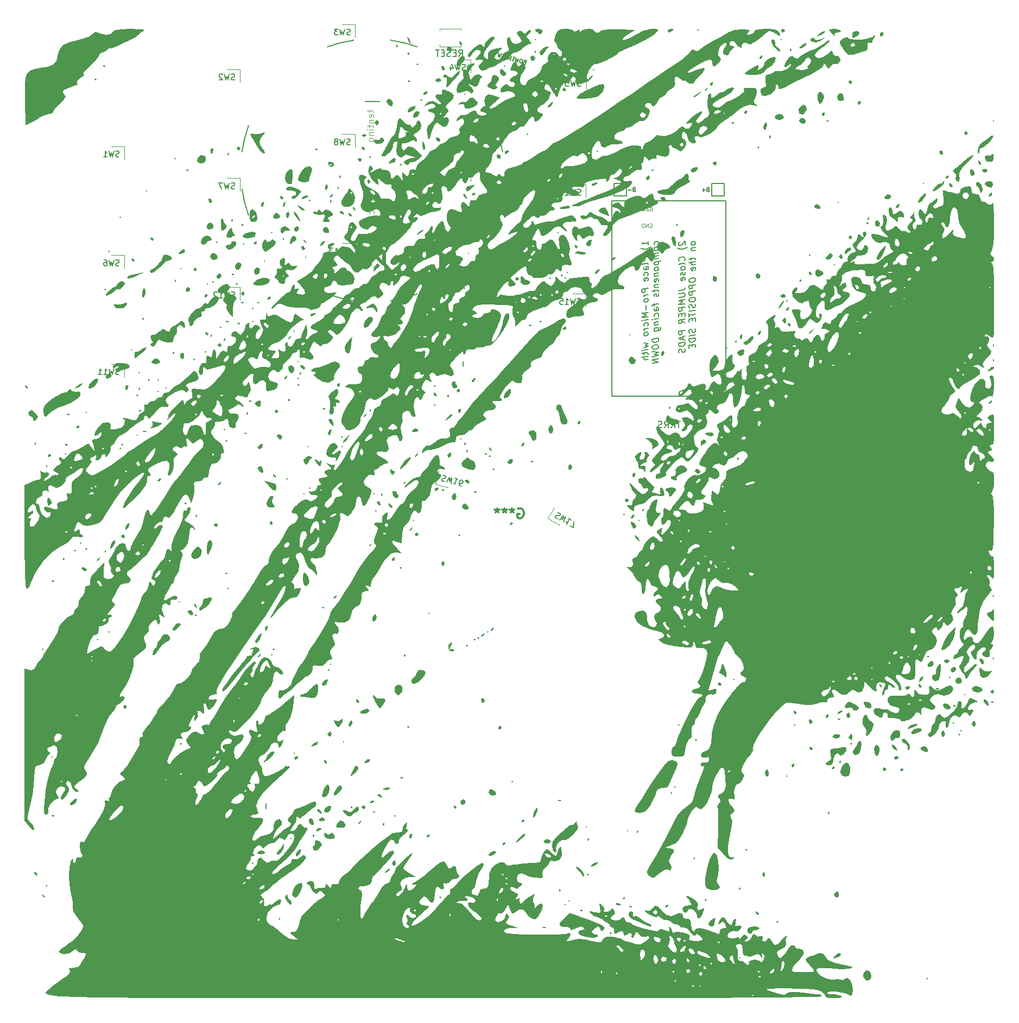
<source format=gbr>
%TF.GenerationSoftware,KiCad,Pcbnew,(6.0.11)*%
%TF.CreationDate,2023-03-31T01:03:25+02:00*%
%TF.ProjectId,half-swept,68616c66-2d73-4776-9570-742e6b696361,rev?*%
%TF.SameCoordinates,Original*%
%TF.FileFunction,Legend,Bot*%
%TF.FilePolarity,Positive*%
%FSLAX46Y46*%
G04 Gerber Fmt 4.6, Leading zero omitted, Abs format (unit mm)*
G04 Created by KiCad (PCBNEW (6.0.11)) date 2023-03-31 01:03:25*
%MOMM*%
%LPD*%
G01*
G04 APERTURE LIST*
%ADD10C,0.120000*%
%ADD11C,0.150000*%
%ADD12C,0.160000*%
%ADD13C,0.100000*%
%ADD14C,0.300000*%
%ADD15C,0.200000*%
%ADD16C,0.010000*%
G04 APERTURE END LIST*
D10*
X115837255Y-49344228D02*
X116037255Y-49058514D01*
X116180112Y-49344228D02*
X116180112Y-48744228D01*
X115951541Y-48744228D01*
X115894398Y-48772800D01*
X115865827Y-48801371D01*
X115837255Y-48858514D01*
X115837255Y-48944228D01*
X115865827Y-49001371D01*
X115894398Y-49029942D01*
X115951541Y-49058514D01*
X116180112Y-49058514D01*
X115608684Y-49172800D02*
X115322970Y-49172800D01*
X115665827Y-49344228D02*
X115465827Y-48744228D01*
X115265827Y-49344228D01*
X115122970Y-48744228D02*
X114980112Y-49344228D01*
X114865827Y-48915657D01*
X114751541Y-49344228D01*
X114608684Y-48744228D01*
D11*
X113358571Y-45931142D02*
X113272857Y-45959714D01*
X113244285Y-45988285D01*
X113215714Y-46045428D01*
X113215714Y-46131142D01*
X113244285Y-46188285D01*
X113272857Y-46216857D01*
X113330000Y-46245428D01*
X113558571Y-46245428D01*
X113558571Y-45645428D01*
X113358571Y-45645428D01*
X113301428Y-45674000D01*
X113272857Y-45702571D01*
X113244285Y-45759714D01*
X113244285Y-45816857D01*
X113272857Y-45874000D01*
X113301428Y-45902571D01*
X113358571Y-45931142D01*
X113558571Y-45931142D01*
X112958571Y-46016857D02*
X112501428Y-46016857D01*
X120459419Y-54153423D02*
X120411800Y-54206995D01*
X120364180Y-54308185D01*
X120364180Y-54546280D01*
X120411800Y-54635566D01*
X120459419Y-54677233D01*
X120554657Y-54712947D01*
X120649895Y-54701042D01*
X120792752Y-54635566D01*
X121364180Y-53992709D01*
X121364180Y-54611757D01*
X121745133Y-54897471D02*
X121697514Y-54951042D01*
X121554657Y-55064138D01*
X121459419Y-55123661D01*
X121316561Y-55189138D01*
X121078466Y-55266519D01*
X120887990Y-55290328D01*
X120649895Y-55272471D01*
X120507038Y-55242709D01*
X120411800Y-55206995D01*
X120268942Y-55129614D01*
X120221323Y-55087947D01*
X121268942Y-57052233D02*
X121316561Y-56998661D01*
X121364180Y-56849852D01*
X121364180Y-56754614D01*
X121316561Y-56617709D01*
X121221323Y-56534376D01*
X121126085Y-56498661D01*
X120935609Y-56474852D01*
X120792752Y-56492709D01*
X120602276Y-56564138D01*
X120507038Y-56623661D01*
X120411800Y-56730804D01*
X120364180Y-56879614D01*
X120364180Y-56974852D01*
X120411800Y-57111757D01*
X120459419Y-57153423D01*
X121364180Y-57611757D02*
X121316561Y-57522471D01*
X121221323Y-57486757D01*
X120364180Y-57593900D01*
X121364180Y-58135566D02*
X121316561Y-58046280D01*
X121268942Y-58004614D01*
X121173704Y-57968900D01*
X120887990Y-58004614D01*
X120792752Y-58064138D01*
X120745133Y-58117709D01*
X120697514Y-58218900D01*
X120697514Y-58361757D01*
X120745133Y-58451042D01*
X120792752Y-58492709D01*
X120887990Y-58528423D01*
X121173704Y-58492709D01*
X121268942Y-58433185D01*
X121316561Y-58379614D01*
X121364180Y-58278423D01*
X121364180Y-58135566D01*
X121316561Y-58855804D02*
X121364180Y-58945090D01*
X121364180Y-59135566D01*
X121316561Y-59236757D01*
X121221323Y-59296280D01*
X121173704Y-59302233D01*
X121078466Y-59266519D01*
X121030847Y-59177233D01*
X121030847Y-59034376D01*
X120983228Y-58945090D01*
X120887990Y-58909376D01*
X120840371Y-58915328D01*
X120745133Y-58974852D01*
X120697514Y-59076042D01*
X120697514Y-59218900D01*
X120745133Y-59308185D01*
X121316561Y-60093900D02*
X121364180Y-59992709D01*
X121364180Y-59802233D01*
X121316561Y-59712947D01*
X121221323Y-59677233D01*
X120840371Y-59724852D01*
X120745133Y-59784376D01*
X120697514Y-59885566D01*
X120697514Y-60076042D01*
X120745133Y-60165328D01*
X120840371Y-60201042D01*
X120935609Y-60189138D01*
X121030847Y-59701042D01*
X120364180Y-61736757D02*
X121078466Y-61647471D01*
X121221323Y-61581995D01*
X121316561Y-61474852D01*
X121364180Y-61326042D01*
X121364180Y-61230804D01*
X120364180Y-62212947D02*
X121173704Y-62111757D01*
X121268942Y-62147471D01*
X121316561Y-62189138D01*
X121364180Y-62278423D01*
X121364180Y-62468900D01*
X121316561Y-62570090D01*
X121268942Y-62623661D01*
X121173704Y-62683185D01*
X120364180Y-62784376D01*
X121364180Y-63135566D02*
X120364180Y-63260566D01*
X121078466Y-63504614D01*
X120364180Y-63927233D01*
X121364180Y-63802233D01*
X121364180Y-64278423D02*
X120364180Y-64403423D01*
X120364180Y-64784376D01*
X120411800Y-64873661D01*
X120459419Y-64915328D01*
X120554657Y-64951042D01*
X120697514Y-64933185D01*
X120792752Y-64873661D01*
X120840371Y-64820090D01*
X120887990Y-64718900D01*
X120887990Y-64337947D01*
X120840371Y-65343900D02*
X120840371Y-65677233D01*
X121364180Y-65754614D02*
X121364180Y-65278423D01*
X120364180Y-65403423D01*
X120364180Y-65879614D01*
X121364180Y-66754614D02*
X120887990Y-66480804D01*
X121364180Y-66183185D02*
X120364180Y-66308185D01*
X120364180Y-66689138D01*
X120411800Y-66778423D01*
X120459419Y-66820090D01*
X120554657Y-66855804D01*
X120697514Y-66837947D01*
X120792752Y-66778423D01*
X120840371Y-66724852D01*
X120887990Y-66623661D01*
X120887990Y-66242709D01*
X121364180Y-67945090D02*
X120364180Y-68070090D01*
X120364180Y-68451042D01*
X120411800Y-68540328D01*
X120459419Y-68581995D01*
X120554657Y-68617709D01*
X120697514Y-68599852D01*
X120792752Y-68540328D01*
X120840371Y-68486757D01*
X120887990Y-68385566D01*
X120887990Y-68004614D01*
X121078466Y-68933185D02*
X121078466Y-69409376D01*
X121364180Y-68802233D02*
X120364180Y-69260566D01*
X121364180Y-69468900D01*
X121364180Y-69802233D02*
X120364180Y-69927233D01*
X120364180Y-70165328D01*
X120411800Y-70302233D01*
X120507038Y-70385566D01*
X120602276Y-70421280D01*
X120792752Y-70445090D01*
X120935609Y-70427233D01*
X121126085Y-70355804D01*
X121221323Y-70296280D01*
X121316561Y-70189138D01*
X121364180Y-70040328D01*
X121364180Y-69802233D01*
X121316561Y-70760566D02*
X121364180Y-70897471D01*
X121364180Y-71135566D01*
X121316561Y-71236757D01*
X121268942Y-71290328D01*
X121173704Y-71349852D01*
X121078466Y-71361757D01*
X120983228Y-71326042D01*
X120935609Y-71284376D01*
X120887990Y-71195090D01*
X120840371Y-71010566D01*
X120792752Y-70921280D01*
X120745133Y-70879614D01*
X120649895Y-70843900D01*
X120554657Y-70855804D01*
X120459419Y-70915328D01*
X120411800Y-70968900D01*
X120364180Y-71070090D01*
X120364180Y-71308185D01*
X120411800Y-71445090D01*
X122974180Y-54230804D02*
X122926561Y-54141519D01*
X122878942Y-54099852D01*
X122783704Y-54064138D01*
X122497990Y-54099852D01*
X122402752Y-54159376D01*
X122355133Y-54212947D01*
X122307514Y-54314138D01*
X122307514Y-54456995D01*
X122355133Y-54546280D01*
X122402752Y-54587947D01*
X122497990Y-54623661D01*
X122783704Y-54587947D01*
X122878942Y-54528423D01*
X122926561Y-54474852D01*
X122974180Y-54373661D01*
X122974180Y-54230804D01*
X122307514Y-55076042D02*
X122974180Y-54992709D01*
X122402752Y-55064138D02*
X122355133Y-55117709D01*
X122307514Y-55218900D01*
X122307514Y-55361757D01*
X122355133Y-55451042D01*
X122450371Y-55486757D01*
X122974180Y-55421280D01*
X122307514Y-56599852D02*
X122307514Y-56980804D01*
X121974180Y-56784376D02*
X122831323Y-56677233D01*
X122926561Y-56712947D01*
X122974180Y-56802233D01*
X122974180Y-56897471D01*
X122974180Y-57230804D02*
X121974180Y-57355804D01*
X122974180Y-57659376D02*
X122450371Y-57724852D01*
X122355133Y-57689138D01*
X122307514Y-57599852D01*
X122307514Y-57456995D01*
X122355133Y-57355804D01*
X122402752Y-57302233D01*
X122926561Y-58522471D02*
X122974180Y-58421280D01*
X122974180Y-58230804D01*
X122926561Y-58141519D01*
X122831323Y-58105804D01*
X122450371Y-58153423D01*
X122355133Y-58212947D01*
X122307514Y-58314138D01*
X122307514Y-58504614D01*
X122355133Y-58593900D01*
X122450371Y-58629614D01*
X122545609Y-58617709D01*
X122640847Y-58129614D01*
X121974180Y-60070090D02*
X121974180Y-60260566D01*
X122021800Y-60349852D01*
X122117038Y-60433185D01*
X122307514Y-60456995D01*
X122640847Y-60415328D01*
X122831323Y-60343900D01*
X122926561Y-60236757D01*
X122974180Y-60135566D01*
X122974180Y-59945090D01*
X122926561Y-59855804D01*
X122831323Y-59772471D01*
X122640847Y-59748661D01*
X122307514Y-59790328D01*
X122117038Y-59861757D01*
X122021800Y-59968900D01*
X121974180Y-60070090D01*
X122974180Y-60802233D02*
X121974180Y-60927233D01*
X121974180Y-61308185D01*
X122021800Y-61397471D01*
X122069419Y-61439138D01*
X122164657Y-61474852D01*
X122307514Y-61456995D01*
X122402752Y-61397471D01*
X122450371Y-61343900D01*
X122497990Y-61242709D01*
X122497990Y-60861757D01*
X122974180Y-61802233D02*
X121974180Y-61927233D01*
X121974180Y-62308185D01*
X122021800Y-62397471D01*
X122069419Y-62439138D01*
X122164657Y-62474852D01*
X122307514Y-62456995D01*
X122402752Y-62397471D01*
X122450371Y-62343900D01*
X122497990Y-62242709D01*
X122497990Y-61861757D01*
X121974180Y-63117709D02*
X121974180Y-63308185D01*
X122021800Y-63397471D01*
X122117038Y-63480804D01*
X122307514Y-63504614D01*
X122640847Y-63462947D01*
X122831323Y-63391519D01*
X122926561Y-63284376D01*
X122974180Y-63183185D01*
X122974180Y-62992709D01*
X122926561Y-62903423D01*
X122831323Y-62820090D01*
X122640847Y-62796280D01*
X122307514Y-62837947D01*
X122117038Y-62909376D01*
X122021800Y-63016519D01*
X121974180Y-63117709D01*
X122926561Y-63808185D02*
X122974180Y-63945090D01*
X122974180Y-64183185D01*
X122926561Y-64284376D01*
X122878942Y-64337947D01*
X122783704Y-64397471D01*
X122688466Y-64409376D01*
X122593228Y-64373661D01*
X122545609Y-64331995D01*
X122497990Y-64242709D01*
X122450371Y-64058185D01*
X122402752Y-63968900D01*
X122355133Y-63927233D01*
X122259895Y-63891519D01*
X122164657Y-63903423D01*
X122069419Y-63962947D01*
X122021800Y-64016519D01*
X121974180Y-64117709D01*
X121974180Y-64355804D01*
X122021800Y-64492709D01*
X122974180Y-64802233D02*
X121974180Y-64927233D01*
X121974180Y-65260566D02*
X121974180Y-65831995D01*
X122974180Y-65421280D02*
X121974180Y-65546280D01*
X122450371Y-66105804D02*
X122450371Y-66439138D01*
X122974180Y-66516519D02*
X122974180Y-66040328D01*
X121974180Y-66165328D01*
X121974180Y-66641519D01*
X122926561Y-67665328D02*
X122974180Y-67802233D01*
X122974180Y-68040328D01*
X122926561Y-68141519D01*
X122878942Y-68195090D01*
X122783704Y-68254614D01*
X122688466Y-68266519D01*
X122593228Y-68230804D01*
X122545609Y-68189138D01*
X122497990Y-68099852D01*
X122450371Y-67915328D01*
X122402752Y-67826042D01*
X122355133Y-67784376D01*
X122259895Y-67748661D01*
X122164657Y-67760566D01*
X122069419Y-67820090D01*
X122021800Y-67873661D01*
X121974180Y-67974852D01*
X121974180Y-68212947D01*
X122021800Y-68349852D01*
X122974180Y-68659376D02*
X121974180Y-68784376D01*
X122974180Y-69135566D02*
X121974180Y-69260566D01*
X121974180Y-69498661D01*
X122021800Y-69635566D01*
X122117038Y-69718900D01*
X122212276Y-69754614D01*
X122402752Y-69778423D01*
X122545609Y-69760566D01*
X122736085Y-69689138D01*
X122831323Y-69629614D01*
X122926561Y-69522471D01*
X122974180Y-69373661D01*
X122974180Y-69135566D01*
X122450371Y-70201042D02*
X122450371Y-70534376D01*
X122974180Y-70611757D02*
X122974180Y-70135566D01*
X121974180Y-70260566D01*
X121974180Y-70736757D01*
D10*
X115865827Y-51312800D02*
X115922970Y-51284228D01*
X116008684Y-51284228D01*
X116094398Y-51312800D01*
X116151541Y-51369942D01*
X116180112Y-51427085D01*
X116208684Y-51541371D01*
X116208684Y-51627085D01*
X116180112Y-51741371D01*
X116151541Y-51798514D01*
X116094398Y-51855657D01*
X116008684Y-51884228D01*
X115951541Y-51884228D01*
X115865827Y-51855657D01*
X115837255Y-51827085D01*
X115837255Y-51627085D01*
X115951541Y-51627085D01*
X115580112Y-51884228D02*
X115580112Y-51284228D01*
X115237255Y-51884228D01*
X115237255Y-51284228D01*
X114951541Y-51884228D02*
X114951541Y-51284228D01*
X114808684Y-51284228D01*
X114722970Y-51312800D01*
X114665827Y-51369942D01*
X114637255Y-51427085D01*
X114608684Y-51541371D01*
X114608684Y-51627085D01*
X114637255Y-51741371D01*
X114665827Y-51798514D01*
X114722970Y-51855657D01*
X114808684Y-51884228D01*
X114951541Y-51884228D01*
D11*
X115623780Y-54611757D02*
X115623780Y-54040328D01*
X115623780Y-54326042D02*
X114623780Y-54451042D01*
X114766638Y-54337947D01*
X114861876Y-54230804D01*
X114909495Y-54129614D01*
X116004733Y-54897471D02*
X115957114Y-54951042D01*
X115814257Y-55064138D01*
X115719019Y-55123661D01*
X115576161Y-55189138D01*
X115338066Y-55266519D01*
X115147590Y-55290328D01*
X114909495Y-55272471D01*
X114766638Y-55242709D01*
X114671400Y-55206995D01*
X114528542Y-55129614D01*
X114480923Y-55087947D01*
X115623780Y-56468900D02*
X114623780Y-56593900D01*
X114623780Y-56974852D01*
X114671400Y-57064138D01*
X114719019Y-57105804D01*
X114814257Y-57141519D01*
X114957114Y-57123661D01*
X115052352Y-57064138D01*
X115099971Y-57010566D01*
X115147590Y-56909376D01*
X115147590Y-56528423D01*
X115623780Y-57611757D02*
X115576161Y-57522471D01*
X115480923Y-57486757D01*
X114623780Y-57593900D01*
X115623780Y-58421280D02*
X115099971Y-58486757D01*
X115004733Y-58451042D01*
X114957114Y-58361757D01*
X114957114Y-58171280D01*
X115004733Y-58070090D01*
X115576161Y-58427233D02*
X115623780Y-58326042D01*
X115623780Y-58087947D01*
X115576161Y-57998661D01*
X115480923Y-57962947D01*
X115385685Y-57974852D01*
X115290447Y-58034376D01*
X115242828Y-58135566D01*
X115242828Y-58373661D01*
X115195209Y-58474852D01*
X115576161Y-59331995D02*
X115623780Y-59230804D01*
X115623780Y-59040328D01*
X115576161Y-58951042D01*
X115528542Y-58909376D01*
X115433304Y-58873661D01*
X115147590Y-58909376D01*
X115052352Y-58968900D01*
X115004733Y-59022471D01*
X114957114Y-59123661D01*
X114957114Y-59314138D01*
X115004733Y-59403423D01*
X115576161Y-60141519D02*
X115623780Y-60040328D01*
X115623780Y-59849852D01*
X115576161Y-59760566D01*
X115480923Y-59724852D01*
X115099971Y-59772471D01*
X115004733Y-59831995D01*
X114957114Y-59933185D01*
X114957114Y-60123661D01*
X115004733Y-60212947D01*
X115099971Y-60248661D01*
X115195209Y-60236757D01*
X115290447Y-59748661D01*
X115623780Y-61373661D02*
X114623780Y-61498661D01*
X114623780Y-61879614D01*
X114671400Y-61968900D01*
X114719019Y-62010566D01*
X114814257Y-62046280D01*
X114957114Y-62028423D01*
X115052352Y-61968900D01*
X115099971Y-61915328D01*
X115147590Y-61814138D01*
X115147590Y-61433185D01*
X115623780Y-62373661D02*
X114957114Y-62456995D01*
X115147590Y-62433185D02*
X115052352Y-62492709D01*
X115004733Y-62546280D01*
X114957114Y-62647471D01*
X114957114Y-62742709D01*
X115623780Y-63135566D02*
X115576161Y-63046280D01*
X115528542Y-63004614D01*
X115433304Y-62968900D01*
X115147590Y-63004614D01*
X115052352Y-63064138D01*
X115004733Y-63117709D01*
X114957114Y-63218900D01*
X114957114Y-63361757D01*
X115004733Y-63451042D01*
X115052352Y-63492709D01*
X115147590Y-63528423D01*
X115433304Y-63492709D01*
X115528542Y-63433185D01*
X115576161Y-63379614D01*
X115623780Y-63278423D01*
X115623780Y-63135566D01*
X115242828Y-63945090D02*
X115242828Y-64706995D01*
X115623780Y-65135566D02*
X114623780Y-65260566D01*
X115338066Y-65504614D01*
X114623780Y-65927233D01*
X115623780Y-65802233D01*
X115623780Y-66278423D02*
X114957114Y-66361757D01*
X114623780Y-66403423D02*
X114671400Y-66349852D01*
X114719019Y-66391519D01*
X114671400Y-66445090D01*
X114623780Y-66403423D01*
X114719019Y-66391519D01*
X115576161Y-67189138D02*
X115623780Y-67087947D01*
X115623780Y-66897471D01*
X115576161Y-66808185D01*
X115528542Y-66766519D01*
X115433304Y-66730804D01*
X115147590Y-66766519D01*
X115052352Y-66826042D01*
X115004733Y-66879614D01*
X114957114Y-66980804D01*
X114957114Y-67171280D01*
X115004733Y-67260566D01*
X115623780Y-67611757D02*
X114957114Y-67695090D01*
X115147590Y-67671280D02*
X115052352Y-67730804D01*
X115004733Y-67784376D01*
X114957114Y-67885566D01*
X114957114Y-67980804D01*
X115623780Y-68373661D02*
X115576161Y-68284376D01*
X115528542Y-68242709D01*
X115433304Y-68206995D01*
X115147590Y-68242709D01*
X115052352Y-68302233D01*
X115004733Y-68355804D01*
X114957114Y-68456995D01*
X114957114Y-68599852D01*
X115004733Y-68689138D01*
X115052352Y-68730804D01*
X115147590Y-68766519D01*
X115433304Y-68730804D01*
X115528542Y-68671280D01*
X115576161Y-68617709D01*
X115623780Y-68516519D01*
X115623780Y-68373661D01*
X114957114Y-69885566D02*
X115623780Y-69992709D01*
X115147590Y-70242709D01*
X115623780Y-70373661D01*
X114957114Y-70647471D01*
X115623780Y-70945090D02*
X114957114Y-71028423D01*
X114623780Y-71070090D02*
X114671400Y-71016519D01*
X114719019Y-71058185D01*
X114671400Y-71111757D01*
X114623780Y-71070090D01*
X114719019Y-71058185D01*
X114957114Y-71361757D02*
X114957114Y-71742709D01*
X114623780Y-71546280D02*
X115480923Y-71439138D01*
X115576161Y-71474852D01*
X115623780Y-71564138D01*
X115623780Y-71659376D01*
X115623780Y-71992709D02*
X114623780Y-72117709D01*
X115623780Y-72421280D02*
X115099971Y-72486757D01*
X115004733Y-72451042D01*
X114957114Y-72361757D01*
X114957114Y-72218900D01*
X115004733Y-72117709D01*
X115052352Y-72064138D01*
X117186161Y-54522471D02*
X117233780Y-54421280D01*
X117233780Y-54230804D01*
X117186161Y-54141519D01*
X117138542Y-54099852D01*
X117043304Y-54064138D01*
X116757590Y-54099852D01*
X116662352Y-54159376D01*
X116614733Y-54212947D01*
X116567114Y-54314138D01*
X116567114Y-54504614D01*
X116614733Y-54593900D01*
X117233780Y-55087947D02*
X117186161Y-54998661D01*
X117138542Y-54956995D01*
X117043304Y-54921280D01*
X116757590Y-54956995D01*
X116662352Y-55016519D01*
X116614733Y-55070090D01*
X116567114Y-55171280D01*
X116567114Y-55314138D01*
X116614733Y-55403423D01*
X116662352Y-55445090D01*
X116757590Y-55480804D01*
X117043304Y-55445090D01*
X117138542Y-55385566D01*
X117186161Y-55331995D01*
X117233780Y-55230804D01*
X117233780Y-55087947D01*
X117233780Y-55849852D02*
X116567114Y-55933185D01*
X116662352Y-55921280D02*
X116614733Y-55974852D01*
X116567114Y-56076042D01*
X116567114Y-56218900D01*
X116614733Y-56308185D01*
X116709971Y-56343900D01*
X117233780Y-56278423D01*
X116709971Y-56343900D02*
X116614733Y-56403423D01*
X116567114Y-56504614D01*
X116567114Y-56647471D01*
X116614733Y-56736757D01*
X116709971Y-56772471D01*
X117233780Y-56706995D01*
X116567114Y-57266519D02*
X117567114Y-57141519D01*
X116614733Y-57260566D02*
X116567114Y-57361757D01*
X116567114Y-57552233D01*
X116614733Y-57641519D01*
X116662352Y-57683185D01*
X116757590Y-57718900D01*
X117043304Y-57683185D01*
X117138542Y-57623661D01*
X117186161Y-57570090D01*
X117233780Y-57468900D01*
X117233780Y-57278423D01*
X117186161Y-57189138D01*
X117233780Y-58230804D02*
X117186161Y-58141519D01*
X117138542Y-58099852D01*
X117043304Y-58064138D01*
X116757590Y-58099852D01*
X116662352Y-58159376D01*
X116614733Y-58212947D01*
X116567114Y-58314138D01*
X116567114Y-58456995D01*
X116614733Y-58546280D01*
X116662352Y-58587947D01*
X116757590Y-58623661D01*
X117043304Y-58587947D01*
X117138542Y-58528423D01*
X117186161Y-58474852D01*
X117233780Y-58373661D01*
X117233780Y-58230804D01*
X116567114Y-59076042D02*
X117233780Y-58992709D01*
X116662352Y-59064138D02*
X116614733Y-59117709D01*
X116567114Y-59218900D01*
X116567114Y-59361757D01*
X116614733Y-59451042D01*
X116709971Y-59486757D01*
X117233780Y-59421280D01*
X117186161Y-60284376D02*
X117233780Y-60183185D01*
X117233780Y-59992709D01*
X117186161Y-59903423D01*
X117090923Y-59867709D01*
X116709971Y-59915328D01*
X116614733Y-59974852D01*
X116567114Y-60076042D01*
X116567114Y-60266519D01*
X116614733Y-60355804D01*
X116709971Y-60391519D01*
X116805209Y-60379614D01*
X116900447Y-59891519D01*
X116567114Y-60837947D02*
X117233780Y-60754614D01*
X116662352Y-60826042D02*
X116614733Y-60879614D01*
X116567114Y-60980804D01*
X116567114Y-61123661D01*
X116614733Y-61212947D01*
X116709971Y-61248661D01*
X117233780Y-61183185D01*
X116567114Y-61599852D02*
X116567114Y-61980804D01*
X116233780Y-61784376D02*
X117090923Y-61677233D01*
X117186161Y-61712947D01*
X117233780Y-61802233D01*
X117233780Y-61897471D01*
X117186161Y-62189138D02*
X117233780Y-62278423D01*
X117233780Y-62468900D01*
X117186161Y-62570090D01*
X117090923Y-62629614D01*
X117043304Y-62635566D01*
X116948066Y-62599852D01*
X116900447Y-62510566D01*
X116900447Y-62367709D01*
X116852828Y-62278423D01*
X116757590Y-62242709D01*
X116709971Y-62248661D01*
X116614733Y-62308185D01*
X116567114Y-62409376D01*
X116567114Y-62552233D01*
X116614733Y-62641519D01*
X116567114Y-63742709D02*
X116567114Y-64123661D01*
X117233780Y-63802233D02*
X116376638Y-63909376D01*
X116281400Y-63968900D01*
X116233780Y-64070090D01*
X116233780Y-64165328D01*
X117233780Y-64802233D02*
X116709971Y-64867709D01*
X116614733Y-64831995D01*
X116567114Y-64742709D01*
X116567114Y-64552233D01*
X116614733Y-64451042D01*
X117186161Y-64808185D02*
X117233780Y-64706995D01*
X117233780Y-64468900D01*
X117186161Y-64379614D01*
X117090923Y-64343900D01*
X116995685Y-64355804D01*
X116900447Y-64415328D01*
X116852828Y-64516519D01*
X116852828Y-64754614D01*
X116805209Y-64855804D01*
X117186161Y-65712947D02*
X117233780Y-65611757D01*
X117233780Y-65421280D01*
X117186161Y-65331995D01*
X117138542Y-65290328D01*
X117043304Y-65254614D01*
X116757590Y-65290328D01*
X116662352Y-65349852D01*
X116614733Y-65403423D01*
X116567114Y-65504614D01*
X116567114Y-65695090D01*
X116614733Y-65784376D01*
X117233780Y-66135566D02*
X116567114Y-66218900D01*
X116233780Y-66260566D02*
X116281400Y-66206995D01*
X116329019Y-66248661D01*
X116281400Y-66302233D01*
X116233780Y-66260566D01*
X116329019Y-66248661D01*
X116567114Y-66695090D02*
X117233780Y-66611757D01*
X116662352Y-66683185D02*
X116614733Y-66736757D01*
X116567114Y-66837947D01*
X116567114Y-66980804D01*
X116614733Y-67070090D01*
X116709971Y-67105804D01*
X117233780Y-67040328D01*
X116567114Y-68028423D02*
X117376638Y-67927233D01*
X117471876Y-67867709D01*
X117519495Y-67814138D01*
X117567114Y-67712947D01*
X117567114Y-67570090D01*
X117519495Y-67480804D01*
X117186161Y-67951042D02*
X117233780Y-67849852D01*
X117233780Y-67659376D01*
X117186161Y-67570090D01*
X117138542Y-67528423D01*
X117043304Y-67492709D01*
X116757590Y-67528423D01*
X116662352Y-67587947D01*
X116614733Y-67641519D01*
X116567114Y-67742709D01*
X116567114Y-67933185D01*
X116614733Y-68022471D01*
X117233780Y-69183185D02*
X116233780Y-69308185D01*
X116233780Y-69546280D01*
X116281400Y-69683185D01*
X116376638Y-69766519D01*
X116471876Y-69802233D01*
X116662352Y-69826042D01*
X116805209Y-69808185D01*
X116995685Y-69736757D01*
X117090923Y-69677233D01*
X117186161Y-69570090D01*
X117233780Y-69421280D01*
X117233780Y-69183185D01*
X116233780Y-70498661D02*
X116233780Y-70689138D01*
X116281400Y-70778423D01*
X116376638Y-70861757D01*
X116567114Y-70885566D01*
X116900447Y-70843900D01*
X117090923Y-70772471D01*
X117186161Y-70665328D01*
X117233780Y-70564138D01*
X117233780Y-70373661D01*
X117186161Y-70284376D01*
X117090923Y-70201042D01*
X116900447Y-70177233D01*
X116567114Y-70218900D01*
X116376638Y-70290328D01*
X116281400Y-70397471D01*
X116233780Y-70498661D01*
X116233780Y-71260566D02*
X117233780Y-71373661D01*
X116519495Y-71653423D01*
X117233780Y-71754614D01*
X116233780Y-72117709D01*
X117233780Y-72373661D02*
X116233780Y-72498661D01*
X117233780Y-72945090D01*
X116233780Y-73070090D01*
X124915571Y-45931142D02*
X124829857Y-45959714D01*
X124801285Y-45988285D01*
X124772714Y-46045428D01*
X124772714Y-46131142D01*
X124801285Y-46188285D01*
X124829857Y-46216857D01*
X124887000Y-46245428D01*
X125115571Y-46245428D01*
X125115571Y-45645428D01*
X124915571Y-45645428D01*
X124858428Y-45674000D01*
X124829857Y-45702571D01*
X124801285Y-45759714D01*
X124801285Y-45816857D01*
X124829857Y-45874000D01*
X124858428Y-45902571D01*
X124915571Y-45931142D01*
X125115571Y-45931142D01*
X124515571Y-46016857D02*
X124058428Y-46016857D01*
X124287000Y-46245428D02*
X124287000Y-45788285D01*
%TO.C,J2*%
X120633904Y-82129380D02*
X120062476Y-82129380D01*
X120348190Y-83129380D02*
X120348190Y-82129380D01*
X119157714Y-83129380D02*
X119491047Y-82653190D01*
X119729142Y-83129380D02*
X119729142Y-82129380D01*
X119348190Y-82129380D01*
X119252952Y-82177000D01*
X119205333Y-82224619D01*
X119157714Y-82319857D01*
X119157714Y-82462714D01*
X119205333Y-82557952D01*
X119252952Y-82605571D01*
X119348190Y-82653190D01*
X119729142Y-82653190D01*
X118157714Y-83129380D02*
X118491047Y-82653190D01*
X118729142Y-83129380D02*
X118729142Y-82129380D01*
X118348190Y-82129380D01*
X118252952Y-82177000D01*
X118205333Y-82224619D01*
X118157714Y-82319857D01*
X118157714Y-82462714D01*
X118205333Y-82557952D01*
X118252952Y-82605571D01*
X118348190Y-82653190D01*
X118729142Y-82653190D01*
X117776761Y-83081761D02*
X117633904Y-83129380D01*
X117395809Y-83129380D01*
X117300571Y-83081761D01*
X117252952Y-83034142D01*
X117205333Y-82938904D01*
X117205333Y-82843666D01*
X117252952Y-82748428D01*
X117300571Y-82700809D01*
X117395809Y-82653190D01*
X117586285Y-82605571D01*
X117681523Y-82557952D01*
X117729142Y-82510333D01*
X117776761Y-82415095D01*
X117776761Y-82319857D01*
X117729142Y-82224619D01*
X117681523Y-82177000D01*
X117586285Y-82129380D01*
X117348190Y-82129380D01*
X117205333Y-82177000D01*
D12*
%TO.C,SW1*%
X33103771Y-40805485D02*
X32975200Y-40848342D01*
X32760914Y-40848342D01*
X32675200Y-40805485D01*
X32632342Y-40762628D01*
X32589485Y-40676914D01*
X32589485Y-40591200D01*
X32632342Y-40505485D01*
X32675200Y-40462628D01*
X32760914Y-40419771D01*
X32932342Y-40376914D01*
X33018057Y-40334057D01*
X33060914Y-40291200D01*
X33103771Y-40205485D01*
X33103771Y-40119771D01*
X33060914Y-40034057D01*
X33018057Y-39991200D01*
X32932342Y-39948342D01*
X32718057Y-39948342D01*
X32589485Y-39991200D01*
X32289485Y-39948342D02*
X32075200Y-40848342D01*
X31903771Y-40205485D01*
X31732342Y-40848342D01*
X31518057Y-39948342D01*
X30703771Y-40848342D02*
X31218057Y-40848342D01*
X30960914Y-40848342D02*
X30960914Y-39948342D01*
X31046628Y-40076914D01*
X31132342Y-40162628D01*
X31218057Y-40205485D01*
%TO.C,SW2*%
X51103771Y-28805485D02*
X50975200Y-28848342D01*
X50760914Y-28848342D01*
X50675200Y-28805485D01*
X50632342Y-28762628D01*
X50589485Y-28676914D01*
X50589485Y-28591200D01*
X50632342Y-28505485D01*
X50675200Y-28462628D01*
X50760914Y-28419771D01*
X50932342Y-28376914D01*
X51018057Y-28334057D01*
X51060914Y-28291200D01*
X51103771Y-28205485D01*
X51103771Y-28119771D01*
X51060914Y-28034057D01*
X51018057Y-27991200D01*
X50932342Y-27948342D01*
X50718057Y-27948342D01*
X50589485Y-27991200D01*
X50289485Y-27948342D02*
X50075200Y-28848342D01*
X49903771Y-28205485D01*
X49732342Y-28848342D01*
X49518057Y-27948342D01*
X49218057Y-28034057D02*
X49175200Y-27991200D01*
X49089485Y-27948342D01*
X48875200Y-27948342D01*
X48789485Y-27991200D01*
X48746628Y-28034057D01*
X48703771Y-28119771D01*
X48703771Y-28205485D01*
X48746628Y-28334057D01*
X49260914Y-28848342D01*
X48703771Y-28848342D01*
%TO.C,SW3*%
X69103771Y-21805485D02*
X68975200Y-21848342D01*
X68760914Y-21848342D01*
X68675200Y-21805485D01*
X68632342Y-21762628D01*
X68589485Y-21676914D01*
X68589485Y-21591200D01*
X68632342Y-21505485D01*
X68675200Y-21462628D01*
X68760914Y-21419771D01*
X68932342Y-21376914D01*
X69018057Y-21334057D01*
X69060914Y-21291200D01*
X69103771Y-21205485D01*
X69103771Y-21119771D01*
X69060914Y-21034057D01*
X69018057Y-20991200D01*
X68932342Y-20948342D01*
X68718057Y-20948342D01*
X68589485Y-20991200D01*
X68289485Y-20948342D02*
X68075200Y-21848342D01*
X67903771Y-21205485D01*
X67732342Y-21848342D01*
X67518057Y-20948342D01*
X67260914Y-20948342D02*
X66703771Y-20948342D01*
X67003771Y-21291200D01*
X66875200Y-21291200D01*
X66789485Y-21334057D01*
X66746628Y-21376914D01*
X66703771Y-21462628D01*
X66703771Y-21676914D01*
X66746628Y-21762628D01*
X66789485Y-21805485D01*
X66875200Y-21848342D01*
X67132342Y-21848342D01*
X67218057Y-21805485D01*
X67260914Y-21762628D01*
%TO.C,SW4*%
X87103771Y-27305485D02*
X86975200Y-27348342D01*
X86760914Y-27348342D01*
X86675200Y-27305485D01*
X86632342Y-27262628D01*
X86589485Y-27176914D01*
X86589485Y-27091200D01*
X86632342Y-27005485D01*
X86675200Y-26962628D01*
X86760914Y-26919771D01*
X86932342Y-26876914D01*
X87018057Y-26834057D01*
X87060914Y-26791200D01*
X87103771Y-26705485D01*
X87103771Y-26619771D01*
X87060914Y-26534057D01*
X87018057Y-26491200D01*
X86932342Y-26448342D01*
X86718057Y-26448342D01*
X86589485Y-26491200D01*
X86289485Y-26448342D02*
X86075200Y-27348342D01*
X85903771Y-26705485D01*
X85732342Y-27348342D01*
X85518057Y-26448342D01*
X84789485Y-26748342D02*
X84789485Y-27348342D01*
X85003771Y-26405485D02*
X85218057Y-27048342D01*
X84660914Y-27048342D01*
%TO.C,SW5*%
X105103771Y-29805485D02*
X104975200Y-29848342D01*
X104760914Y-29848342D01*
X104675200Y-29805485D01*
X104632342Y-29762628D01*
X104589485Y-29676914D01*
X104589485Y-29591200D01*
X104632342Y-29505485D01*
X104675200Y-29462628D01*
X104760914Y-29419771D01*
X104932342Y-29376914D01*
X105018057Y-29334057D01*
X105060914Y-29291200D01*
X105103771Y-29205485D01*
X105103771Y-29119771D01*
X105060914Y-29034057D01*
X105018057Y-28991200D01*
X104932342Y-28948342D01*
X104718057Y-28948342D01*
X104589485Y-28991200D01*
X104289485Y-28948342D02*
X104075200Y-29848342D01*
X103903771Y-29205485D01*
X103732342Y-29848342D01*
X103518057Y-28948342D01*
X102746628Y-28948342D02*
X103175200Y-28948342D01*
X103218057Y-29376914D01*
X103175200Y-29334057D01*
X103089485Y-29291200D01*
X102875200Y-29291200D01*
X102789485Y-29334057D01*
X102746628Y-29376914D01*
X102703771Y-29462628D01*
X102703771Y-29676914D01*
X102746628Y-29762628D01*
X102789485Y-29805485D01*
X102875200Y-29848342D01*
X103089485Y-29848342D01*
X103175200Y-29805485D01*
X103218057Y-29762628D01*
%TO.C,SW6*%
X33103771Y-57805485D02*
X32975200Y-57848342D01*
X32760914Y-57848342D01*
X32675200Y-57805485D01*
X32632342Y-57762628D01*
X32589485Y-57676914D01*
X32589485Y-57591200D01*
X32632342Y-57505485D01*
X32675200Y-57462628D01*
X32760914Y-57419771D01*
X32932342Y-57376914D01*
X33018057Y-57334057D01*
X33060914Y-57291200D01*
X33103771Y-57205485D01*
X33103771Y-57119771D01*
X33060914Y-57034057D01*
X33018057Y-56991200D01*
X32932342Y-56948342D01*
X32718057Y-56948342D01*
X32589485Y-56991200D01*
X32289485Y-56948342D02*
X32075200Y-57848342D01*
X31903771Y-57205485D01*
X31732342Y-57848342D01*
X31518057Y-56948342D01*
X30789485Y-56948342D02*
X30960914Y-56948342D01*
X31046628Y-56991200D01*
X31089485Y-57034057D01*
X31175200Y-57162628D01*
X31218057Y-57334057D01*
X31218057Y-57676914D01*
X31175200Y-57762628D01*
X31132342Y-57805485D01*
X31046628Y-57848342D01*
X30875200Y-57848342D01*
X30789485Y-57805485D01*
X30746628Y-57762628D01*
X30703771Y-57676914D01*
X30703771Y-57462628D01*
X30746628Y-57376914D01*
X30789485Y-57334057D01*
X30875200Y-57291200D01*
X31046628Y-57291200D01*
X31132342Y-57334057D01*
X31175200Y-57376914D01*
X31218057Y-57462628D01*
%TO.C,SW7*%
X51103771Y-45779485D02*
X50975200Y-45822342D01*
X50760914Y-45822342D01*
X50675200Y-45779485D01*
X50632342Y-45736628D01*
X50589485Y-45650914D01*
X50589485Y-45565200D01*
X50632342Y-45479485D01*
X50675200Y-45436628D01*
X50760914Y-45393771D01*
X50932342Y-45350914D01*
X51018057Y-45308057D01*
X51060914Y-45265200D01*
X51103771Y-45179485D01*
X51103771Y-45093771D01*
X51060914Y-45008057D01*
X51018057Y-44965200D01*
X50932342Y-44922342D01*
X50718057Y-44922342D01*
X50589485Y-44965200D01*
X50289485Y-44922342D02*
X50075200Y-45822342D01*
X49903771Y-45179485D01*
X49732342Y-45822342D01*
X49518057Y-44922342D01*
X49260914Y-44922342D02*
X48660914Y-44922342D01*
X49046628Y-45822342D01*
%TO.C,SW8*%
X69103771Y-38921485D02*
X68975200Y-38964342D01*
X68760914Y-38964342D01*
X68675200Y-38921485D01*
X68632342Y-38878628D01*
X68589485Y-38792914D01*
X68589485Y-38707200D01*
X68632342Y-38621485D01*
X68675200Y-38578628D01*
X68760914Y-38535771D01*
X68932342Y-38492914D01*
X69018057Y-38450057D01*
X69060914Y-38407200D01*
X69103771Y-38321485D01*
X69103771Y-38235771D01*
X69060914Y-38150057D01*
X69018057Y-38107200D01*
X68932342Y-38064342D01*
X68718057Y-38064342D01*
X68589485Y-38107200D01*
X68289485Y-38064342D02*
X68075200Y-38964342D01*
X67903771Y-38321485D01*
X67732342Y-38964342D01*
X67518057Y-38064342D01*
X67046628Y-38450057D02*
X67132342Y-38407200D01*
X67175200Y-38364342D01*
X67218057Y-38278628D01*
X67218057Y-38235771D01*
X67175200Y-38150057D01*
X67132342Y-38107200D01*
X67046628Y-38064342D01*
X66875200Y-38064342D01*
X66789485Y-38107200D01*
X66746628Y-38150057D01*
X66703771Y-38235771D01*
X66703771Y-38278628D01*
X66746628Y-38364342D01*
X66789485Y-38407200D01*
X66875200Y-38450057D01*
X67046628Y-38450057D01*
X67132342Y-38492914D01*
X67175200Y-38535771D01*
X67218057Y-38621485D01*
X67218057Y-38792914D01*
X67175200Y-38878628D01*
X67132342Y-38921485D01*
X67046628Y-38964342D01*
X66875200Y-38964342D01*
X66789485Y-38921485D01*
X66746628Y-38878628D01*
X66703771Y-38792914D01*
X66703771Y-38621485D01*
X66746628Y-38535771D01*
X66789485Y-38492914D01*
X66875200Y-38450057D01*
%TO.C,SW9*%
X87103771Y-44255485D02*
X86975200Y-44298342D01*
X86760914Y-44298342D01*
X86675200Y-44255485D01*
X86632342Y-44212628D01*
X86589485Y-44126914D01*
X86589485Y-44041200D01*
X86632342Y-43955485D01*
X86675200Y-43912628D01*
X86760914Y-43869771D01*
X86932342Y-43826914D01*
X87018057Y-43784057D01*
X87060914Y-43741200D01*
X87103771Y-43655485D01*
X87103771Y-43569771D01*
X87060914Y-43484057D01*
X87018057Y-43441200D01*
X86932342Y-43398342D01*
X86718057Y-43398342D01*
X86589485Y-43441200D01*
X86289485Y-43398342D02*
X86075200Y-44298342D01*
X85903771Y-43655485D01*
X85732342Y-44298342D01*
X85518057Y-43398342D01*
X85132342Y-44298342D02*
X84960914Y-44298342D01*
X84875200Y-44255485D01*
X84832342Y-44212628D01*
X84746628Y-44084057D01*
X84703771Y-43912628D01*
X84703771Y-43569771D01*
X84746628Y-43484057D01*
X84789485Y-43441200D01*
X84875200Y-43398342D01*
X85046628Y-43398342D01*
X85132342Y-43441200D01*
X85175200Y-43484057D01*
X85218057Y-43569771D01*
X85218057Y-43784057D01*
X85175200Y-43869771D01*
X85132342Y-43912628D01*
X85046628Y-43955485D01*
X84875200Y-43955485D01*
X84789485Y-43912628D01*
X84746628Y-43869771D01*
X84703771Y-43784057D01*
%TO.C,SW10*%
X105083771Y-46795485D02*
X104955200Y-46838342D01*
X104740914Y-46838342D01*
X104655200Y-46795485D01*
X104612342Y-46752628D01*
X104569485Y-46666914D01*
X104569485Y-46581200D01*
X104612342Y-46495485D01*
X104655200Y-46452628D01*
X104740914Y-46409771D01*
X104912342Y-46366914D01*
X104998057Y-46324057D01*
X105040914Y-46281200D01*
X105083771Y-46195485D01*
X105083771Y-46109771D01*
X105040914Y-46024057D01*
X104998057Y-45981200D01*
X104912342Y-45938342D01*
X104698057Y-45938342D01*
X104569485Y-45981200D01*
X104269485Y-45938342D02*
X104055200Y-46838342D01*
X103883771Y-46195485D01*
X103712342Y-46838342D01*
X103498057Y-45938342D01*
X102683771Y-46838342D02*
X103198057Y-46838342D01*
X102940914Y-46838342D02*
X102940914Y-45938342D01*
X103026628Y-46066914D01*
X103112342Y-46152628D01*
X103198057Y-46195485D01*
X102126628Y-45938342D02*
X102040914Y-45938342D01*
X101955200Y-45981200D01*
X101912342Y-46024057D01*
X101869485Y-46109771D01*
X101826628Y-46281200D01*
X101826628Y-46495485D01*
X101869485Y-46666914D01*
X101912342Y-46752628D01*
X101955200Y-46795485D01*
X102040914Y-46838342D01*
X102126628Y-46838342D01*
X102212342Y-46795485D01*
X102255200Y-46752628D01*
X102298057Y-46666914D01*
X102340914Y-46495485D01*
X102340914Y-46281200D01*
X102298057Y-46109771D01*
X102255200Y-46024057D01*
X102212342Y-45981200D01*
X102126628Y-45938342D01*
%TO.C,SW11*%
X33103771Y-74805485D02*
X32975200Y-74848342D01*
X32760914Y-74848342D01*
X32675200Y-74805485D01*
X32632342Y-74762628D01*
X32589485Y-74676914D01*
X32589485Y-74591200D01*
X32632342Y-74505485D01*
X32675200Y-74462628D01*
X32760914Y-74419771D01*
X32932342Y-74376914D01*
X33018057Y-74334057D01*
X33060914Y-74291200D01*
X33103771Y-74205485D01*
X33103771Y-74119771D01*
X33060914Y-74034057D01*
X33018057Y-73991200D01*
X32932342Y-73948342D01*
X32718057Y-73948342D01*
X32589485Y-73991200D01*
X32289485Y-73948342D02*
X32075200Y-74848342D01*
X31903771Y-74205485D01*
X31732342Y-74848342D01*
X31518057Y-73948342D01*
X30703771Y-74848342D02*
X31218057Y-74848342D01*
X30960914Y-74848342D02*
X30960914Y-73948342D01*
X31046628Y-74076914D01*
X31132342Y-74162628D01*
X31218057Y-74205485D01*
X29846628Y-74848342D02*
X30360914Y-74848342D01*
X30103771Y-74848342D02*
X30103771Y-73948342D01*
X30189485Y-74076914D01*
X30275200Y-74162628D01*
X30360914Y-74205485D01*
%TO.C,SW12*%
X51103771Y-62797485D02*
X50975200Y-62840342D01*
X50760914Y-62840342D01*
X50675200Y-62797485D01*
X50632342Y-62754628D01*
X50589485Y-62668914D01*
X50589485Y-62583200D01*
X50632342Y-62497485D01*
X50675200Y-62454628D01*
X50760914Y-62411771D01*
X50932342Y-62368914D01*
X51018057Y-62326057D01*
X51060914Y-62283200D01*
X51103771Y-62197485D01*
X51103771Y-62111771D01*
X51060914Y-62026057D01*
X51018057Y-61983200D01*
X50932342Y-61940342D01*
X50718057Y-61940342D01*
X50589485Y-61983200D01*
X50289485Y-61940342D02*
X50075200Y-62840342D01*
X49903771Y-62197485D01*
X49732342Y-62840342D01*
X49518057Y-61940342D01*
X48703771Y-62840342D02*
X49218057Y-62840342D01*
X48960914Y-62840342D02*
X48960914Y-61940342D01*
X49046628Y-62068914D01*
X49132342Y-62154628D01*
X49218057Y-62197485D01*
X48360914Y-62026057D02*
X48318057Y-61983200D01*
X48232342Y-61940342D01*
X48018057Y-61940342D01*
X47932342Y-61983200D01*
X47889485Y-62026057D01*
X47846628Y-62111771D01*
X47846628Y-62197485D01*
X47889485Y-62326057D01*
X48403771Y-62840342D01*
X47846628Y-62840342D01*
%TO.C,SW13*%
X69103771Y-55939485D02*
X68975200Y-55982342D01*
X68760914Y-55982342D01*
X68675200Y-55939485D01*
X68632342Y-55896628D01*
X68589485Y-55810914D01*
X68589485Y-55725200D01*
X68632342Y-55639485D01*
X68675200Y-55596628D01*
X68760914Y-55553771D01*
X68932342Y-55510914D01*
X69018057Y-55468057D01*
X69060914Y-55425200D01*
X69103771Y-55339485D01*
X69103771Y-55253771D01*
X69060914Y-55168057D01*
X69018057Y-55125200D01*
X68932342Y-55082342D01*
X68718057Y-55082342D01*
X68589485Y-55125200D01*
X68289485Y-55082342D02*
X68075200Y-55982342D01*
X67903771Y-55339485D01*
X67732342Y-55982342D01*
X67518057Y-55082342D01*
X66703771Y-55982342D02*
X67218057Y-55982342D01*
X66960914Y-55982342D02*
X66960914Y-55082342D01*
X67046628Y-55210914D01*
X67132342Y-55296628D01*
X67218057Y-55339485D01*
X66403771Y-55082342D02*
X65846628Y-55082342D01*
X66146628Y-55425200D01*
X66018057Y-55425200D01*
X65932342Y-55468057D01*
X65889485Y-55510914D01*
X65846628Y-55596628D01*
X65846628Y-55810914D01*
X65889485Y-55896628D01*
X65932342Y-55939485D01*
X66018057Y-55982342D01*
X66275200Y-55982342D01*
X66360914Y-55939485D01*
X66403771Y-55896628D01*
%TO.C,SW14*%
X87103771Y-61273485D02*
X86975200Y-61316342D01*
X86760914Y-61316342D01*
X86675200Y-61273485D01*
X86632342Y-61230628D01*
X86589485Y-61144914D01*
X86589485Y-61059200D01*
X86632342Y-60973485D01*
X86675200Y-60930628D01*
X86760914Y-60887771D01*
X86932342Y-60844914D01*
X87018057Y-60802057D01*
X87060914Y-60759200D01*
X87103771Y-60673485D01*
X87103771Y-60587771D01*
X87060914Y-60502057D01*
X87018057Y-60459200D01*
X86932342Y-60416342D01*
X86718057Y-60416342D01*
X86589485Y-60459200D01*
X86289485Y-60416342D02*
X86075200Y-61316342D01*
X85903771Y-60673485D01*
X85732342Y-61316342D01*
X85518057Y-60416342D01*
X84703771Y-61316342D02*
X85218057Y-61316342D01*
X84960914Y-61316342D02*
X84960914Y-60416342D01*
X85046628Y-60544914D01*
X85132342Y-60630628D01*
X85218057Y-60673485D01*
X83932342Y-60716342D02*
X83932342Y-61316342D01*
X84146628Y-60373485D02*
X84360914Y-61016342D01*
X83803771Y-61016342D01*
%TO.C,SW15*%
X105083771Y-63813485D02*
X104955200Y-63856342D01*
X104740914Y-63856342D01*
X104655200Y-63813485D01*
X104612342Y-63770628D01*
X104569485Y-63684914D01*
X104569485Y-63599200D01*
X104612342Y-63513485D01*
X104655200Y-63470628D01*
X104740914Y-63427771D01*
X104912342Y-63384914D01*
X104998057Y-63342057D01*
X105040914Y-63299200D01*
X105083771Y-63213485D01*
X105083771Y-63127771D01*
X105040914Y-63042057D01*
X104998057Y-62999200D01*
X104912342Y-62956342D01*
X104698057Y-62956342D01*
X104569485Y-62999200D01*
X104269485Y-62956342D02*
X104055200Y-63856342D01*
X103883771Y-63213485D01*
X103712342Y-63856342D01*
X103498057Y-62956342D01*
X102683771Y-63856342D02*
X103198057Y-63856342D01*
X102940914Y-63856342D02*
X102940914Y-62956342D01*
X103026628Y-63084914D01*
X103112342Y-63170628D01*
X103198057Y-63213485D01*
X101869485Y-62956342D02*
X102298057Y-62956342D01*
X102340914Y-63384914D01*
X102298057Y-63342057D01*
X102212342Y-63299200D01*
X101998057Y-63299200D01*
X101912342Y-63342057D01*
X101869485Y-63384914D01*
X101826628Y-63470628D01*
X101826628Y-63684914D01*
X101869485Y-63770628D01*
X101912342Y-63813485D01*
X101998057Y-63856342D01*
X102212342Y-63856342D01*
X102298057Y-63813485D01*
X102340914Y-63770628D01*
%TO.C,SW17*%
X101502003Y-96335977D02*
X101634778Y-96363147D01*
X101820355Y-96470290D01*
X101873157Y-96550263D01*
X101888844Y-96608807D01*
X101883102Y-96704466D01*
X101840245Y-96778697D01*
X101760273Y-96831499D01*
X101701729Y-96847186D01*
X101606069Y-96841444D01*
X101436179Y-96792845D01*
X101340520Y-96787103D01*
X101281976Y-96802790D01*
X101202003Y-96855592D01*
X101159146Y-96929823D01*
X101153405Y-97025482D01*
X101169091Y-97084026D01*
X101221894Y-97163999D01*
X101407470Y-97271142D01*
X101540245Y-97298312D01*
X101778624Y-97485427D02*
X102414201Y-96813147D01*
X102241234Y-97455592D01*
X102711124Y-96984576D01*
X102446701Y-97871142D01*
X103601893Y-97498862D02*
X103156509Y-97241719D01*
X103379201Y-97370290D02*
X102929201Y-98149713D01*
X102919256Y-97995510D01*
X102887882Y-97878422D01*
X102835080Y-97798449D01*
X103411701Y-98428285D02*
X103931316Y-98728285D01*
X104047278Y-97756005D01*
%TO.C,SW16*%
X83612338Y-90565723D02*
X83747621Y-90557603D01*
X83954605Y-90613064D01*
X84026306Y-90676645D01*
X84056611Y-90729134D01*
X84075823Y-90823020D01*
X84053639Y-90905814D01*
X83990057Y-90977515D01*
X83937568Y-91007820D01*
X83843683Y-91027032D01*
X83667003Y-91024060D01*
X83573117Y-91043272D01*
X83520628Y-91073577D01*
X83457047Y-91145278D01*
X83434862Y-91228072D01*
X83454075Y-91321958D01*
X83484379Y-91374447D01*
X83556081Y-91438028D01*
X83763065Y-91493489D01*
X83898347Y-91485369D01*
X84177033Y-91604412D02*
X84616954Y-90790540D01*
X84616158Y-91455861D01*
X84948129Y-90879278D01*
X84922176Y-91804072D01*
X85941652Y-91145492D02*
X85444891Y-91012385D01*
X85693271Y-91078938D02*
X85460334Y-91948271D01*
X85410817Y-91801896D01*
X85350208Y-91696918D01*
X85278507Y-91633337D01*
X86453858Y-92214485D02*
X86288271Y-92170116D01*
X86216569Y-92106535D01*
X86186265Y-92054046D01*
X86136748Y-91907671D01*
X86139720Y-91730991D01*
X86228458Y-91399817D01*
X86292039Y-91328115D01*
X86344528Y-91297811D01*
X86438414Y-91278599D01*
X86604002Y-91322967D01*
X86675703Y-91386549D01*
X86706007Y-91439038D01*
X86725220Y-91532924D01*
X86669759Y-91739908D01*
X86606177Y-91811609D01*
X86553688Y-91841914D01*
X86459802Y-91861126D01*
X86294215Y-91816757D01*
X86222514Y-91753176D01*
X86192209Y-91700687D01*
X86172997Y-91606801D01*
D13*
%TO.C,REF\u002A\u002A*%
X72175214Y-47512500D02*
X73175214Y-47512500D01*
X72222833Y-47512500D02*
X72175214Y-47607738D01*
X72175214Y-47798214D01*
X72222833Y-47893452D01*
X72270452Y-47941071D01*
X72365690Y-47988690D01*
X72651404Y-47988690D01*
X72746642Y-47941071D01*
X72794261Y-47893452D01*
X72841880Y-47798214D01*
X72841880Y-47607738D01*
X72794261Y-47512500D01*
X72175214Y-48845833D02*
X72841880Y-48845833D01*
X72175214Y-48417261D02*
X72699023Y-48417261D01*
X72794261Y-48464880D01*
X72841880Y-48560119D01*
X72841880Y-48702976D01*
X72794261Y-48798214D01*
X72746642Y-48845833D01*
X72794261Y-49750595D02*
X72841880Y-49655357D01*
X72841880Y-49464880D01*
X72794261Y-49369642D01*
X72746642Y-49322023D01*
X72651404Y-49274404D01*
X72365690Y-49274404D01*
X72270452Y-49322023D01*
X72222833Y-49369642D01*
X72175214Y-49464880D01*
X72175214Y-49655357D01*
X72222833Y-49750595D01*
X72841880Y-50179166D02*
X71841880Y-50179166D01*
X72460928Y-50274404D02*
X72841880Y-50560119D01*
X72175214Y-50560119D02*
X72556166Y-50179166D01*
X72111714Y-33558500D02*
X72111714Y-33939452D01*
X71778380Y-33701357D02*
X72635523Y-33701357D01*
X72730761Y-33748976D01*
X72778380Y-33844214D01*
X72778380Y-33939452D01*
X72730761Y-34653738D02*
X72778380Y-34558500D01*
X72778380Y-34368023D01*
X72730761Y-34272785D01*
X72635523Y-34225166D01*
X72254571Y-34225166D01*
X72159333Y-34272785D01*
X72111714Y-34368023D01*
X72111714Y-34558500D01*
X72159333Y-34653738D01*
X72254571Y-34701357D01*
X72349809Y-34701357D01*
X72445047Y-34225166D01*
X72111714Y-35129928D02*
X72778380Y-35129928D01*
X72206952Y-35129928D02*
X72159333Y-35177547D01*
X72111714Y-35272785D01*
X72111714Y-35415642D01*
X72159333Y-35510880D01*
X72254571Y-35558500D01*
X72778380Y-35558500D01*
X72111714Y-35891833D02*
X72111714Y-36272785D01*
X71778380Y-36034690D02*
X72635523Y-36034690D01*
X72730761Y-36082309D01*
X72778380Y-36177547D01*
X72778380Y-36272785D01*
X72778380Y-36606119D02*
X72111714Y-36606119D01*
X71778380Y-36606119D02*
X71826000Y-36558500D01*
X71873619Y-36606119D01*
X71826000Y-36653738D01*
X71778380Y-36606119D01*
X71873619Y-36606119D01*
X72111714Y-37082309D02*
X72778380Y-37082309D01*
X72206952Y-37082309D02*
X72159333Y-37129928D01*
X72111714Y-37225166D01*
X72111714Y-37368023D01*
X72159333Y-37463261D01*
X72254571Y-37510880D01*
X72778380Y-37510880D01*
X72111714Y-38415642D02*
X72921238Y-38415642D01*
X73016476Y-38368023D01*
X73064095Y-38320404D01*
X73111714Y-38225166D01*
X73111714Y-38082309D01*
X73064095Y-37987071D01*
X72730761Y-38415642D02*
X72778380Y-38320404D01*
X72778380Y-38129928D01*
X72730761Y-38034690D01*
X72683142Y-37987071D01*
X72587904Y-37939452D01*
X72302190Y-37939452D01*
X72206952Y-37987071D01*
X72159333Y-38034690D01*
X72111714Y-38129928D01*
X72111714Y-38320404D01*
X72159333Y-38415642D01*
D11*
%TO.C,POWER SW*%
X96457635Y-26410556D02*
X96617978Y-25832378D01*
X96397719Y-25771295D01*
X96335019Y-25783556D01*
X96299852Y-25803453D01*
X96257049Y-25850882D01*
X96234143Y-25933479D01*
X96246404Y-25996179D01*
X96266301Y-26031347D01*
X96313730Y-26074150D01*
X96533989Y-26135233D01*
X95929670Y-25641493D02*
X95819541Y-25610951D01*
X95756841Y-25623213D01*
X95686506Y-25663007D01*
X95628432Y-25765501D01*
X95574984Y-25958227D01*
X95571975Y-26075991D01*
X95611769Y-26146327D01*
X95659198Y-26189130D01*
X95769327Y-26219671D01*
X95832027Y-26207410D01*
X95902363Y-26167616D01*
X95960437Y-26065122D01*
X96013884Y-25872396D01*
X96016893Y-25754631D01*
X95977100Y-25684296D01*
X95929670Y-25641493D01*
X95489154Y-25519327D02*
X95191149Y-26059328D01*
X95195551Y-25615802D01*
X94970891Y-25998245D01*
X94993572Y-25381890D01*
X94696960Y-25596130D02*
X94504234Y-25542682D01*
X94337648Y-25822631D02*
X94612971Y-25898985D01*
X94773314Y-25320807D01*
X94497991Y-25244453D01*
X93759470Y-25662288D02*
X94028549Y-25440413D01*
X94089857Y-25753913D02*
X94250200Y-25175735D01*
X94029942Y-25114652D01*
X93967242Y-25126913D01*
X93932074Y-25146810D01*
X93889271Y-25194239D01*
X93866365Y-25276836D01*
X93878626Y-25339536D01*
X93898523Y-25374704D01*
X93945953Y-25417507D01*
X94166211Y-25478590D01*
X93106330Y-25451507D02*
X93016097Y-25456133D01*
X92878436Y-25417956D01*
X92831007Y-25375153D01*
X92811110Y-25339985D01*
X92798848Y-25277285D01*
X92814119Y-25222221D01*
X92856922Y-25174792D01*
X92892090Y-25154895D01*
X92954790Y-25142633D01*
X93072554Y-25145642D01*
X93135254Y-25133381D01*
X93170422Y-25113484D01*
X93213225Y-25066055D01*
X93228496Y-25010990D01*
X93216234Y-24948290D01*
X93196337Y-24913122D01*
X93148908Y-24870319D01*
X93011247Y-24832143D01*
X92921014Y-24836769D01*
X92735924Y-24755789D02*
X92437919Y-25295790D01*
X92442321Y-24852264D01*
X92217661Y-25234707D01*
X92240342Y-24618352D01*
%TO.C,RSW2*%
X86084180Y-25163580D02*
X86417514Y-24687390D01*
X86655609Y-25163580D02*
X86655609Y-24163580D01*
X86274657Y-24163580D01*
X86179419Y-24211200D01*
X86131800Y-24258819D01*
X86084180Y-24354057D01*
X86084180Y-24496914D01*
X86131800Y-24592152D01*
X86179419Y-24639771D01*
X86274657Y-24687390D01*
X86655609Y-24687390D01*
X85655609Y-24639771D02*
X85322276Y-24639771D01*
X85179419Y-25163580D02*
X85655609Y-25163580D01*
X85655609Y-24163580D01*
X85179419Y-24163580D01*
X84798466Y-25115961D02*
X84655609Y-25163580D01*
X84417514Y-25163580D01*
X84322276Y-25115961D01*
X84274657Y-25068342D01*
X84227038Y-24973104D01*
X84227038Y-24877866D01*
X84274657Y-24782628D01*
X84322276Y-24735009D01*
X84417514Y-24687390D01*
X84607990Y-24639771D01*
X84703228Y-24592152D01*
X84750847Y-24544533D01*
X84798466Y-24449295D01*
X84798466Y-24354057D01*
X84750847Y-24258819D01*
X84703228Y-24211200D01*
X84607990Y-24163580D01*
X84369895Y-24163580D01*
X84227038Y-24211200D01*
X83798466Y-24639771D02*
X83465133Y-24639771D01*
X83322276Y-25163580D02*
X83798466Y-25163580D01*
X83798466Y-24163580D01*
X83322276Y-24163580D01*
X83036561Y-24163580D02*
X82465133Y-24163580D01*
X82750847Y-25163580D02*
X82750847Y-24163580D01*
D14*
%TO.C,G\u002A\u002A\u002A*%
X95322571Y-95758000D02*
X95467714Y-95685428D01*
X95685428Y-95685428D01*
X95903142Y-95758000D01*
X96048285Y-95903142D01*
X96120857Y-96048285D01*
X96193428Y-96338571D01*
X96193428Y-96556285D01*
X96120857Y-96846571D01*
X96048285Y-96991714D01*
X95903142Y-97136857D01*
X95685428Y-97209428D01*
X95540285Y-97209428D01*
X95322571Y-97136857D01*
X95250000Y-97064285D01*
X95250000Y-96556285D01*
X95540285Y-96556285D01*
X94379142Y-95685428D02*
X94379142Y-96048285D01*
X94742000Y-95903142D02*
X94379142Y-96048285D01*
X94016285Y-95903142D01*
X94596857Y-96338571D02*
X94379142Y-96048285D01*
X94161428Y-96338571D01*
X93218000Y-95685428D02*
X93218000Y-96048285D01*
X93580857Y-95903142D02*
X93218000Y-96048285D01*
X92855142Y-95903142D01*
X93435714Y-96338571D02*
X93218000Y-96048285D01*
X93000285Y-96338571D01*
X92056857Y-95685428D02*
X92056857Y-96048285D01*
X92419714Y-95903142D02*
X92056857Y-96048285D01*
X91694000Y-95903142D01*
X92274571Y-96338571D02*
X92056857Y-96048285D01*
X91839142Y-96338571D01*
D11*
%TO.C,B+*%
X125492000Y-46974000D02*
X125492000Y-44974000D01*
X127492000Y-44974000D02*
X127492000Y-46974000D01*
X127492000Y-46974000D02*
X125492000Y-46974000D01*
X125492000Y-44974000D02*
X127492000Y-44974000D01*
%TO.C,B-*%
X110252000Y-46974000D02*
X110252000Y-44974000D01*
X112252000Y-46974000D02*
X110252000Y-46974000D01*
X110252000Y-44974000D02*
X112252000Y-44974000D01*
X112252000Y-44974000D02*
X112252000Y-46974000D01*
D10*
%TO.C,SW1*%
X33938000Y-39222000D02*
X33938000Y-41254000D01*
X33938000Y-39222000D02*
X31906000Y-39222000D01*
%TO.C,SW2*%
X51938000Y-27222000D02*
X51938000Y-29254000D01*
X51938000Y-27222000D02*
X49906000Y-27222000D01*
%TO.C,SW3*%
X69938000Y-20222000D02*
X67906000Y-20222000D01*
X69938000Y-20222000D02*
X69938000Y-22254000D01*
%TO.C,SW4*%
X87938000Y-25722000D02*
X87938000Y-27754000D01*
X87938000Y-25722000D02*
X85906000Y-25722000D01*
%TO.C,SW5*%
X105938000Y-28222000D02*
X105938000Y-30254000D01*
X105938000Y-28222000D02*
X103906000Y-28222000D01*
%TO.C,SW6*%
X33938000Y-56222000D02*
X33938000Y-58254000D01*
X33938000Y-56222000D02*
X31906000Y-56222000D01*
%TO.C,SW7*%
X51938000Y-44196000D02*
X51938000Y-46228000D01*
X51938000Y-44196000D02*
X49906000Y-44196000D01*
%TO.C,SW8*%
X69938000Y-37338000D02*
X69938000Y-39370000D01*
X69938000Y-37338000D02*
X67906000Y-37338000D01*
%TO.C,SW9*%
X87938000Y-42672000D02*
X87938000Y-44704000D01*
X87938000Y-42672000D02*
X85906000Y-42672000D01*
%TO.C,SW10*%
X105918000Y-45212000D02*
X105918000Y-47244000D01*
X105918000Y-45212000D02*
X103886000Y-45212000D01*
%TO.C,SW11*%
X33938000Y-73222000D02*
X31906000Y-73222000D01*
X33938000Y-73222000D02*
X33938000Y-75254000D01*
%TO.C,SW12*%
X51938000Y-61214000D02*
X49906000Y-61214000D01*
X51938000Y-61214000D02*
X51938000Y-63246000D01*
%TO.C,SW13*%
X69938000Y-54356000D02*
X69938000Y-56388000D01*
X69938000Y-54356000D02*
X67906000Y-54356000D01*
%TO.C,SW14*%
X87938000Y-59690000D02*
X87938000Y-61722000D01*
X87938000Y-59690000D02*
X85906000Y-59690000D01*
%TO.C,SW15*%
X105918000Y-62230000D02*
X103886000Y-62230000D01*
X105918000Y-62230000D02*
X105918000Y-64262000D01*
%TO.C,SW17*%
X99987798Y-97290202D02*
X101747561Y-98306202D01*
X99987798Y-97290202D02*
X101003798Y-95530439D01*
%TO.C,SW16*%
X82396700Y-91879338D02*
X84359461Y-92405259D01*
X82396700Y-91879338D02*
X82922620Y-89916577D01*
D11*
%TO.C,U1*%
X127762000Y-47752000D02*
X127762000Y-78232000D01*
X109982000Y-47752000D02*
X127762000Y-47752000D01*
X127762000Y-78232000D02*
X109982000Y-78232000D01*
X109982000Y-47752000D02*
X109982000Y-78232000D01*
D15*
%TO.C,REF\u002A\u002A*%
X69722500Y-22659999D02*
G75*
G03*
X65571954Y-23693865I2857500J-20320001D01*
G01*
X52259999Y-45837500D02*
G75*
G03*
X53293865Y-49988046I20320001J2857500D01*
G01*
X53293865Y-35971956D02*
G75*
G03*
X52260000Y-40122500I19286255J-7008074D01*
G01*
X91866134Y-49988048D02*
G75*
G03*
X92900000Y-45837500I-19286134J7008048D01*
G01*
X71451615Y-53715864D02*
G75*
G03*
X72580000Y-53775000I1128379J10735785D01*
G01*
X72580000Y-32185000D02*
G75*
G03*
X71451615Y-32244136I-6J-10794921D01*
G01*
X75437500Y-63300000D02*
G75*
G03*
X79588045Y-62266135I-2857506J20320019D01*
G01*
X73708385Y-32244137D02*
G75*
G03*
X72580000Y-32185000I-1128385J-10735763D01*
G01*
X65571955Y-62266135D02*
G75*
G03*
X69722500Y-63300000I7008045J19286135D01*
G01*
X92900000Y-40122500D02*
G75*
G03*
X91866134Y-35971952I-20320000J-2857500D01*
G01*
X79588049Y-23693867D02*
G75*
G03*
X75437500Y-22660000I-7008049J-19286133D01*
G01*
X72580000Y-53775001D02*
G75*
G03*
X73708385Y-53715864I0J10794901D01*
G01*
G36*
X72457717Y-57410364D02*
G01*
X72455104Y-57438759D01*
X72446235Y-57485209D01*
X72408682Y-57612369D01*
X72353516Y-57738232D01*
X72283824Y-57856414D01*
X72202693Y-57960534D01*
X72194299Y-57969700D01*
X72085987Y-58070026D01*
X71963567Y-58154023D01*
X71830394Y-58220002D01*
X71689826Y-58266277D01*
X71545218Y-58291158D01*
X71444972Y-58295641D01*
X71296551Y-58284242D01*
X71153132Y-58251989D01*
X71016896Y-58199966D01*
X70890021Y-58129252D01*
X70774688Y-58040930D01*
X70673075Y-57936081D01*
X70587363Y-57815788D01*
X70530108Y-57708869D01*
X70476963Y-57569633D01*
X70445607Y-57425069D01*
X70439103Y-57328705D01*
X70934342Y-57328705D01*
X70934624Y-57333995D01*
X70938942Y-57389298D01*
X70946299Y-57431590D01*
X70958944Y-57470198D01*
X70979125Y-57514444D01*
X71000613Y-57552771D01*
X71042098Y-57611565D01*
X71090155Y-57667021D01*
X71139478Y-57713215D01*
X71184764Y-57744219D01*
X71200931Y-57751995D01*
X71241836Y-57769355D01*
X71284833Y-57785441D01*
X71357660Y-57804729D01*
X71461361Y-57813250D01*
X71562902Y-57800456D01*
X71659688Y-57767324D01*
X71749120Y-57714831D01*
X71828601Y-57643954D01*
X71895535Y-57555671D01*
X71924189Y-57501526D01*
X71954621Y-57407507D01*
X71965193Y-57309958D01*
X71956887Y-57212010D01*
X71930685Y-57116797D01*
X71887572Y-57027450D01*
X71828529Y-56947104D01*
X71754539Y-56878890D01*
X71666587Y-56825941D01*
X71652584Y-56819655D01*
X71554238Y-56789030D01*
X71452886Y-56778848D01*
X71351982Y-56788168D01*
X71254983Y-56816046D01*
X71165347Y-56861542D01*
X71086530Y-56923712D01*
X71021988Y-57001616D01*
X71004218Y-57030145D01*
X70960566Y-57123568D01*
X70937710Y-57221460D01*
X70934342Y-57328705D01*
X70439103Y-57328705D01*
X70435316Y-57272591D01*
X70438877Y-57182921D01*
X70461558Y-57032642D01*
X70504310Y-56890673D01*
X70566120Y-56758688D01*
X70645978Y-56638363D01*
X70742872Y-56531374D01*
X70855792Y-56439394D01*
X70983725Y-56364101D01*
X71053576Y-56331462D01*
X71128714Y-56302245D01*
X71200366Y-56282753D01*
X71276849Y-56270816D01*
X71366484Y-56264264D01*
X71384296Y-56263596D01*
X71523497Y-56270034D01*
X71653880Y-56297710D01*
X71776096Y-56346814D01*
X71890793Y-56417536D01*
X71914927Y-56434738D01*
X71939773Y-56451081D01*
X71952204Y-56457395D01*
X71953112Y-56453365D01*
X71954561Y-56429558D01*
X71955888Y-56386435D01*
X71957057Y-56326360D01*
X71958033Y-56251698D01*
X71958783Y-56164812D01*
X71959272Y-56068067D01*
X71959464Y-55963827D01*
X71959612Y-55470259D01*
X72467316Y-55980285D01*
X72467229Y-56671999D01*
X72467226Y-56683735D01*
X72466965Y-56834209D01*
X72466301Y-56971481D01*
X72465257Y-57094137D01*
X72463854Y-57200766D01*
X72462115Y-57289955D01*
X72461531Y-57309958D01*
X72460062Y-57360292D01*
X72457717Y-57410364D01*
G37*
D16*
X72457717Y-57410364D02*
X72455104Y-57438759D01*
X72446235Y-57485209D01*
X72408682Y-57612369D01*
X72353516Y-57738232D01*
X72283824Y-57856414D01*
X72202693Y-57960534D01*
X72194299Y-57969700D01*
X72085987Y-58070026D01*
X71963567Y-58154023D01*
X71830394Y-58220002D01*
X71689826Y-58266277D01*
X71545218Y-58291158D01*
X71444972Y-58295641D01*
X71296551Y-58284242D01*
X71153132Y-58251989D01*
X71016896Y-58199966D01*
X70890021Y-58129252D01*
X70774688Y-58040930D01*
X70673075Y-57936081D01*
X70587363Y-57815788D01*
X70530108Y-57708869D01*
X70476963Y-57569633D01*
X70445607Y-57425069D01*
X70439103Y-57328705D01*
X70934342Y-57328705D01*
X70934624Y-57333995D01*
X70938942Y-57389298D01*
X70946299Y-57431590D01*
X70958944Y-57470198D01*
X70979125Y-57514444D01*
X71000613Y-57552771D01*
X71042098Y-57611565D01*
X71090155Y-57667021D01*
X71139478Y-57713215D01*
X71184764Y-57744219D01*
X71200931Y-57751995D01*
X71241836Y-57769355D01*
X71284833Y-57785441D01*
X71357660Y-57804729D01*
X71461361Y-57813250D01*
X71562902Y-57800456D01*
X71659688Y-57767324D01*
X71749120Y-57714831D01*
X71828601Y-57643954D01*
X71895535Y-57555671D01*
X71924189Y-57501526D01*
X71954621Y-57407507D01*
X71965193Y-57309958D01*
X71956887Y-57212010D01*
X71930685Y-57116797D01*
X71887572Y-57027450D01*
X71828529Y-56947104D01*
X71754539Y-56878890D01*
X71666587Y-56825941D01*
X71652584Y-56819655D01*
X71554238Y-56789030D01*
X71452886Y-56778848D01*
X71351982Y-56788168D01*
X71254983Y-56816046D01*
X71165347Y-56861542D01*
X71086530Y-56923712D01*
X71021988Y-57001616D01*
X71004218Y-57030145D01*
X70960566Y-57123568D01*
X70937710Y-57221460D01*
X70934342Y-57328705D01*
X70439103Y-57328705D01*
X70435316Y-57272591D01*
X70438877Y-57182921D01*
X70461558Y-57032642D01*
X70504310Y-56890673D01*
X70566120Y-56758688D01*
X70645978Y-56638363D01*
X70742872Y-56531374D01*
X70855792Y-56439394D01*
X70983725Y-56364101D01*
X71053576Y-56331462D01*
X71128714Y-56302245D01*
X71200366Y-56282753D01*
X71276849Y-56270816D01*
X71366484Y-56264264D01*
X71384296Y-56263596D01*
X71523497Y-56270034D01*
X71653880Y-56297710D01*
X71776096Y-56346814D01*
X71890793Y-56417536D01*
X71914927Y-56434738D01*
X71939773Y-56451081D01*
X71952204Y-56457395D01*
X71953112Y-56453365D01*
X71954561Y-56429558D01*
X71955888Y-56386435D01*
X71957057Y-56326360D01*
X71958033Y-56251698D01*
X71958783Y-56164812D01*
X71959272Y-56068067D01*
X71959464Y-55963827D01*
X71959612Y-55470259D01*
X72467316Y-55980285D01*
X72467229Y-56671999D01*
X72467226Y-56683735D01*
X72466965Y-56834209D01*
X72466301Y-56971481D01*
X72465257Y-57094137D01*
X72463854Y-57200766D01*
X72462115Y-57289955D01*
X72461531Y-57309958D01*
X72460062Y-57360292D01*
X72457717Y-57410364D01*
G36*
X74660952Y-58206356D02*
G01*
X74570108Y-58114080D01*
X74556327Y-58100084D01*
X74524466Y-58067731D01*
X74478519Y-58021077D01*
X74419703Y-57961359D01*
X74349236Y-57889814D01*
X74268337Y-57807677D01*
X74178222Y-57716184D01*
X74080110Y-57616573D01*
X73975218Y-57510080D01*
X73864764Y-57397940D01*
X73749965Y-57281391D01*
X73632040Y-57161668D01*
X72784816Y-56301531D01*
X73073184Y-56298438D01*
X73361552Y-56295344D01*
X74164498Y-57098044D01*
X74164498Y-55464486D01*
X74660952Y-55464486D01*
X74660952Y-58206356D01*
G37*
X74660952Y-58206356D02*
X74570108Y-58114080D01*
X74556327Y-58100084D01*
X74524466Y-58067731D01*
X74478519Y-58021077D01*
X74419703Y-57961359D01*
X74349236Y-57889814D01*
X74268337Y-57807677D01*
X74178222Y-57716184D01*
X74080110Y-57616573D01*
X73975218Y-57510080D01*
X73864764Y-57397940D01*
X73749965Y-57281391D01*
X73632040Y-57161668D01*
X72784816Y-56301531D01*
X73073184Y-56298438D01*
X73361552Y-56295344D01*
X74164498Y-57098044D01*
X74164498Y-55464486D01*
X74660952Y-55464486D01*
X74660952Y-58206356D01*
G36*
X73367184Y-57496669D02*
G01*
X73379413Y-57506717D01*
X73404895Y-57530337D01*
X73441042Y-57565050D01*
X73485266Y-57608375D01*
X73534979Y-57657830D01*
X73696014Y-57819174D01*
X73662132Y-57856989D01*
X73658955Y-57860481D01*
X73637087Y-57883690D01*
X73602741Y-57919436D01*
X73558925Y-57964616D01*
X73508642Y-58016129D01*
X73454900Y-58070872D01*
X73281550Y-58246941D01*
X72661536Y-58246941D01*
X72689837Y-58213306D01*
X72692130Y-58210615D01*
X72712798Y-58187386D01*
X72745556Y-58151546D01*
X72788416Y-58105201D01*
X72839388Y-58050458D01*
X72896484Y-57989423D01*
X72957714Y-57924204D01*
X73021089Y-57856906D01*
X73084622Y-57789636D01*
X73146321Y-57724501D01*
X73204200Y-57663607D01*
X73256267Y-57609061D01*
X73300536Y-57562969D01*
X73335015Y-57527438D01*
X73357718Y-57504575D01*
X73366653Y-57496486D01*
X73367184Y-57496669D01*
G37*
X73367184Y-57496669D02*
X73379413Y-57506717D01*
X73404895Y-57530337D01*
X73441042Y-57565050D01*
X73485266Y-57608375D01*
X73534979Y-57657830D01*
X73696014Y-57819174D01*
X73662132Y-57856989D01*
X73658955Y-57860481D01*
X73637087Y-57883690D01*
X73602741Y-57919436D01*
X73558925Y-57964616D01*
X73508642Y-58016129D01*
X73454900Y-58070872D01*
X73281550Y-58246941D01*
X72661536Y-58246941D01*
X72689837Y-58213306D01*
X72692130Y-58210615D01*
X72712798Y-58187386D01*
X72745556Y-58151546D01*
X72788416Y-58105201D01*
X72839388Y-58050458D01*
X72896484Y-57989423D01*
X72957714Y-57924204D01*
X73021089Y-57856906D01*
X73084622Y-57789636D01*
X73146321Y-57724501D01*
X73204200Y-57663607D01*
X73256267Y-57609061D01*
X73300536Y-57562969D01*
X73335015Y-57527438D01*
X73357718Y-57504575D01*
X73366653Y-57496486D01*
X73367184Y-57496669D01*
D10*
%TO.C,RSW2*%
X83108800Y-23672800D02*
X83108800Y-23372800D01*
X86408800Y-23372800D02*
X86408800Y-23672800D01*
X86408800Y-23672800D02*
X83108800Y-23672800D01*
X86408800Y-21172800D02*
X86408800Y-20872800D01*
X83108800Y-20872800D02*
X83108800Y-21172800D01*
X86408800Y-20872800D02*
X83108800Y-20872800D01*
%TO.C,G\u002A\u002A\u002A*%
G36*
X34319535Y-63826133D02*
G01*
X34241728Y-64087599D01*
X33802675Y-64421817D01*
X33540849Y-64481639D01*
X32729412Y-64469660D01*
X32315461Y-64074471D01*
X32354955Y-63812240D01*
X32822020Y-63877361D01*
X33261230Y-63933029D01*
X33890685Y-63724516D01*
X33898452Y-63718086D01*
X34235381Y-63531344D01*
X34319535Y-63826133D01*
G37*
G36*
X133385653Y-25068771D02*
G01*
X133409070Y-25340930D01*
X133348450Y-25429317D01*
X133096291Y-25636279D01*
X133066815Y-25628600D01*
X132966047Y-25340930D01*
X132978066Y-25259978D01*
X133278826Y-25045581D01*
X133385653Y-25068771D01*
G37*
G36*
X111996279Y-156475814D02*
G01*
X111974965Y-156632171D01*
X111799380Y-156672713D01*
X111764033Y-156629425D01*
X111799380Y-156278915D01*
X111888216Y-156232708D01*
X111996279Y-156475814D01*
G37*
G36*
X48967506Y-91748785D02*
G01*
X48876334Y-91879987D01*
X48626523Y-92089767D01*
X48585234Y-92086892D01*
X48520192Y-91915926D01*
X48837262Y-91618541D01*
X49002316Y-91546679D01*
X48967506Y-91748785D01*
G37*
G36*
X153349934Y-46756698D02*
G01*
X153443140Y-46837827D01*
X153480178Y-47217152D01*
X153122347Y-47454242D01*
X152676816Y-47455112D01*
X152459070Y-47214175D01*
X152495388Y-47038430D01*
X152858509Y-46717162D01*
X153349934Y-46756698D01*
G37*
G36*
X31070698Y-61521163D02*
G01*
X30923023Y-61668837D01*
X30775349Y-61521163D01*
X30923023Y-61373488D01*
X31070698Y-61521163D01*
G37*
G36*
X72806615Y-124891428D02*
G01*
X73173809Y-125194567D01*
X73378768Y-125348306D01*
X73929318Y-125369969D01*
X74465870Y-125344514D01*
X74621232Y-125663075D01*
X74310238Y-126302100D01*
X73984967Y-126729048D01*
X73761031Y-126940930D01*
X73721893Y-126913804D01*
X73453008Y-126553252D01*
X73049367Y-125907209D01*
X72905219Y-125648390D01*
X72672653Y-125094302D01*
X72707414Y-124873488D01*
X72806615Y-124891428D01*
G37*
G36*
X169300192Y-44786502D02*
G01*
X169360192Y-45203139D01*
X169265872Y-45529581D01*
X169068499Y-45695295D01*
X168579737Y-45540726D01*
X168487549Y-45501015D01*
X168131035Y-45136871D01*
X168254338Y-44779723D01*
X168803941Y-44643686D01*
X169300192Y-44786502D01*
G37*
G36*
X143722862Y-127850166D02*
G01*
X143746279Y-128122325D01*
X143685660Y-128210713D01*
X143433500Y-128417674D01*
X143404025Y-128409995D01*
X143303256Y-128122325D01*
X143315276Y-128041374D01*
X143616035Y-127826977D01*
X143722862Y-127850166D01*
G37*
G36*
X31661396Y-114979302D02*
G01*
X31513721Y-115126977D01*
X31366047Y-114979302D01*
X31513721Y-114831628D01*
X31661396Y-114979302D01*
G37*
G36*
X43241239Y-71511798D02*
G01*
X43266446Y-72002724D01*
X43120470Y-72324043D01*
X42851073Y-72428317D01*
X42610438Y-72081481D01*
X42662419Y-71633143D01*
X43004675Y-71415349D01*
X43241239Y-71511798D01*
G37*
G36*
X76259070Y-143628139D02*
G01*
X76111396Y-143775814D01*
X75963721Y-143628139D01*
X76111396Y-143480465D01*
X76259070Y-143628139D01*
G37*
G36*
X81575349Y-146711872D02*
G01*
X81563999Y-146797601D01*
X81280000Y-147024651D01*
X81213160Y-147021265D01*
X80984651Y-146894407D01*
X80998242Y-146847030D01*
X81280000Y-146581628D01*
X81394407Y-146535479D01*
X81575349Y-146711872D01*
G37*
G36*
X62673023Y-86035116D02*
G01*
X62525349Y-86182791D01*
X62377675Y-86035116D01*
X62525349Y-85887442D01*
X62673023Y-86035116D01*
G37*
G36*
X55880000Y-57090930D02*
G01*
X55732326Y-57238604D01*
X55584651Y-57090930D01*
X55732326Y-56943256D01*
X55880000Y-57090930D01*
G37*
G36*
X47905582Y-60339767D02*
G01*
X47757907Y-60487442D01*
X47610233Y-60339767D01*
X47757907Y-60192093D01*
X47905582Y-60339767D01*
G37*
G36*
X55241492Y-79004029D02*
G01*
X55174620Y-79557967D01*
X55154618Y-79608528D01*
X54923517Y-79884600D01*
X54528773Y-79666727D01*
X54405460Y-79561195D01*
X54228578Y-79274472D01*
X54554420Y-79015693D01*
X54910473Y-78872885D01*
X55241492Y-79004029D01*
G37*
G36*
X61196279Y-72744418D02*
G01*
X61048605Y-72892093D01*
X60900930Y-72744418D01*
X61048605Y-72596744D01*
X61196279Y-72744418D01*
G37*
G36*
X137573900Y-66703358D02*
G01*
X137839302Y-66985116D01*
X137885452Y-67099523D01*
X137709059Y-67280465D01*
X137623329Y-67269115D01*
X137396279Y-66985116D01*
X137399665Y-66918276D01*
X137526523Y-66689767D01*
X137573900Y-66703358D01*
G37*
G36*
X72860467Y-141416406D02*
G01*
X72802603Y-141493866D01*
X72402104Y-141708372D01*
X72236468Y-141692777D01*
X72166827Y-141538665D01*
X72582549Y-141300331D01*
X72812928Y-141248573D01*
X72860467Y-141416406D01*
G37*
G36*
X139938206Y-32725063D02*
G01*
X140285735Y-32954290D01*
X140303250Y-33461544D01*
X139980582Y-34036567D01*
X139710063Y-34241765D01*
X139248416Y-34140763D01*
X139118875Y-33970321D01*
X139113561Y-33447233D01*
X139419539Y-32947534D01*
X139917136Y-32724651D01*
X139938206Y-32725063D01*
G37*
G36*
X86381773Y-22890420D02*
G01*
X86596279Y-23290919D01*
X86580684Y-23456555D01*
X86426572Y-23526197D01*
X86188238Y-23110474D01*
X86136480Y-22880095D01*
X86304313Y-22832556D01*
X86381773Y-22890420D01*
G37*
G36*
X102009797Y-141211266D02*
G01*
X102146504Y-141317576D01*
X101831357Y-141389706D01*
X101531796Y-141368823D01*
X101443711Y-141234583D01*
X101548202Y-141176056D01*
X102009797Y-141211266D01*
G37*
G36*
X25360620Y-80964961D02*
G01*
X25406827Y-81053797D01*
X25163721Y-81161860D01*
X25007364Y-81140546D01*
X24966822Y-80964961D01*
X25010110Y-80929614D01*
X25360620Y-80964961D01*
G37*
G36*
X59424186Y-91056046D02*
G01*
X59276512Y-91203721D01*
X59128837Y-91056046D01*
X59276512Y-90908372D01*
X59424186Y-91056046D01*
G37*
G36*
X31070698Y-102426977D02*
G01*
X31049383Y-102583333D01*
X30873799Y-102623876D01*
X30838451Y-102580587D01*
X30873799Y-102230077D01*
X30962634Y-102183871D01*
X31070698Y-102426977D01*
G37*
G36*
X63559070Y-146729302D02*
G01*
X63537755Y-146885659D01*
X63362171Y-146926201D01*
X63326823Y-146882913D01*
X63362171Y-146532403D01*
X63451006Y-146486197D01*
X63559070Y-146729302D01*
G37*
G36*
X154802942Y-130458333D02*
G01*
X154862576Y-130573487D01*
X154938278Y-131076361D01*
X154801244Y-131468267D01*
X154515972Y-131512323D01*
X154420931Y-131478895D01*
X154086466Y-131661694D01*
X153790603Y-131943053D01*
X153475307Y-131846273D01*
X153398412Y-131327489D01*
X153521252Y-130927107D01*
X153919551Y-130425206D01*
X154405636Y-130232528D01*
X154802942Y-130458333D01*
G37*
G36*
X48915250Y-59084645D02*
G01*
X49086977Y-59429108D01*
X49026197Y-59658943D01*
X48619341Y-59896744D01*
X48296633Y-59726263D01*
X48346223Y-59372356D01*
X48736250Y-59078382D01*
X48915250Y-59084645D01*
G37*
G36*
X148506603Y-21323060D02*
G01*
X148560864Y-21651982D01*
X148102675Y-22068436D01*
X147657806Y-22313314D01*
X147462124Y-22268953D01*
X147438140Y-21796744D01*
X147535219Y-21414890D01*
X148028837Y-21206046D01*
X148506603Y-21323060D01*
G37*
G36*
X93389302Y-147893267D02*
G01*
X93377953Y-147978996D01*
X93093954Y-148206046D01*
X93027114Y-148202660D01*
X92798605Y-148075803D01*
X92812196Y-148028426D01*
X93093954Y-147763023D01*
X93208361Y-147716874D01*
X93389302Y-147893267D01*
G37*
G36*
X72124186Y-127191125D02*
G01*
X72097285Y-127310844D01*
X71755000Y-127631373D01*
X71322688Y-127766164D01*
X70821561Y-127753324D01*
X70719801Y-127457791D01*
X70936447Y-127210073D01*
X71422899Y-127013495D01*
X71905513Y-126990716D01*
X72124186Y-127191125D01*
G37*
G36*
X160925737Y-123790542D02*
G01*
X160971943Y-123879378D01*
X160728837Y-123987442D01*
X160572481Y-123966127D01*
X160531938Y-123790542D01*
X160575227Y-123755195D01*
X160925737Y-123790542D01*
G37*
G36*
X61035104Y-134347406D02*
G01*
X61048605Y-134620000D01*
X60988249Y-134699817D01*
X60570720Y-134915349D01*
X60471408Y-134892594D01*
X60457907Y-134620000D01*
X60518263Y-134540183D01*
X60935792Y-134324651D01*
X61035104Y-134347406D01*
G37*
G36*
X50169923Y-66492868D02*
G01*
X50216129Y-66581704D01*
X49973023Y-66689767D01*
X49816667Y-66668453D01*
X49776124Y-66492868D01*
X49819413Y-66457521D01*
X50169923Y-66492868D01*
G37*
G36*
X98114884Y-22535116D02*
G01*
X97967209Y-22682791D01*
X97819535Y-22535116D01*
X97967209Y-22387442D01*
X98114884Y-22535116D01*
G37*
G36*
X67745724Y-49275212D02*
G01*
X68136977Y-49559535D01*
X68184292Y-49672910D01*
X68024164Y-49854884D01*
X67937532Y-49843857D01*
X67546279Y-49559535D01*
X67498964Y-49446159D01*
X67659092Y-49264186D01*
X67745724Y-49275212D01*
G37*
G36*
X104781496Y-151737019D02*
G01*
X105225413Y-152141555D01*
X105562588Y-152619724D01*
X105614736Y-152982667D01*
X105433291Y-153174435D01*
X105262881Y-152917081D01*
X105128871Y-152640613D01*
X104673981Y-152122470D01*
X104429362Y-151886003D01*
X104338770Y-151631033D01*
X104409125Y-151594977D01*
X104781496Y-151737019D01*
G37*
G36*
X87482326Y-86773488D02*
G01*
X87461011Y-86929845D01*
X87285427Y-86970387D01*
X87250079Y-86927099D01*
X87285427Y-86576589D01*
X87374262Y-86530383D01*
X87482326Y-86773488D01*
G37*
G36*
X102840465Y-157509535D02*
G01*
X102692791Y-157657209D01*
X102545116Y-157509535D01*
X102692791Y-157361860D01*
X102840465Y-157509535D01*
G37*
G36*
X93818825Y-39835778D02*
G01*
X93832326Y-40108372D01*
X93771970Y-40188189D01*
X93354441Y-40403721D01*
X93255129Y-40380966D01*
X93241628Y-40108372D01*
X93301984Y-40028555D01*
X93719513Y-39813023D01*
X93818825Y-39835778D01*
G37*
G36*
X41703256Y-71415349D02*
G01*
X41681941Y-71571705D01*
X41506357Y-71612248D01*
X41471009Y-71568959D01*
X41506357Y-71218449D01*
X41595192Y-71172243D01*
X41703256Y-71415349D01*
G37*
G36*
X21324186Y-117637442D02*
G01*
X21176512Y-117785116D01*
X21028837Y-117637442D01*
X21176512Y-117489767D01*
X21324186Y-117637442D01*
G37*
G36*
X166396222Y-125499855D02*
G01*
X167078837Y-125871009D01*
X166342016Y-126049733D01*
X165840541Y-126295788D01*
X165499852Y-126775462D01*
X165514889Y-127146273D01*
X165867487Y-127140968D01*
X166171463Y-127069927D01*
X166313362Y-127268015D01*
X166018109Y-127826977D01*
X165758044Y-128088871D01*
X165554996Y-127900814D01*
X165293042Y-127600478D01*
X164821636Y-127594809D01*
X164448802Y-128007914D01*
X164220571Y-128316767D01*
X163834739Y-128126258D01*
X163617752Y-128007573D01*
X163099569Y-128090842D01*
X162676158Y-128560193D01*
X162500930Y-129282624D01*
X162435834Y-129646469D01*
X162171135Y-129894418D01*
X162006534Y-129790595D01*
X161986019Y-129341162D01*
X161983982Y-128936549D01*
X161577442Y-128932586D01*
X161270420Y-129083784D01*
X161024186Y-129496233D01*
X160896732Y-129975099D01*
X160547195Y-130643182D01*
X160104880Y-131145095D01*
X159661148Y-131371163D01*
X159423730Y-131318953D01*
X159264206Y-131007142D01*
X159547442Y-130632791D01*
X159707170Y-130442388D01*
X159842791Y-129876988D01*
X159895795Y-129550309D01*
X160138140Y-129303721D01*
X160332387Y-129120401D01*
X160433489Y-128565349D01*
X160434488Y-128516171D01*
X160636329Y-127973209D01*
X161048383Y-127812864D01*
X161467209Y-128122325D01*
X161543441Y-128230405D01*
X161870121Y-128391321D01*
X162350600Y-128158359D01*
X163085445Y-127492373D01*
X163330563Y-127226244D01*
X163758276Y-126600320D01*
X163855805Y-126163303D01*
X163837747Y-125945824D01*
X164169065Y-125759535D01*
X164462074Y-125864390D01*
X164482795Y-126350232D01*
X164479554Y-126362781D01*
X164464693Y-126848887D01*
X164694360Y-126925759D01*
X165039633Y-126639151D01*
X165371587Y-126034816D01*
X165620262Y-125474909D01*
X165908856Y-125299814D01*
X166396222Y-125499855D01*
G37*
G36*
X59084093Y-47971933D02*
G01*
X58993307Y-48358489D01*
X58854399Y-48553117D01*
X58655996Y-48633890D01*
X58731571Y-48217727D01*
X58842484Y-48002386D01*
X59047225Y-47902728D01*
X59084093Y-47971933D01*
G37*
G36*
X29889302Y-75590422D02*
G01*
X29781197Y-75932733D01*
X29400504Y-76486860D01*
X29010782Y-76836891D01*
X28543562Y-77040046D01*
X28297539Y-76906759D01*
X28408936Y-76443048D01*
X28805865Y-75926204D01*
X29296785Y-75546219D01*
X29713426Y-75402329D01*
X29889302Y-75590422D01*
G37*
G36*
X73186110Y-58374366D02*
G01*
X73094939Y-58505568D01*
X72845128Y-58715349D01*
X72803839Y-58712474D01*
X72738796Y-58541507D01*
X73055867Y-58244122D01*
X73220921Y-58172260D01*
X73186110Y-58374366D01*
G37*
G36*
X22505582Y-87346755D02*
G01*
X22494232Y-87432485D01*
X22210233Y-87659535D01*
X22143393Y-87656148D01*
X21914884Y-87529291D01*
X21928475Y-87481914D01*
X22210233Y-87216511D01*
X22324640Y-87170362D01*
X22505582Y-87346755D01*
G37*
G36*
X150096279Y-50445581D02*
G01*
X150074965Y-50601938D01*
X149899380Y-50642480D01*
X149864033Y-50599192D01*
X149899380Y-50248682D01*
X149988216Y-50202476D01*
X150096279Y-50445581D01*
G37*
G36*
X69630788Y-48686778D02*
G01*
X69909070Y-48968837D01*
X69964082Y-49073406D01*
X69943931Y-49264186D01*
X69892003Y-49250896D01*
X69613721Y-48968837D01*
X69558709Y-48864268D01*
X69578860Y-48673488D01*
X69630788Y-48686778D01*
G37*
G36*
X29889302Y-116160698D02*
G01*
X29741628Y-116308372D01*
X29593954Y-116160698D01*
X29741628Y-116013023D01*
X29889302Y-116160698D01*
G37*
G36*
X80549053Y-52330785D02*
G01*
X80228892Y-52651304D01*
X79714266Y-53010498D01*
X79542652Y-53035762D01*
X79803256Y-52660698D01*
X80051222Y-52422159D01*
X80486567Y-52217674D01*
X80549053Y-52330785D01*
G37*
G36*
X113260691Y-158619210D02*
G01*
X113264804Y-159037554D01*
X113217494Y-159378165D01*
X113561612Y-159345170D01*
X113845742Y-159304184D01*
X114277422Y-159560443D01*
X114319114Y-159620398D01*
X114802836Y-160015330D01*
X115540465Y-160410130D01*
X115952764Y-160601279D01*
X116225671Y-160806364D01*
X115975368Y-160881954D01*
X115511494Y-160819437D01*
X114793973Y-160507088D01*
X114237941Y-160208503D01*
X113399186Y-159910763D01*
X113365575Y-159902052D01*
X112843600Y-159591770D01*
X112577179Y-159135569D01*
X112618745Y-158722911D01*
X113020731Y-158543256D01*
X113260691Y-158619210D01*
G37*
G36*
X164273023Y-130928139D02*
G01*
X164125349Y-131075814D01*
X163977675Y-130928139D01*
X164125349Y-130780465D01*
X164273023Y-130928139D01*
G37*
G36*
X18535439Y-76449569D02*
G01*
X18813721Y-76731628D01*
X18868733Y-76836197D01*
X18848582Y-77026977D01*
X18796654Y-77013687D01*
X18518372Y-76731628D01*
X18463360Y-76627059D01*
X18483511Y-76436279D01*
X18535439Y-76449569D01*
G37*
G36*
X107861396Y-39960698D02*
G01*
X107713721Y-40108372D01*
X107566047Y-39960698D01*
X107713721Y-39813023D01*
X107861396Y-39960698D01*
G37*
G36*
X102867365Y-67409299D02*
G01*
X102957717Y-67625039D01*
X102933631Y-67659568D01*
X102527686Y-67871163D01*
X102473529Y-67866439D01*
X102249768Y-67625039D01*
X102294798Y-67515719D01*
X102679799Y-67378915D01*
X102867365Y-67409299D01*
G37*
G36*
X66627461Y-42224597D02*
G01*
X66191339Y-42457954D01*
X65762042Y-42156164D01*
X65711172Y-42028139D01*
X65921861Y-42028139D01*
X66069535Y-42175814D01*
X66217209Y-42028139D01*
X66069535Y-41880465D01*
X65921861Y-42028139D01*
X65711172Y-42028139D01*
X65666217Y-41915001D01*
X65835505Y-41635892D01*
X66370866Y-41694218D01*
X66595697Y-41837773D01*
X66632996Y-42028139D01*
X66661522Y-42173728D01*
X66627461Y-42224597D01*
G37*
G36*
X126250562Y-41630247D02*
G01*
X126320698Y-41880465D01*
X126260164Y-41969820D01*
X126025349Y-42175814D01*
X125982629Y-42161915D01*
X125730000Y-41880465D01*
X125706346Y-41724037D01*
X126025349Y-41585116D01*
X126250562Y-41630247D01*
G37*
G36*
X42589713Y-113602422D02*
G01*
X42726832Y-113824526D01*
X42413908Y-114271561D01*
X41911249Y-114713794D01*
X41519856Y-114821283D01*
X41443701Y-114537184D01*
X41786486Y-113919658D01*
X42057228Y-113678109D01*
X42533520Y-113581103D01*
X42589713Y-113602422D01*
G37*
G36*
X132080000Y-69031462D02*
G01*
X131988677Y-69285660D01*
X131615881Y-69769834D01*
X131427025Y-69944580D01*
X130863835Y-70217183D01*
X130455582Y-69938604D01*
X130429947Y-69784140D01*
X130742769Y-69643256D01*
X130978034Y-69593274D01*
X131382497Y-69200232D01*
X131597507Y-68881902D01*
X131920431Y-68766269D01*
X132080000Y-69031462D01*
G37*
G36*
X87186977Y-85592093D02*
G01*
X87165662Y-85748450D01*
X86990078Y-85788992D01*
X86954730Y-85745704D01*
X86990078Y-85395194D01*
X87078913Y-85348987D01*
X87186977Y-85592093D01*
G37*
G36*
X41998605Y-60192093D02*
G01*
X41977290Y-60348450D01*
X41801706Y-60388992D01*
X41766358Y-60345704D01*
X41801706Y-59995194D01*
X41890541Y-59948987D01*
X41998605Y-60192093D01*
G37*
G36*
X114635003Y-87026616D02*
G01*
X114403720Y-87458061D01*
X114226204Y-87762496D01*
X114328135Y-88083521D01*
X114839770Y-88047232D01*
X115054759Y-87874754D01*
X115086931Y-87331068D01*
X115048103Y-86939051D01*
X115373478Y-86954620D01*
X115559245Y-87043837D01*
X115822812Y-87418471D01*
X115535648Y-87810187D01*
X115442442Y-87891315D01*
X115405404Y-88270640D01*
X115430896Y-88407216D01*
X115132303Y-88545581D01*
X114933365Y-88575682D01*
X114475724Y-88891121D01*
X114420272Y-89089682D01*
X114753643Y-89048065D01*
X114890207Y-89004661D01*
X115162276Y-89102705D01*
X115210856Y-89662409D01*
X115205680Y-89766300D01*
X115144522Y-90139763D01*
X115037349Y-89926802D01*
X114890932Y-89644083D01*
X114480912Y-89548347D01*
X114189060Y-89529593D01*
X114063721Y-89038405D01*
X113994793Y-88579842D01*
X113694535Y-87994070D01*
X113638902Y-87934799D01*
X113519902Y-87586306D01*
X113894486Y-87199680D01*
X113924071Y-87178114D01*
X114441571Y-86916278D01*
X114635003Y-87026616D01*
G37*
G36*
X163440068Y-115194493D02*
G01*
X163174557Y-116086218D01*
X162696722Y-116970562D01*
X162445579Y-117261941D01*
X161933402Y-117669441D01*
X161501352Y-117835573D01*
X161319535Y-117673511D01*
X161319539Y-117671694D01*
X161481342Y-117105838D01*
X161878239Y-116303398D01*
X162382800Y-115492555D01*
X162867596Y-114901488D01*
X163581188Y-114232977D01*
X163440068Y-115194493D01*
G37*
G36*
X85599657Y-93381729D02*
G01*
X85710233Y-93861860D01*
X85688742Y-94101026D01*
X85449116Y-94444988D01*
X85041435Y-94276009D01*
X84960043Y-93975309D01*
X85122623Y-93506793D01*
X85446483Y-93271163D01*
X85599657Y-93381729D01*
G37*
G36*
X46407943Y-40686156D02*
G01*
X46587172Y-40878781D01*
X46628819Y-41407634D01*
X46430913Y-41667584D01*
X45945102Y-41861713D01*
X45464775Y-41801153D01*
X45247442Y-41473606D01*
X45405122Y-40989188D01*
X45870316Y-40636902D01*
X46407943Y-40686156D01*
G37*
G36*
X55359014Y-115355053D02*
G01*
X55095811Y-116016127D01*
X55046743Y-116110384D01*
X54677020Y-116619413D01*
X54379639Y-116736799D01*
X54376457Y-116734761D01*
X54340029Y-116405407D01*
X54624331Y-115856929D01*
X54939410Y-115458240D01*
X55291233Y-115163808D01*
X55359014Y-115355053D01*
G37*
G36*
X37863721Y-75697907D02*
G01*
X37716047Y-75845581D01*
X37568372Y-75697907D01*
X37716047Y-75550232D01*
X37863721Y-75697907D01*
G37*
G36*
X33779303Y-60304054D02*
G01*
X34024186Y-60526894D01*
X34005903Y-60655423D01*
X33715353Y-61128262D01*
X33250482Y-61483107D01*
X32845056Y-61522563D01*
X32731352Y-61472707D01*
X32547442Y-61606273D01*
X32389333Y-61855343D01*
X31882907Y-62194412D01*
X31538424Y-62353436D01*
X31041733Y-62511457D01*
X31027552Y-62335348D01*
X31486871Y-61816511D01*
X31564388Y-61740625D01*
X32134593Y-61270330D01*
X32534017Y-61078139D01*
X32652782Y-61048727D01*
X32842791Y-60697968D01*
X32952936Y-60469262D01*
X33433489Y-60273300D01*
X33779303Y-60304054D01*
G37*
G36*
X92488424Y-40542228D02*
G01*
X92596299Y-40640501D01*
X92622413Y-41040561D01*
X92490535Y-41170460D01*
X92120425Y-41025075D01*
X91956201Y-40759048D01*
X92069128Y-40473343D01*
X92488424Y-40542228D01*
G37*
G36*
X102070053Y-79647172D02*
G01*
X102249768Y-80155961D01*
X102371912Y-80635196D01*
X102718249Y-81306938D01*
X102985444Y-81889397D01*
X102986060Y-82346620D01*
X102788560Y-82562342D01*
X102349908Y-82610815D01*
X101975738Y-82254196D01*
X101827218Y-81596772D01*
X101735379Y-80911529D01*
X101463542Y-80423488D01*
X101293862Y-80229100D01*
X101336211Y-79721115D01*
X101680845Y-79483359D01*
X102070053Y-79647172D01*
G37*
G36*
X99647006Y-160999638D02*
G01*
X99783713Y-161105948D01*
X99468566Y-161178078D01*
X99169005Y-161157195D01*
X99080921Y-161022955D01*
X99185411Y-160964428D01*
X99647006Y-160999638D01*
G37*
G36*
X107576803Y-44839476D02*
G01*
X107842821Y-44899929D01*
X107566047Y-45129302D01*
X107156020Y-45346842D01*
X106803842Y-45390205D01*
X106827675Y-45129302D01*
X106975616Y-44988975D01*
X107509640Y-44838476D01*
X107576803Y-44839476D01*
G37*
G36*
X160138140Y-120017663D02*
G01*
X160025181Y-120266741D01*
X159544939Y-120443256D01*
X159352512Y-120437382D01*
X159110728Y-120303563D01*
X159308705Y-119871662D01*
X159631583Y-119516697D01*
X159987798Y-119516043D01*
X160138140Y-120017663D01*
G37*
G36*
X167246638Y-44818802D02*
G01*
X167567599Y-45263771D01*
X167736165Y-45947895D01*
X167699127Y-46341034D01*
X167503986Y-46447325D01*
X167404659Y-46359227D01*
X167226512Y-45874856D01*
X167200274Y-45713699D01*
X166878871Y-45357996D01*
X166745109Y-45266633D01*
X166750028Y-44888094D01*
X166896557Y-44745471D01*
X167246638Y-44818802D01*
G37*
G36*
X163386977Y-129156046D02*
G01*
X163239302Y-129303721D01*
X163091628Y-129156046D01*
X163239302Y-129008372D01*
X163386977Y-129156046D01*
G37*
G36*
X166635814Y-129303721D02*
G01*
X166633659Y-129445874D01*
X166545898Y-129803521D01*
X166281396Y-129658139D01*
X166079052Y-129351210D01*
X166281396Y-128949302D01*
X166353550Y-128881459D01*
X166576254Y-128834276D01*
X166635814Y-129303721D01*
G37*
G36*
X162876096Y-45041984D02*
G01*
X163091628Y-45459512D01*
X163068873Y-45558824D01*
X162796279Y-45572325D01*
X162716462Y-45511969D01*
X162500930Y-45094441D01*
X162523685Y-44995129D01*
X162796279Y-44981628D01*
X162876096Y-45041984D01*
G37*
G36*
X34775422Y-98116728D02*
G01*
X34601346Y-98612737D01*
X34350163Y-98972557D01*
X34111444Y-99068498D01*
X34051706Y-98695535D01*
X34267764Y-98225975D01*
X34616006Y-97996744D01*
X34775422Y-98116728D01*
G37*
G36*
X79975521Y-33965645D02*
G01*
X79781434Y-34375364D01*
X79493750Y-34642641D01*
X79094219Y-34786625D01*
X78921732Y-34570581D01*
X79030397Y-34171228D01*
X79386121Y-33779839D01*
X79784577Y-33746827D01*
X79975521Y-33965645D01*
G37*
G36*
X118248522Y-47210244D02*
G01*
X118327152Y-47523041D01*
X118168656Y-47700575D01*
X117793338Y-47743536D01*
X117607907Y-47353688D01*
X117669423Y-47136169D01*
X118049234Y-47089287D01*
X118248522Y-47210244D01*
G37*
G36*
X74191628Y-93566511D02*
G01*
X74170313Y-93722868D01*
X73994729Y-93763411D01*
X73959381Y-93720122D01*
X73994729Y-93369612D01*
X74083565Y-93323406D01*
X74191628Y-93566511D01*
G37*
G36*
X48631338Y-62829820D02*
G01*
X48654793Y-63029337D01*
X48394653Y-63524106D01*
X47895886Y-64050385D01*
X47333695Y-64438782D01*
X46883285Y-64519903D01*
X46647757Y-64478324D01*
X46506218Y-64706792D01*
X46492121Y-64863569D01*
X46171092Y-64979434D01*
X45953182Y-64997341D01*
X45940311Y-65348620D01*
X45985963Y-65587153D01*
X45807774Y-65803721D01*
X45363620Y-65990880D01*
X44878146Y-66466951D01*
X44656744Y-66964020D01*
X44644796Y-67052959D01*
X44361396Y-67280465D01*
X44291516Y-67272746D01*
X44066047Y-67009272D01*
X44053459Y-66871110D01*
X43906705Y-66322842D01*
X43920624Y-66067872D01*
X44213131Y-65528855D01*
X44691570Y-64967161D01*
X45195290Y-64560738D01*
X45563636Y-64487534D01*
X45807262Y-64430174D01*
X46150416Y-63999998D01*
X46433472Y-63622147D01*
X46703008Y-63702013D01*
X46951939Y-63771891D01*
X47311868Y-63298891D01*
X47698186Y-62786252D01*
X48210008Y-62559215D01*
X48631338Y-62829820D01*
G37*
G36*
X97823092Y-83576538D02*
G01*
X98208163Y-83997060D01*
X98176883Y-84791961D01*
X97918873Y-85151060D01*
X97557927Y-85156206D01*
X97376512Y-84779884D01*
X97373100Y-84720541D01*
X97155000Y-84238411D01*
X97011470Y-84061769D01*
X97000075Y-83677855D01*
X97499574Y-83524651D01*
X97823092Y-83576538D01*
G37*
G36*
X52532713Y-51430077D02*
G01*
X52578920Y-51518913D01*
X52335814Y-51626977D01*
X52179457Y-51605662D01*
X52138915Y-51430077D01*
X52182203Y-51394730D01*
X52532713Y-51430077D01*
G37*
G36*
X114359070Y-97553721D02*
G01*
X114211396Y-97701395D01*
X114063721Y-97553721D01*
X114211396Y-97406046D01*
X114359070Y-97553721D01*
G37*
G36*
X167789764Y-119244898D02*
G01*
X167957277Y-119409492D01*
X167961851Y-119857465D01*
X167737077Y-120035948D01*
X167453917Y-119720659D01*
X167293744Y-119367059D01*
X167350113Y-119089998D01*
X167789764Y-119244898D01*
G37*
G36*
X63973372Y-88226396D02*
G01*
X64306866Y-88416328D01*
X64533968Y-88188722D01*
X64622586Y-88103723D01*
X64647512Y-88471744D01*
X64597424Y-88956755D01*
X64415429Y-89084576D01*
X63980997Y-88714352D01*
X63885727Y-88614748D01*
X63596355Y-88202203D01*
X63624907Y-88030315D01*
X63973372Y-88226396D01*
G37*
G36*
X56470698Y-91598954D02*
G01*
X57000153Y-91720913D01*
X57430582Y-91790386D01*
X57558977Y-91902815D01*
X57652093Y-92385116D01*
X57647560Y-92531061D01*
X57495030Y-92922657D01*
X57104879Y-92811722D01*
X56448344Y-92193685D01*
X55732326Y-91411555D01*
X56470698Y-91598954D01*
G37*
G36*
X69310268Y-70084030D02*
G01*
X69269524Y-70319079D01*
X69104453Y-71083520D01*
X68959292Y-71518469D01*
X68932052Y-71552995D01*
X68680678Y-71510145D01*
X68415735Y-71137722D01*
X68289174Y-70635859D01*
X68464376Y-70194466D01*
X68894058Y-69602138D01*
X69503464Y-68904884D01*
X69310268Y-70084030D01*
G37*
G36*
X55799925Y-37187516D02*
G01*
X55436977Y-37640099D01*
X55193236Y-37972430D01*
X54993954Y-38616560D01*
X55058389Y-38946225D01*
X55436977Y-39517674D01*
X55676878Y-39762292D01*
X55880000Y-40169148D01*
X55868225Y-40261063D01*
X55639787Y-40366134D01*
X55251983Y-40131417D01*
X54879216Y-39647770D01*
X54524938Y-39034602D01*
X54045906Y-38274401D01*
X53804163Y-37895826D01*
X53558926Y-37372066D01*
X53712589Y-37193819D01*
X54283833Y-37283257D01*
X54858391Y-37331197D01*
X55465228Y-37131437D01*
X55585198Y-37038748D01*
X55851642Y-36945466D01*
X55799925Y-37187516D01*
G37*
G36*
X83347442Y-156328139D02*
G01*
X83199768Y-156475814D01*
X83052093Y-156328139D01*
X83199768Y-156180465D01*
X83347442Y-156328139D01*
G37*
G36*
X37568372Y-46163023D02*
G01*
X37420698Y-46310698D01*
X37273023Y-46163023D01*
X37420698Y-46015349D01*
X37568372Y-46163023D01*
G37*
G36*
X80393954Y-31986279D02*
G01*
X80246279Y-32133953D01*
X80098605Y-31986279D01*
X80246279Y-31838604D01*
X80393954Y-31986279D01*
G37*
G36*
X115835814Y-44078151D02*
G01*
X115799667Y-44298202D01*
X115540465Y-44538604D01*
X115470392Y-44530650D01*
X115245116Y-44260686D01*
X115256383Y-44177823D01*
X115540465Y-43800232D01*
X115692631Y-43772448D01*
X115835814Y-44078151D01*
G37*
G36*
X54993954Y-63588604D02*
G01*
X54846279Y-63736279D01*
X54698605Y-63588604D01*
X54846279Y-63440930D01*
X54993954Y-63588604D01*
G37*
G36*
X44186993Y-61338662D02*
G01*
X44201108Y-61689245D01*
X44156117Y-61750658D01*
X43753267Y-61964186D01*
X43670490Y-61953921D01*
X43481367Y-61689766D01*
X43664219Y-61283068D01*
X43874755Y-61186055D01*
X44186993Y-61338662D01*
G37*
G36*
X57356744Y-117637442D02*
G01*
X57209070Y-117785116D01*
X57061396Y-117637442D01*
X57209070Y-117489767D01*
X57356744Y-117637442D01*
G37*
G36*
X33749642Y-73051653D02*
G01*
X34469112Y-73230468D01*
X34789534Y-73521639D01*
X34658646Y-73821068D01*
X34024186Y-74024660D01*
X33496553Y-74149165D01*
X32994157Y-74404922D01*
X32831676Y-74514567D01*
X32588973Y-74345754D01*
X32584504Y-74150708D01*
X32880630Y-73748504D01*
X33050458Y-73608591D01*
X32975698Y-73487313D01*
X32803023Y-73520532D01*
X32327688Y-73820684D01*
X32313695Y-73834564D01*
X32095325Y-73955288D01*
X32142045Y-73576368D01*
X32288195Y-73265787D01*
X32703250Y-73064328D01*
X33528427Y-73037193D01*
X33749642Y-73051653D01*
G37*
G36*
X65563322Y-45178269D02*
G01*
X65626512Y-45572325D01*
X65594284Y-45775987D01*
X65340432Y-46015349D01*
X65218218Y-45952633D01*
X65224357Y-45572325D01*
X65319994Y-45360252D01*
X65510436Y-45129302D01*
X65563322Y-45178269D01*
G37*
G36*
X33799433Y-99777420D02*
G01*
X34024186Y-100064186D01*
X34015604Y-100134782D01*
X33728837Y-100359535D01*
X33658242Y-100350952D01*
X33433489Y-100064186D01*
X33442071Y-99993590D01*
X33728837Y-99768837D01*
X33799433Y-99777420D01*
G37*
G36*
X134738140Y-37745581D02*
G01*
X134716825Y-37901938D01*
X134541240Y-37942480D01*
X134505893Y-37899192D01*
X134541240Y-37548682D01*
X134630076Y-37502476D01*
X134738140Y-37745581D01*
G37*
G36*
X108045938Y-58498794D02*
G01*
X107855472Y-58870160D01*
X107614156Y-59105577D01*
X107346710Y-59185159D01*
X107300531Y-58971217D01*
X107528061Y-58604544D01*
X107914990Y-58420000D01*
X108045938Y-58498794D01*
G37*
G36*
X54879353Y-117475151D02*
G01*
X54965526Y-117865510D01*
X54602663Y-118287301D01*
X54593487Y-118293197D01*
X54248528Y-118627546D01*
X53628245Y-119322778D01*
X52817738Y-120280705D01*
X51902110Y-121403139D01*
X51821868Y-121502994D01*
X50928728Y-122586205D01*
X50160174Y-123469664D01*
X49595824Y-124064737D01*
X49315299Y-124282791D01*
X49251334Y-124276248D01*
X49136202Y-124061279D01*
X49335287Y-123695707D01*
X49881224Y-122872433D01*
X50592741Y-121904458D01*
X51333366Y-120974762D01*
X51966628Y-120266320D01*
X52245298Y-119972598D01*
X52733338Y-119369577D01*
X52926512Y-118986345D01*
X52976659Y-118841127D01*
X53369535Y-118671163D01*
X53571430Y-118657503D01*
X53812558Y-118547644D01*
X53843212Y-118401928D01*
X54010424Y-117908496D01*
X54076028Y-117559587D01*
X53788912Y-117636343D01*
X53594427Y-117729175D01*
X53597063Y-117629552D01*
X53812469Y-117487846D01*
X54409273Y-117336210D01*
X54879353Y-117475151D01*
G37*
G36*
X145720267Y-30966217D02*
G01*
X145961396Y-31076077D01*
X145984291Y-31195956D01*
X146140669Y-31666774D01*
X146147678Y-32010697D01*
X145697646Y-32133953D01*
X145278433Y-32031600D01*
X145075349Y-31543256D01*
X145157576Y-31198789D01*
X145518372Y-30952558D01*
X145720267Y-30966217D01*
G37*
G36*
X64449639Y-49264186D02*
G01*
X64732312Y-49547207D01*
X64998253Y-49307530D01*
X65005931Y-49295768D01*
X65338115Y-49060258D01*
X65884300Y-49244084D01*
X65916716Y-49261745D01*
X66407706Y-49663902D01*
X66467992Y-50005788D01*
X66069535Y-50150232D01*
X65766940Y-50223989D01*
X65650347Y-50527058D01*
X65995698Y-50840675D01*
X66005410Y-50844724D01*
X66010665Y-50954272D01*
X65542283Y-51012962D01*
X65110298Y-51007625D01*
X64878037Y-50858972D01*
X65047509Y-50423730D01*
X65215403Y-50030339D01*
X65053074Y-49876401D01*
X64422640Y-49906870D01*
X63713186Y-49878962D01*
X63342154Y-49633171D01*
X63338370Y-49435030D01*
X63682065Y-49443258D01*
X63946889Y-49486740D01*
X64154290Y-49221948D01*
X64214447Y-48998185D01*
X64449639Y-49264186D01*
G37*
G36*
X63035118Y-144074365D02*
G01*
X63263721Y-144194681D01*
X63287132Y-144316326D01*
X63444280Y-144788728D01*
X63486105Y-145100964D01*
X63148931Y-145076634D01*
X63047823Y-145027630D01*
X62735396Y-144665731D01*
X62693696Y-144262173D01*
X62968372Y-144071163D01*
X63035118Y-144074365D01*
G37*
G36*
X147438140Y-132404884D02*
G01*
X147290465Y-132552558D01*
X147142791Y-132404884D01*
X147290465Y-132257209D01*
X147438140Y-132404884D01*
G37*
G36*
X109928837Y-161939767D02*
G01*
X109781163Y-162087442D01*
X109633489Y-161939767D01*
X109781163Y-161792093D01*
X109928837Y-161939767D01*
G37*
G36*
X69466047Y-142299070D02*
G01*
X69444732Y-142455426D01*
X69269147Y-142495969D01*
X69233800Y-142452680D01*
X69269147Y-142102170D01*
X69357983Y-142055964D01*
X69466047Y-142299070D01*
G37*
G36*
X62082326Y-93418837D02*
G01*
X61934651Y-93566511D01*
X61786977Y-93418837D01*
X61934651Y-93271163D01*
X62082326Y-93418837D01*
G37*
G36*
X45247442Y-112321163D02*
G01*
X45099768Y-112468837D01*
X44952093Y-112321163D01*
X45099768Y-112173488D01*
X45247442Y-112321163D01*
G37*
G36*
X96342791Y-85483798D02*
G01*
X96340617Y-85531208D01*
X96145892Y-85985891D01*
X96104976Y-86021052D01*
X95796396Y-86030194D01*
X95767635Y-85904042D01*
X95993295Y-85528101D01*
X96192944Y-85373984D01*
X96342791Y-85483798D01*
G37*
G36*
X58300338Y-84176128D02*
G01*
X58538140Y-84582984D01*
X58488692Y-84805168D01*
X58187413Y-84933711D01*
X57798642Y-84641758D01*
X57747068Y-84287512D01*
X58070504Y-84115349D01*
X58300338Y-84176128D01*
G37*
G36*
X52631163Y-54432791D02*
G01*
X52483489Y-54580465D01*
X52335814Y-54432791D01*
X52483489Y-54285116D01*
X52631163Y-54432791D01*
G37*
G36*
X162500930Y-43930476D02*
G01*
X162489581Y-44016206D01*
X162205582Y-44243256D01*
X162138742Y-44239869D01*
X161910233Y-44113012D01*
X161923824Y-44065635D01*
X162205582Y-43800232D01*
X162319989Y-43754083D01*
X162500930Y-43930476D01*
G37*
G36*
X73305582Y-96076977D02*
G01*
X73157907Y-96224651D01*
X73010233Y-96076977D01*
X73157907Y-95929302D01*
X73305582Y-96076977D01*
G37*
G36*
X59424186Y-156269070D02*
G01*
X59466851Y-156528212D01*
X59719535Y-156771163D01*
X59871118Y-156842333D01*
X60014884Y-157269877D01*
X59993678Y-157485874D01*
X59821854Y-157510167D01*
X59389740Y-157097579D01*
X59310155Y-157010131D01*
X58970872Y-156474522D01*
X59094391Y-156096771D01*
X59336735Y-155948027D01*
X59424186Y-156269070D01*
G37*
G36*
X123219535Y-131814186D02*
G01*
X123071861Y-131961860D01*
X122924186Y-131814186D01*
X123071861Y-131666511D01*
X123219535Y-131814186D01*
G37*
G36*
X57061396Y-118523488D02*
G01*
X56913721Y-118671163D01*
X56766047Y-118523488D01*
X56913721Y-118375814D01*
X57061396Y-118523488D01*
G37*
G36*
X48271526Y-98005327D02*
G01*
X48496279Y-98292093D01*
X48487697Y-98362689D01*
X48200930Y-98587442D01*
X48130335Y-98578859D01*
X47905582Y-98292093D01*
X47914164Y-98221497D01*
X48200930Y-97996744D01*
X48271526Y-98005327D01*
G37*
G36*
X33433489Y-86330465D02*
G01*
X33285814Y-86478139D01*
X33138140Y-86330465D01*
X33285814Y-86182791D01*
X33433489Y-86330465D01*
G37*
G36*
X31661396Y-55614186D02*
G01*
X31513721Y-55761860D01*
X31366047Y-55614186D01*
X31513721Y-55466511D01*
X31661396Y-55614186D01*
G37*
G36*
X94472248Y-88053333D02*
G01*
X94514930Y-88128184D01*
X94435168Y-88525931D01*
X94244146Y-88730603D01*
X93870485Y-88823032D01*
X93684651Y-88563012D01*
X93773749Y-88312611D01*
X94126805Y-88031064D01*
X94472248Y-88053333D01*
G37*
G36*
X66983785Y-109469715D02*
G01*
X66892613Y-109600917D01*
X66642802Y-109810698D01*
X66601513Y-109807823D01*
X66536471Y-109636856D01*
X66853541Y-109339471D01*
X67018596Y-109267609D01*
X66983785Y-109469715D01*
G37*
G36*
X136883120Y-20955828D02*
G01*
X136953256Y-21206046D01*
X136892723Y-21295402D01*
X136657907Y-21501395D01*
X136615187Y-21487497D01*
X136362558Y-21206046D01*
X136338904Y-21049619D01*
X136657907Y-20910698D01*
X136883120Y-20955828D01*
G37*
G36*
X50708980Y-51938967D02*
G01*
X50724008Y-52197266D01*
X50683874Y-52303761D01*
X50854252Y-52657720D01*
X50938639Y-52721829D01*
X51154419Y-53138582D01*
X51131664Y-53237894D01*
X50859070Y-53251395D01*
X50745211Y-53204619D01*
X50563721Y-53372370D01*
X50507322Y-53501283D01*
X50138342Y-53512646D01*
X50054570Y-53476035D01*
X49862517Y-53200894D01*
X50038076Y-52635869D01*
X50322481Y-52160599D01*
X50628560Y-51922325D01*
X50708980Y-51938967D01*
G37*
G36*
X118567791Y-54400906D02*
G01*
X118907631Y-54700757D01*
X119052093Y-55046653D01*
X118673227Y-55171163D01*
X118438624Y-55238844D01*
X118075009Y-55657940D01*
X117970150Y-55886482D01*
X117756107Y-55951489D01*
X117342962Y-55584103D01*
X117001539Y-55085572D01*
X117065525Y-54506628D01*
X117277895Y-54206473D01*
X117825282Y-54029423D01*
X118567791Y-54400906D01*
G37*
G36*
X151468193Y-132635196D02*
G01*
X151697402Y-133031321D01*
X151676577Y-133665210D01*
X151518855Y-134077243D01*
X151277675Y-134324651D01*
X151100243Y-134218546D01*
X150902523Y-133746974D01*
X150849567Y-133152707D01*
X150991999Y-132720094D01*
X151101391Y-132632071D01*
X151468193Y-132635196D01*
G37*
G36*
X163366157Y-120453160D02*
G01*
X163673559Y-120700110D01*
X163485427Y-121132403D01*
X163384657Y-121219731D01*
X162976186Y-121293054D01*
X162796279Y-120886279D01*
X162847738Y-120679673D01*
X163239302Y-120443256D01*
X163366157Y-120453160D01*
G37*
G36*
X140822737Y-58728939D02*
G01*
X141088140Y-59010698D01*
X141134289Y-59125105D01*
X140957896Y-59306046D01*
X140872167Y-59294697D01*
X140645116Y-59010698D01*
X140648503Y-58943858D01*
X140775360Y-58715349D01*
X140822737Y-58728939D01*
G37*
G36*
X57356690Y-133745824D02*
G01*
X57119117Y-134171485D01*
X56544535Y-134756715D01*
X56416217Y-134863620D01*
X55878589Y-135228960D01*
X55584651Y-135292811D01*
X55556979Y-135212072D01*
X55806163Y-134997976D01*
X55948777Y-134915191D01*
X56175349Y-134458104D01*
X56296121Y-134146981D01*
X56766047Y-133733953D01*
X57236946Y-133573501D01*
X57356690Y-133745824D01*
G37*
G36*
X150083342Y-167838748D02*
G01*
X150305304Y-168152526D01*
X150382066Y-168767379D01*
X150194729Y-169274263D01*
X150117802Y-169343537D01*
X149663969Y-169421644D01*
X149226830Y-168911478D01*
X149147029Y-168684675D01*
X149233530Y-168144631D01*
X149598546Y-167796386D01*
X150083342Y-167838748D01*
G37*
G36*
X72419535Y-40846744D02*
G01*
X72271861Y-40994418D01*
X72124186Y-40846744D01*
X72271861Y-40699070D01*
X72419535Y-40846744D01*
G37*
G36*
X66217209Y-47787442D02*
G01*
X66195895Y-47943798D01*
X66020310Y-47984341D01*
X65984963Y-47941052D01*
X66020310Y-47590542D01*
X66109146Y-47544336D01*
X66217209Y-47787442D01*
G37*
G36*
X86246361Y-27584120D02*
G01*
X86137132Y-27890299D01*
X85709977Y-28455832D01*
X84911448Y-29356258D01*
X84592266Y-29696728D01*
X84216981Y-30006093D01*
X84104059Y-29827612D01*
X84176646Y-29138511D01*
X84192753Y-29020988D01*
X84192953Y-28461901D01*
X83977819Y-28417570D01*
X83828654Y-28476839D01*
X83642791Y-28311849D01*
X83677822Y-28131116D01*
X83977691Y-28026298D01*
X84468138Y-28351859D01*
X84571554Y-28440021D01*
X84936190Y-28467560D01*
X85442952Y-28036983D01*
X85465764Y-28012700D01*
X85934918Y-27602653D01*
X86212749Y-27517089D01*
X86246361Y-27584120D01*
G37*
G36*
X160372221Y-126591179D02*
G01*
X160308376Y-126954228D01*
X159899094Y-127116660D01*
X159277698Y-126954633D01*
X158622008Y-126755960D01*
X158218901Y-126986867D01*
X158203632Y-127630321D01*
X158264787Y-127960194D01*
X158191034Y-127900814D01*
X158179040Y-127876191D01*
X157815070Y-127573531D01*
X157389373Y-127588921D01*
X157184651Y-127917636D01*
X156953662Y-128277872D01*
X156372442Y-128624589D01*
X156117316Y-128724398D01*
X155487771Y-128936448D01*
X155166224Y-128928809D01*
X154969535Y-128713023D01*
X154951469Y-128689117D01*
X154512361Y-128496630D01*
X153779979Y-128417674D01*
X153413094Y-128406627D01*
X152962923Y-128282177D01*
X152942962Y-127974651D01*
X152973697Y-127713227D01*
X152638343Y-127531628D01*
X152402544Y-127590562D01*
X152163721Y-127974651D01*
X152108803Y-128283274D01*
X151797726Y-128361331D01*
X151166793Y-127979448D01*
X150858120Y-127663286D01*
X150738806Y-127169928D01*
X151040523Y-126866783D01*
X151679792Y-126925378D01*
X152193458Y-127067738D01*
X152550750Y-127046149D01*
X152552832Y-127044175D01*
X152882956Y-127084544D01*
X153454177Y-127385812D01*
X154105410Y-127682060D01*
X154628013Y-127595889D01*
X154821861Y-127071174D01*
X154671794Y-126795586D01*
X154093880Y-126645581D01*
X153927135Y-126633401D01*
X153297772Y-126336999D01*
X153237608Y-126242169D01*
X156055499Y-126242169D01*
X156298605Y-126350232D01*
X156454962Y-126328918D01*
X156495504Y-126153333D01*
X156452216Y-126117986D01*
X156101706Y-126153333D01*
X156055499Y-126242169D01*
X153237608Y-126242169D01*
X152951778Y-125791645D01*
X152971003Y-125651471D01*
X157827592Y-125651471D01*
X158070698Y-125759535D01*
X158227055Y-125738220D01*
X158267597Y-125562635D01*
X158224309Y-125527288D01*
X157873799Y-125562635D01*
X157827592Y-125651471D01*
X152971003Y-125651471D01*
X153033612Y-125194977D01*
X153489676Y-124945716D01*
X154471529Y-124948529D01*
X154693722Y-124968399D01*
X155515159Y-124939056D01*
X156021956Y-124758800D01*
X156281663Y-124589113D01*
X156507810Y-124799651D01*
X156791781Y-125153691D01*
X157067759Y-125057141D01*
X157099074Y-124578139D01*
X157078067Y-124122329D01*
X157292921Y-124013039D01*
X157582648Y-124419629D01*
X157893153Y-124701350D01*
X158667548Y-124788815D01*
X159106241Y-124738216D01*
X159458603Y-124533830D01*
X159460304Y-124061279D01*
X159418545Y-123532655D01*
X159629113Y-123454383D01*
X160154070Y-123854184D01*
X160204848Y-123899459D01*
X160577707Y-124131236D01*
X161004494Y-124078869D01*
X161706097Y-123723805D01*
X162129698Y-123501909D01*
X162707032Y-123326814D01*
X163045398Y-123488714D01*
X163181187Y-123907226D01*
X162934258Y-124393614D01*
X162399103Y-124771853D01*
X161735726Y-124935628D01*
X161104127Y-124778621D01*
X160931879Y-124716637D01*
X160350818Y-124793654D01*
X159795304Y-125104594D01*
X159547442Y-125515855D01*
X159564934Y-125562635D01*
X159646258Y-125780132D01*
X159997784Y-126153333D01*
X160064302Y-126223952D01*
X160372221Y-126591179D01*
G37*
G36*
X46792485Y-68177861D02*
G01*
X47019535Y-68461860D01*
X47016149Y-68528700D01*
X46889291Y-68757209D01*
X46841914Y-68743618D01*
X46576512Y-68461860D01*
X46530363Y-68347453D01*
X46706756Y-68166511D01*
X46792485Y-68177861D01*
G37*
G36*
X64126438Y-147523671D02*
G01*
X64506347Y-147694102D01*
X64721445Y-148151512D01*
X64386047Y-148737674D01*
X63933521Y-149033854D01*
X63464698Y-149028954D01*
X63263721Y-148649070D01*
X63295949Y-148445408D01*
X63549800Y-148206046D01*
X63669174Y-148151523D01*
X63674145Y-147784573D01*
X63683068Y-147497663D01*
X64126438Y-147523671D01*
G37*
G36*
X21914884Y-154556046D02*
G01*
X21767209Y-154703721D01*
X21619535Y-154556046D01*
X21767209Y-154408372D01*
X21914884Y-154556046D01*
G37*
G36*
X109008059Y-48927917D02*
G01*
X109326813Y-49519870D01*
X109452091Y-49770510D01*
X109535349Y-50080553D01*
X109292982Y-50036920D01*
X109049155Y-49931754D01*
X108378256Y-49672952D01*
X108037019Y-49502169D01*
X107902573Y-49164815D01*
X108346691Y-48845810D01*
X108498506Y-48787049D01*
X108793156Y-48725732D01*
X109008059Y-48927917D01*
G37*
G36*
X34496784Y-76515079D02*
G01*
X34551086Y-76631809D01*
X34442711Y-77066617D01*
X34249692Y-77290133D01*
X34087021Y-77067807D01*
X34050822Y-76793137D01*
X34204809Y-76466578D01*
X34496784Y-76515079D01*
G37*
G36*
X48282436Y-56110371D02*
G01*
X48496279Y-56531831D01*
X48384594Y-56771850D01*
X47905582Y-56943256D01*
X47575945Y-56861804D01*
X47306424Y-56468244D01*
X47491433Y-55979109D01*
X47836737Y-55887768D01*
X48282436Y-56110371D01*
G37*
G36*
X61707823Y-154597735D02*
G01*
X61401666Y-155445802D01*
X60995207Y-156143337D01*
X60554091Y-156465760D01*
X60177876Y-156205249D01*
X60119133Y-155915580D01*
X60272876Y-155261739D01*
X60625150Y-154605655D01*
X61056910Y-154216642D01*
X61130652Y-154189933D01*
X61616892Y-154176996D01*
X61707823Y-154597735D01*
G37*
G36*
X86300930Y-99916511D02*
G01*
X86153256Y-100064186D01*
X86005582Y-99916511D01*
X86153256Y-99768837D01*
X86300930Y-99916511D01*
G37*
G36*
X37328401Y-83618243D02*
G01*
X37465109Y-83724553D01*
X37149961Y-83796683D01*
X36850400Y-83775799D01*
X36762316Y-83641560D01*
X36866807Y-83583033D01*
X37328401Y-83618243D01*
G37*
G36*
X60681188Y-49604731D02*
G01*
X61020394Y-50053551D01*
X61287223Y-50593256D01*
X61376290Y-50891727D01*
X61287630Y-50913171D01*
X60901511Y-50486699D01*
X60485408Y-49913384D01*
X60310233Y-49505718D01*
X60401857Y-49394010D01*
X60681188Y-49604731D01*
G37*
G36*
X102615712Y-30075094D02*
G01*
X102840465Y-30361860D01*
X102831883Y-30432456D01*
X102545116Y-30657209D01*
X102474521Y-30648627D01*
X102249768Y-30361860D01*
X102258350Y-30291264D01*
X102545116Y-30066511D01*
X102615712Y-30075094D01*
G37*
G36*
X119954854Y-135194656D02*
G01*
X120090411Y-135308110D01*
X120171343Y-135615160D01*
X120011875Y-136164456D01*
X119585668Y-137091308D01*
X119228684Y-137853886D01*
X118911484Y-138615529D01*
X118789302Y-139031640D01*
X118789278Y-139034011D01*
X118528483Y-139254142D01*
X117908883Y-139345581D01*
X117635159Y-139355723D01*
X117097294Y-139560540D01*
X116827913Y-140157791D01*
X116775624Y-140336934D01*
X116421881Y-141183714D01*
X115932534Y-142077558D01*
X115563834Y-142606540D01*
X115022641Y-143063232D01*
X114355365Y-143185116D01*
X114348005Y-143185108D01*
X113729788Y-143112215D01*
X113473023Y-142939250D01*
X113624214Y-142605371D01*
X114040089Y-141892339D01*
X114648807Y-140912380D01*
X115378489Y-139775967D01*
X116157256Y-138593572D01*
X116913226Y-137475669D01*
X117574520Y-136532732D01*
X118069259Y-135875232D01*
X118188711Y-135730378D01*
X118820546Y-135110121D01*
X119358129Y-134950002D01*
X119954854Y-135194656D01*
G37*
G36*
X125706583Y-29203655D02*
G01*
X125730000Y-29475814D01*
X125669381Y-29564201D01*
X125417221Y-29771163D01*
X125387745Y-29763484D01*
X125286977Y-29475814D01*
X125298996Y-29394862D01*
X125599756Y-29180465D01*
X125706583Y-29203655D01*
G37*
G36*
X51815712Y-39230908D02*
G01*
X52040465Y-39517674D01*
X52031883Y-39588270D01*
X51745116Y-39813023D01*
X51674521Y-39804441D01*
X51449768Y-39517674D01*
X51458350Y-39447078D01*
X51745116Y-39222325D01*
X51815712Y-39230908D01*
G37*
G36*
X169589302Y-70233953D02*
G01*
X169567988Y-70390310D01*
X169392403Y-70430853D01*
X169357056Y-70387564D01*
X169392403Y-70037054D01*
X169481239Y-69990848D01*
X169589302Y-70233953D01*
G37*
G36*
X62968372Y-47639767D02*
G01*
X62820698Y-47787442D01*
X62673023Y-47639767D01*
X62820698Y-47492093D01*
X62968372Y-47639767D01*
G37*
G36*
X149939945Y-128390390D02*
G01*
X150104377Y-128719687D01*
X150550243Y-129119376D01*
X150787360Y-129281897D01*
X150781422Y-129627797D01*
X150490330Y-130315407D01*
X150473050Y-130351039D01*
X150094616Y-130916701D01*
X149745264Y-131165646D01*
X149551106Y-131060875D01*
X149638251Y-130565390D01*
X149654015Y-130253609D01*
X149341785Y-129771477D01*
X149045615Y-129379280D01*
X149073323Y-128627608D01*
X149083726Y-128587061D01*
X149354588Y-127962187D01*
X149658933Y-127891446D01*
X149939945Y-128390390D01*
G37*
G36*
X76221418Y-41163242D02*
G01*
X76123540Y-41565466D01*
X75977275Y-41711457D01*
X75439978Y-41880465D01*
X75219410Y-41872232D01*
X75118737Y-41754341D01*
X75450377Y-41381185D01*
X75503422Y-41330383D01*
X75958550Y-41069506D01*
X76221418Y-41163242D01*
G37*
G36*
X163583876Y-126448682D02*
G01*
X163630082Y-126537518D01*
X163386977Y-126645581D01*
X163230620Y-126624267D01*
X163190078Y-126448682D01*
X163233366Y-126413335D01*
X163583876Y-126448682D01*
G37*
G36*
X48862224Y-69947187D02*
G01*
X49086977Y-70233953D01*
X49078394Y-70304549D01*
X48791628Y-70529302D01*
X48721032Y-70520720D01*
X48496279Y-70233953D01*
X48504862Y-70163358D01*
X48791628Y-69938604D01*
X48862224Y-69947187D01*
G37*
G36*
X143198871Y-21334593D02*
G01*
X142877620Y-21658463D01*
X142452323Y-21926332D01*
X141991574Y-22082700D01*
X141930897Y-21963547D01*
X142252148Y-21639677D01*
X142677445Y-21371807D01*
X143138194Y-21215439D01*
X143198871Y-21334593D01*
G37*
G36*
X50859070Y-50740930D02*
G01*
X50837755Y-50897287D01*
X50662171Y-50937829D01*
X50626823Y-50894541D01*
X50662171Y-50544031D01*
X50751006Y-50497824D01*
X50859070Y-50740930D01*
G37*
G36*
X123448575Y-89576920D02*
G01*
X123742549Y-89966948D01*
X123736285Y-90145947D01*
X123391822Y-90317674D01*
X123161987Y-90256895D01*
X122924186Y-89850039D01*
X123094667Y-89527330D01*
X123448575Y-89576920D01*
G37*
G36*
X49677675Y-69347907D02*
G01*
X49656360Y-69504264D01*
X49480775Y-69544806D01*
X49445428Y-69501518D01*
X49480775Y-69151008D01*
X49569611Y-69104801D01*
X49677675Y-69347907D01*
G37*
G36*
X28117209Y-80718837D02*
G01*
X27969535Y-80866511D01*
X27821861Y-80718837D01*
X27969535Y-80571163D01*
X28117209Y-80718837D01*
G37*
G36*
X107764491Y-150992210D02*
G01*
X107439933Y-151313551D01*
X107035979Y-151552605D01*
X106710114Y-151583447D01*
X106687348Y-151548702D01*
X106826616Y-151280518D01*
X107246230Y-151002523D01*
X107713721Y-150878102D01*
X107764491Y-150992210D01*
G37*
G36*
X127945116Y-70676977D02*
G01*
X127797442Y-70824651D01*
X127649768Y-70676977D01*
X127797442Y-70529302D01*
X127945116Y-70676977D01*
G37*
G36*
X145666047Y-135210698D02*
G01*
X145644732Y-135367054D01*
X145469147Y-135407597D01*
X145433800Y-135364308D01*
X145469147Y-135013798D01*
X145557983Y-134967592D01*
X145666047Y-135210698D01*
G37*
G36*
X65921861Y-120886279D02*
G01*
X65774186Y-121033953D01*
X65626512Y-120886279D01*
X65774186Y-120738604D01*
X65921861Y-120886279D01*
G37*
G36*
X169589302Y-109367674D02*
G01*
X169441628Y-109515349D01*
X169293954Y-109367674D01*
X169441628Y-109220000D01*
X169589302Y-109367674D01*
G37*
G36*
X43672248Y-94846356D02*
G01*
X43718455Y-94935192D01*
X43475349Y-95043256D01*
X43318992Y-95021941D01*
X43278450Y-94846356D01*
X43321738Y-94811009D01*
X43672248Y-94846356D01*
G37*
G36*
X36091628Y-84263023D02*
G01*
X35943954Y-84410698D01*
X35796279Y-84263023D01*
X35943954Y-84115349D01*
X36091628Y-84263023D01*
G37*
G36*
X58420412Y-46914986D02*
G01*
X58685814Y-47196744D01*
X58731963Y-47311151D01*
X58555570Y-47492093D01*
X58469841Y-47480743D01*
X58242791Y-47196744D01*
X58246177Y-47129904D01*
X58373035Y-46901395D01*
X58420412Y-46914986D01*
G37*
G36*
X90020994Y-115376692D02*
G01*
X89981756Y-115436814D01*
X89689933Y-115708822D01*
X89549768Y-115587430D01*
X89576168Y-115520999D01*
X89890750Y-115246448D01*
X90055805Y-115174586D01*
X90020994Y-115376692D01*
G37*
G36*
X45816287Y-101957623D02*
G01*
X46018940Y-102370523D01*
X45848244Y-102998795D01*
X45559254Y-103354551D01*
X45032082Y-103595442D01*
X44563643Y-103501416D01*
X44361396Y-103063450D01*
X44480988Y-102616496D01*
X44909745Y-102022278D01*
X45113459Y-101847231D01*
X45485159Y-101689935D01*
X45816287Y-101957623D01*
G37*
G36*
X62377675Y-56500232D02*
G01*
X62230000Y-56647907D01*
X62082326Y-56500232D01*
X62230000Y-56352558D01*
X62377675Y-56500232D01*
G37*
G36*
X67522862Y-76164120D02*
G01*
X67546279Y-76436279D01*
X67485660Y-76524666D01*
X67233500Y-76731628D01*
X67204025Y-76723949D01*
X67103256Y-76436279D01*
X67115276Y-76355327D01*
X67416035Y-76140930D01*
X67522862Y-76164120D01*
G37*
G36*
X66544954Y-146476258D02*
G01*
X66657819Y-146677157D01*
X66803385Y-147103180D01*
X66803321Y-147107297D01*
X66540966Y-147244052D01*
X65921861Y-147261868D01*
X65833115Y-147254114D01*
X65215353Y-147068711D01*
X65035814Y-146630315D01*
X65036016Y-146592967D01*
X65124323Y-146245199D01*
X65452543Y-146412131D01*
X65783787Y-146605031D01*
X66080159Y-146416763D01*
X66261317Y-146244824D01*
X66544954Y-146476258D01*
G37*
G36*
X104385508Y-54591815D02*
G01*
X104612558Y-54875814D01*
X104609172Y-54942654D01*
X104482314Y-55171163D01*
X104434938Y-55157572D01*
X104169535Y-54875814D01*
X104123386Y-54761407D01*
X104299779Y-54580465D01*
X104385508Y-54591815D01*
G37*
G36*
X73680748Y-94660589D02*
G01*
X73896279Y-95078117D01*
X73873524Y-95177429D01*
X73600930Y-95190930D01*
X73521113Y-95130574D01*
X73305582Y-94713046D01*
X73328337Y-94613734D01*
X73600930Y-94600232D01*
X73680748Y-94660589D01*
G37*
G36*
X66217209Y-120000232D02*
G01*
X66069535Y-120147907D01*
X65921861Y-120000232D01*
X66069535Y-119852558D01*
X66217209Y-120000232D01*
G37*
G36*
X42884651Y-58272325D02*
G01*
X42736977Y-58420000D01*
X42589302Y-58272325D01*
X42736977Y-58124651D01*
X42884651Y-58272325D01*
G37*
G36*
X42884651Y-132404884D02*
G01*
X42736977Y-132552558D01*
X42589302Y-132404884D01*
X42736977Y-132257209D01*
X42884651Y-132404884D01*
G37*
G36*
X79245728Y-37206725D02*
G01*
X79063439Y-37466314D01*
X79345478Y-37836308D01*
X79581777Y-38160010D01*
X79510173Y-38482553D01*
X79392825Y-38528227D01*
X79212558Y-38336962D01*
X79072906Y-38205760D01*
X78587954Y-38444925D01*
X78087863Y-38689884D01*
X77554233Y-38725422D01*
X77284496Y-38733425D01*
X77145116Y-39190726D01*
X77217744Y-39590792D01*
X77512838Y-39809244D01*
X77883489Y-39517674D01*
X78218159Y-39254825D01*
X78846034Y-39362737D01*
X79629250Y-39961216D01*
X80368141Y-40700107D01*
X79757952Y-41268584D01*
X79233432Y-41612584D01*
X78737138Y-41679490D01*
X78537520Y-41647520D01*
X78326512Y-41873478D01*
X78156808Y-42106775D01*
X77800164Y-42024827D01*
X77521225Y-41679720D01*
X77515681Y-41644436D01*
X77765848Y-41376963D01*
X78388812Y-41151671D01*
X79360233Y-40935122D01*
X78474186Y-40674656D01*
X77828196Y-40559580D01*
X77489690Y-40704304D01*
X77181920Y-40985767D01*
X76741513Y-40875955D01*
X76414716Y-40428838D01*
X76344893Y-39899489D01*
X76427669Y-39096430D01*
X76490363Y-38815017D01*
X76460904Y-38475951D01*
X76127278Y-38518727D01*
X75885477Y-38685204D01*
X75788651Y-39109760D01*
X75796384Y-39308583D01*
X75540052Y-39831954D01*
X75064447Y-40375854D01*
X74540972Y-40762841D01*
X74141026Y-40815470D01*
X74040255Y-40725359D01*
X74086532Y-40440639D01*
X74222911Y-40281436D01*
X74583693Y-39696229D01*
X75014222Y-38874381D01*
X75280656Y-38364179D01*
X75507755Y-38000709D01*
X76687562Y-38000709D01*
X76835485Y-37948916D01*
X77350297Y-37834633D01*
X77742942Y-37676138D01*
X77834273Y-37280807D01*
X77798324Y-37048632D01*
X78072116Y-36955453D01*
X78238866Y-36989736D01*
X78260058Y-36936652D01*
X77817035Y-36792855D01*
X77643572Y-36710709D01*
X77257529Y-36318341D01*
X77066586Y-36127164D01*
X76912773Y-36284254D01*
X76799975Y-36953567D01*
X76777747Y-37145290D01*
X76708243Y-37769294D01*
X76687562Y-38000709D01*
X75507755Y-38000709D01*
X75697973Y-37696267D01*
X75989667Y-37392359D01*
X76044268Y-37357160D01*
X76256536Y-36916203D01*
X76395218Y-36167858D01*
X76476079Y-35526792D01*
X76673578Y-34934966D01*
X76987326Y-34880442D01*
X77457638Y-35331483D01*
X77459116Y-35333305D01*
X77940970Y-35762041D01*
X78318261Y-35830913D01*
X78439815Y-35782106D01*
X78621861Y-35956058D01*
X78630347Y-36059201D01*
X78836854Y-36274076D01*
X79169220Y-36118737D01*
X79425488Y-35666062D01*
X79506606Y-35439273D01*
X79806152Y-35173242D01*
X80098374Y-35377702D01*
X80229871Y-35990734D01*
X80124521Y-36470307D01*
X79658167Y-36936652D01*
X79556520Y-37038297D01*
X79245728Y-37206725D01*
G37*
G36*
X106796362Y-53813463D02*
G01*
X106765577Y-54285116D01*
X106713219Y-54457090D01*
X106408864Y-54856281D01*
X105993415Y-54681477D01*
X105976196Y-54660811D01*
X106008381Y-54303782D01*
X106309149Y-53891723D01*
X106688514Y-53694418D01*
X106796362Y-53813463D01*
G37*
G36*
X64437492Y-145553384D02*
G01*
X64716634Y-145614372D01*
X64445116Y-145843256D01*
X64155453Y-146024450D01*
X63899784Y-146101148D01*
X63854419Y-145843256D01*
X63933138Y-145687753D01*
X64371279Y-145552429D01*
X64437492Y-145553384D01*
G37*
G36*
X27779046Y-104971071D02*
G01*
X28049592Y-105325288D01*
X28045103Y-105504752D01*
X27698866Y-105496741D01*
X27467813Y-105370182D01*
X27231163Y-105028905D01*
X27231913Y-105007005D01*
X27422999Y-104834743D01*
X27779046Y-104971071D01*
G37*
G36*
X145370698Y-155918998D02*
G01*
X145299361Y-156263144D01*
X145019971Y-156408130D01*
X144719457Y-156232441D01*
X144580196Y-155826004D01*
X144915192Y-155487751D01*
X145239334Y-155479241D01*
X145370698Y-155918998D01*
G37*
G36*
X100109172Y-23692582D02*
G01*
X100148326Y-23749158D01*
X99970649Y-23864186D01*
X99760751Y-23975636D01*
X99506051Y-24454884D01*
X99473886Y-24559145D01*
X99181123Y-24969867D01*
X98857985Y-25001039D01*
X98705582Y-24612949D01*
X98803579Y-24341519D01*
X99214850Y-23931754D01*
X99730017Y-23663004D01*
X100109172Y-23692582D01*
G37*
G36*
X126239694Y-59549926D02*
G01*
X126342164Y-59702456D01*
X126320698Y-60192093D01*
X126173062Y-60349555D01*
X125811004Y-60243562D01*
X125708534Y-60091032D01*
X125730000Y-59601395D01*
X125877637Y-59443933D01*
X126239694Y-59549926D01*
G37*
G36*
X60014884Y-147172325D02*
G01*
X59867209Y-147320000D01*
X59719535Y-147172325D01*
X59867209Y-147024651D01*
X60014884Y-147172325D01*
G37*
G36*
X164332759Y-122104593D02*
G01*
X164426730Y-122198190D01*
X164568372Y-122675803D01*
X164365000Y-123026483D01*
X163920823Y-123070727D01*
X163514243Y-122773025D01*
X163507719Y-122761970D01*
X163548442Y-122380111D01*
X163907608Y-122092264D01*
X164332759Y-122104593D01*
G37*
G36*
X108350915Y-26142167D02*
G01*
X107849396Y-26325426D01*
X107688808Y-26384106D01*
X107362420Y-26417148D01*
X107102207Y-26479380D01*
X106722028Y-26904343D01*
X106339912Y-27513715D01*
X106291282Y-27623812D01*
X106070032Y-28124711D01*
X106069910Y-28124987D01*
X106026072Y-28555648D01*
X106049875Y-28613601D01*
X106248565Y-28770034D01*
X106579826Y-28427080D01*
X106837672Y-28151233D01*
X106975349Y-28201805D01*
X106850548Y-28550464D01*
X106243771Y-29056068D01*
X105231881Y-29467604D01*
X104652459Y-29601991D01*
X104371880Y-29489017D01*
X104317209Y-29012174D01*
X104317060Y-28987717D01*
X104167861Y-28415775D01*
X103842719Y-28344425D01*
X103495483Y-28811279D01*
X103364772Y-28983566D01*
X103277893Y-29098079D01*
X102692791Y-29328139D01*
X102521761Y-29345619D01*
X102117334Y-29653695D01*
X101910310Y-30214186D01*
X101828492Y-30435697D01*
X101771964Y-30650925D01*
X101554323Y-31287242D01*
X101378795Y-31543256D01*
X101329799Y-31520482D01*
X101037862Y-31163054D01*
X100646004Y-30509535D01*
X100501428Y-30249289D01*
X100476592Y-30214186D01*
X101068372Y-30214186D01*
X101216047Y-30361860D01*
X101363721Y-30214186D01*
X101216047Y-30066511D01*
X101068372Y-30214186D01*
X100476592Y-30214186D01*
X100061997Y-29628212D01*
X99737586Y-29535804D01*
X99474334Y-29946169D01*
X99454810Y-30275696D01*
X99885758Y-30571313D01*
X100164100Y-30648538D01*
X100421030Y-30813890D01*
X100377687Y-31100232D01*
X100368986Y-31157717D01*
X100027067Y-31853271D01*
X99999879Y-31904435D01*
X99566917Y-32485427D01*
X99151412Y-32724651D01*
X98848373Y-32829292D01*
X98427681Y-33282747D01*
X98377150Y-33381798D01*
X98366170Y-33465934D01*
X98323978Y-33789225D01*
X98769888Y-34008440D01*
X99160079Y-34131966D01*
X99226158Y-34336082D01*
X98864731Y-34779414D01*
X98366233Y-35236836D01*
X97963000Y-35339449D01*
X97819535Y-34939767D01*
X97799207Y-34725034D01*
X97585407Y-34506908D01*
X97212649Y-34747903D01*
X97110132Y-34901679D01*
X96773435Y-35406729D01*
X96754289Y-35443186D01*
X96692160Y-35525973D01*
X96312409Y-36031994D01*
X95904247Y-36163750D01*
X95707399Y-36138232D01*
X95351573Y-36412252D01*
X95126595Y-36672514D01*
X94538551Y-36910463D01*
X94510368Y-36915254D01*
X93891283Y-37280969D01*
X93318127Y-38040930D01*
X93283967Y-38102468D01*
X92983714Y-38538073D01*
X92644542Y-39030141D01*
X92326102Y-39379108D01*
X91906661Y-39838758D01*
X91780096Y-39986347D01*
X91330491Y-40510639D01*
X91207433Y-41179441D01*
X91191043Y-41641662D01*
X90749338Y-42307040D01*
X90264402Y-42841351D01*
X90205821Y-43225550D01*
X90672093Y-43357209D01*
X90965355Y-43400542D01*
X91570438Y-43723926D01*
X91892534Y-43936446D01*
X92183287Y-43692394D01*
X92367085Y-43485511D01*
X92631442Y-43621026D01*
X92877492Y-43891345D01*
X93168748Y-43874319D01*
X93194854Y-43415807D01*
X93185405Y-43375969D01*
X93243549Y-43035656D01*
X93661593Y-42761649D01*
X94551575Y-42476370D01*
X94623333Y-42454514D01*
X101954419Y-42454514D01*
X101957636Y-42535949D01*
X102108290Y-42751702D01*
X102222971Y-42636268D01*
X112586977Y-42636268D01*
X112589852Y-42677557D01*
X112760819Y-42742599D01*
X113058203Y-42425529D01*
X113130065Y-42260474D01*
X112927960Y-42295285D01*
X112796757Y-42386457D01*
X112586977Y-42636268D01*
X102222971Y-42636268D01*
X102414631Y-42443350D01*
X102731608Y-42266663D01*
X103365523Y-42263783D01*
X103870582Y-42292970D01*
X104785851Y-42153148D01*
X105631964Y-41853905D01*
X106148198Y-41469646D01*
X106170190Y-41149037D01*
X105878747Y-40629587D01*
X105696060Y-40438774D01*
X105396393Y-40295657D01*
X106141546Y-40295657D01*
X106384651Y-40403721D01*
X106541008Y-40382406D01*
X106581551Y-40206822D01*
X106538262Y-40171474D01*
X106187752Y-40206822D01*
X106141546Y-40295657D01*
X105396393Y-40295657D01*
X105335841Y-40266738D01*
X104915005Y-40544972D01*
X104576318Y-40770199D01*
X104139191Y-40698260D01*
X103817840Y-40698291D01*
X103260070Y-41003856D01*
X102649142Y-41490404D01*
X102156708Y-42019951D01*
X101954419Y-42454514D01*
X94623333Y-42454514D01*
X95122635Y-42302437D01*
X95788127Y-42033427D01*
X96047442Y-41827075D01*
X96079430Y-41731421D01*
X96437852Y-41585116D01*
X96626817Y-41537698D01*
X97233835Y-41221805D01*
X97988433Y-40707286D01*
X98385707Y-40420859D01*
X99073955Y-39993154D01*
X99501043Y-39821240D01*
X99822139Y-39677512D01*
X100275935Y-39209886D01*
X100611635Y-38836316D01*
X100957218Y-38678213D01*
X101051448Y-38662096D01*
X101591936Y-38402024D01*
X102531353Y-37862096D01*
X103808727Y-37081543D01*
X105363089Y-36099598D01*
X107133469Y-34955491D01*
X108055004Y-34349070D01*
X114359070Y-34349070D01*
X114410529Y-34555676D01*
X114802093Y-34792093D01*
X115008699Y-34740634D01*
X115245116Y-34349070D01*
X115193658Y-34142463D01*
X114802093Y-33906046D01*
X114595487Y-33957505D01*
X114359070Y-34349070D01*
X108055004Y-34349070D01*
X109058896Y-33688454D01*
X111078402Y-32337718D01*
X113131016Y-30942516D01*
X115155768Y-29542078D01*
X115561941Y-29260240D01*
X116971090Y-28302136D01*
X118411432Y-27346623D01*
X119627073Y-26564130D01*
X119857653Y-26416460D01*
X120847295Y-25716425D01*
X121630048Y-25060613D01*
X122053335Y-24574165D01*
X122137472Y-24424342D01*
X122470585Y-24072382D01*
X122833130Y-24206524D01*
X122927110Y-24275645D01*
X123342135Y-24323458D01*
X123896759Y-23921632D01*
X123966031Y-23859226D01*
X124738255Y-23316023D01*
X125641262Y-22848508D01*
X125793712Y-22782377D01*
X126816279Y-22262995D01*
X127794517Y-21670123D01*
X128065232Y-21496808D01*
X129083074Y-21075935D01*
X130311841Y-20977910D01*
X130694944Y-20989022D01*
X131322816Y-21043697D01*
X131480688Y-21166013D01*
X131255718Y-21394433D01*
X131208051Y-21431901D01*
X131014515Y-21711248D01*
X131279812Y-21784489D01*
X131906474Y-21618122D01*
X132126055Y-21484993D01*
X132208548Y-21175098D01*
X132381706Y-21043501D01*
X133007878Y-20947395D01*
X133950738Y-20910698D01*
X134295216Y-20912864D01*
X135261502Y-20967790D01*
X135801437Y-21118970D01*
X136042563Y-21395993D01*
X136150349Y-21829924D01*
X135989173Y-21992969D01*
X135532769Y-21663134D01*
X135115356Y-21357644D01*
X134463975Y-21226178D01*
X133987711Y-21520903D01*
X133853234Y-21676392D01*
X133325809Y-22141609D01*
X132588544Y-22708349D01*
X132149700Y-23009124D01*
X131497362Y-23327827D01*
X131171095Y-23236502D01*
X130985455Y-23083863D01*
X130466670Y-23080690D01*
X130227534Y-23233055D01*
X130158944Y-23566751D01*
X130256239Y-23837322D01*
X130076723Y-23861973D01*
X129727661Y-23634968D01*
X129363577Y-23223075D01*
X129000913Y-22847226D01*
X128589180Y-22797483D01*
X128329258Y-23029700D01*
X128301512Y-23402184D01*
X128757326Y-23578230D01*
X128988506Y-23587124D01*
X129112574Y-23678477D01*
X128757326Y-23979976D01*
X128452934Y-24276047D01*
X128240465Y-24708955D01*
X128238638Y-24745840D01*
X128004837Y-25013173D01*
X127583950Y-24986738D01*
X127269896Y-24676395D01*
X127283620Y-24339706D01*
X127588047Y-23788538D01*
X127768261Y-23550373D01*
X127878573Y-23147405D01*
X127603774Y-23076484D01*
X127060881Y-23419524D01*
X126799370Y-23724817D01*
X126513666Y-24407505D01*
X126518223Y-25046084D01*
X126837558Y-25420842D01*
X126866522Y-25431997D01*
X126988253Y-25680371D01*
X126644108Y-26183826D01*
X126072332Y-26707311D01*
X125705363Y-26735333D01*
X125582326Y-26226977D01*
X125581281Y-26148995D01*
X125496087Y-25773620D01*
X125204049Y-25683247D01*
X124606394Y-25886022D01*
X123604349Y-26390090D01*
X123156675Y-26634336D01*
X122247786Y-27190771D01*
X121800764Y-27563028D01*
X121825632Y-27719307D01*
X122332416Y-27627809D01*
X123331140Y-27256734D01*
X123945798Y-27023098D01*
X124309977Y-26988613D01*
X124400930Y-27215364D01*
X124184690Y-27663859D01*
X123662558Y-28175474D01*
X123661840Y-28176014D01*
X123140846Y-28676929D01*
X122924186Y-29102891D01*
X122904863Y-29212561D01*
X122576473Y-29445099D01*
X122028778Y-29415775D01*
X121506512Y-29121395D01*
X121314434Y-28965926D01*
X121152093Y-28994817D01*
X121045464Y-29033080D01*
X120687974Y-28758538D01*
X120591236Y-28665144D01*
X120044792Y-28314751D01*
X119756358Y-28479269D01*
X119770648Y-29140100D01*
X119816708Y-29424667D01*
X119724374Y-29963211D01*
X119208580Y-30318940D01*
X118688851Y-30645708D01*
X118306391Y-31097677D01*
X118178628Y-31304779D01*
X117716672Y-31543256D01*
X117365904Y-31732139D01*
X117017209Y-32281628D01*
X116931220Y-32474676D01*
X116591064Y-32914620D01*
X116272218Y-33024025D01*
X116131163Y-32724651D01*
X115915729Y-32468657D01*
X115470178Y-32469711D01*
X115095898Y-32727149D01*
X115098074Y-32949031D01*
X115473551Y-33244010D01*
X115823445Y-33442732D01*
X115869513Y-33775576D01*
X115664819Y-34349070D01*
X115632260Y-34440290D01*
X115505943Y-34723098D01*
X115137171Y-35214631D01*
X114696033Y-35248324D01*
X114260659Y-35252107D01*
X113624476Y-35673964D01*
X113141526Y-36061438D01*
X112541202Y-36268837D01*
X112241512Y-36317846D01*
X111996279Y-36564186D01*
X111901685Y-36728670D01*
X111441745Y-36859535D01*
X111329992Y-36866287D01*
X110745060Y-37110153D01*
X110363147Y-37562289D01*
X110363865Y-38027992D01*
X110557983Y-38194382D01*
X111127663Y-38336279D01*
X111454571Y-38393433D01*
X111700930Y-38654257D01*
X111697604Y-38681422D01*
X111386787Y-38862760D01*
X110700250Y-38886021D01*
X110664574Y-38883211D01*
X109840400Y-38941572D01*
X109236443Y-39184167D01*
X108848787Y-39390760D01*
X108361008Y-39291209D01*
X108156744Y-38761872D01*
X108119203Y-38466467D01*
X107903004Y-38300180D01*
X107571925Y-38506622D01*
X107215436Y-38983176D01*
X106923013Y-39627225D01*
X106809463Y-40206822D01*
X106784126Y-40336150D01*
X106779392Y-40648880D01*
X106901132Y-41149037D01*
X106902334Y-41153976D01*
X107283556Y-41289767D01*
X107590347Y-41247054D01*
X108009070Y-40994418D01*
X108201811Y-40833792D01*
X108768880Y-40699070D01*
X109109021Y-40667201D01*
X109859008Y-40440698D01*
X110421598Y-40158581D01*
X111586860Y-39597845D01*
X112428788Y-39259361D01*
X113090959Y-39103850D01*
X113716950Y-39092033D01*
X114450338Y-39184632D01*
X114532998Y-39234946D01*
X114478541Y-39563308D01*
X114406679Y-39728363D01*
X114608785Y-39693552D01*
X114737248Y-39583043D01*
X114949768Y-39062847D01*
X115122633Y-38746733D01*
X115666769Y-38462926D01*
X116158418Y-38247251D01*
X116557364Y-37830592D01*
X116571793Y-37795707D01*
X116915303Y-37516966D01*
X117636634Y-37559350D01*
X118121939Y-37612091D01*
X119271474Y-37344559D01*
X119916567Y-36850265D01*
X123514884Y-36850265D01*
X123611748Y-37331984D01*
X123950542Y-37377593D01*
X124522069Y-36888856D01*
X124817037Y-36451077D01*
X124701376Y-36124312D01*
X124259115Y-36009728D01*
X123739084Y-36261179D01*
X123514884Y-36850265D01*
X119916567Y-36850265D01*
X120374330Y-36499510D01*
X120860450Y-36134461D01*
X121245609Y-36244213D01*
X121474107Y-36439378D01*
X121913950Y-36501936D01*
X122317973Y-36002479D01*
X122398727Y-35844188D01*
X122438669Y-35551857D01*
X122033016Y-35593902D01*
X121602786Y-35672607D01*
X121508941Y-35557333D01*
X121849433Y-35186067D01*
X122648413Y-34516526D01*
X123018465Y-34234143D01*
X123680782Y-33830680D01*
X124030307Y-33764095D01*
X124005060Y-34027604D01*
X123543061Y-34614425D01*
X123406282Y-34765249D01*
X123098609Y-35255950D01*
X123242129Y-35544429D01*
X123513057Y-35591470D01*
X123961436Y-35280238D01*
X124215824Y-35005295D01*
X124623403Y-34792093D01*
X124651724Y-34790888D01*
X125009194Y-34522997D01*
X125157880Y-33989701D01*
X125133411Y-33906046D01*
X125877675Y-33906046D01*
X125886814Y-34004954D01*
X126152534Y-34180870D01*
X126435303Y-34053721D01*
X127354419Y-34053721D01*
X127502093Y-34201395D01*
X127649768Y-34053721D01*
X127502093Y-33906046D01*
X127354419Y-34053721D01*
X126435303Y-34053721D01*
X126763721Y-33906046D01*
X126867668Y-33835580D01*
X126973771Y-33661853D01*
X126542209Y-33615220D01*
X126127820Y-33677281D01*
X125877675Y-33906046D01*
X125133411Y-33906046D01*
X125010462Y-33485716D01*
X124844853Y-33009289D01*
X124837342Y-32267918D01*
X124921588Y-31602691D01*
X124971279Y-31174070D01*
X124990895Y-31110552D01*
X125318576Y-30952558D01*
X125463515Y-31018945D01*
X125472897Y-31402415D01*
X125441987Y-31488197D01*
X125462726Y-31707798D01*
X125867873Y-31548502D01*
X126224735Y-31321595D01*
X126620006Y-30946152D01*
X126697201Y-30853572D01*
X127046013Y-30796814D01*
X127245455Y-30804085D01*
X127652466Y-30506283D01*
X127940925Y-30271343D01*
X128617753Y-30066511D01*
X128980579Y-30083841D01*
X129035455Y-30234489D01*
X128673788Y-30667928D01*
X128497487Y-30835946D01*
X127757138Y-31356940D01*
X126855920Y-31832716D01*
X126301698Y-32099838D01*
X125703412Y-32527248D01*
X125680335Y-32864462D01*
X126228296Y-33120031D01*
X126705496Y-33140322D01*
X127278765Y-32711455D01*
X127629522Y-32357096D01*
X128167500Y-32133953D01*
X128350410Y-32101866D01*
X129003730Y-31821639D01*
X129787558Y-31346830D01*
X130268411Y-30989012D01*
X130638603Y-30576064D01*
X130541805Y-30317631D01*
X130471276Y-30248140D01*
X130681008Y-30119919D01*
X131395317Y-30071034D01*
X131663886Y-30071593D01*
X132303392Y-30126847D01*
X132548381Y-30339095D01*
X132551627Y-30805356D01*
X132456058Y-31321634D01*
X132276427Y-31740627D01*
X132133817Y-31944716D01*
X132145646Y-32471116D01*
X132596861Y-32829435D01*
X132691783Y-32861866D01*
X132575865Y-32884472D01*
X132003864Y-32817790D01*
X131357049Y-32773753D01*
X130625672Y-32953892D01*
X129788748Y-33487946D01*
X129560233Y-33661853D01*
X129451388Y-33744687D01*
X129062560Y-34053721D01*
X128843314Y-34227974D01*
X128535814Y-34503375D01*
X128502997Y-34537343D01*
X128092494Y-34836412D01*
X127427877Y-35247426D01*
X127312250Y-35317888D01*
X126653678Y-35848908D01*
X126291777Y-36359959D01*
X126247071Y-36451077D01*
X126237810Y-36469952D01*
X125818662Y-36883748D01*
X125164764Y-37309198D01*
X124453624Y-37655699D01*
X123862747Y-37832645D01*
X123569639Y-37749430D01*
X123471389Y-37642017D01*
X123045241Y-37648990D01*
X122800392Y-37818336D01*
X122924186Y-38188604D01*
X123068795Y-38466707D01*
X122805644Y-38727255D01*
X122488349Y-38759408D01*
X122004649Y-38408420D01*
X121700736Y-37622381D01*
X121622444Y-37355809D01*
X121320724Y-36979532D01*
X121003657Y-36988387D01*
X120856744Y-37425620D01*
X120908458Y-37792241D01*
X121117646Y-38040930D01*
X121294299Y-38145072D01*
X121528631Y-38614847D01*
X121536388Y-38892067D01*
X121522580Y-38926977D01*
X121332051Y-39408674D01*
X120972522Y-39846713D01*
X120597319Y-40056128D01*
X120345958Y-39886860D01*
X120258887Y-39738854D01*
X119798411Y-39517674D01*
X119617412Y-39488429D01*
X119380000Y-39222325D01*
X119363597Y-39130865D01*
X119047733Y-38926977D01*
X120561396Y-38926977D01*
X120569978Y-38997572D01*
X120856744Y-39222325D01*
X120927340Y-39213743D01*
X121152093Y-38926977D01*
X121143511Y-38856381D01*
X120856744Y-38631628D01*
X120786149Y-38640210D01*
X120561396Y-38926977D01*
X119047733Y-38926977D01*
X118853633Y-39128460D01*
X118887332Y-39786308D01*
X118912518Y-39934235D01*
X118827778Y-40619211D01*
X118340504Y-40880181D01*
X117471805Y-40703469D01*
X117248477Y-40623505D01*
X116895059Y-40583634D01*
X116916557Y-40862779D01*
X116951790Y-41126160D01*
X116636945Y-41125307D01*
X116396199Y-41084338D01*
X115985010Y-41287306D01*
X115767876Y-41417134D01*
X115373830Y-41085930D01*
X115180609Y-40840904D01*
X114998307Y-40755822D01*
X114959161Y-41215930D01*
X114894705Y-41629700D01*
X114682069Y-41880465D01*
X114552124Y-42002266D01*
X114561871Y-42260474D01*
X114569990Y-42475552D01*
X114592456Y-42902635D01*
X114269826Y-42895739D01*
X113798940Y-42935715D01*
X113200511Y-43334373D01*
X112663089Y-43752352D01*
X112143954Y-43947907D01*
X111934827Y-44001386D01*
X111700930Y-44396557D01*
X111701091Y-44412819D01*
X111871641Y-44705680D01*
X112439302Y-44659888D01*
X112856370Y-44598122D01*
X113152055Y-44741396D01*
X112986519Y-45117863D01*
X112365465Y-45650954D01*
X111479263Y-46170114D01*
X109649579Y-46928728D01*
X107237974Y-47648247D01*
X106298605Y-47923000D01*
X105531999Y-48210747D01*
X105170579Y-48431012D01*
X104894010Y-48589897D01*
X104283808Y-48603618D01*
X103929088Y-48536044D01*
X103782725Y-48431288D01*
X104169535Y-48250808D01*
X104819779Y-47990391D01*
X105646279Y-47651446D01*
X105664170Y-47644018D01*
X106398384Y-47342193D01*
X107450767Y-46912996D01*
X108599768Y-46446791D01*
X108889807Y-46328571D01*
X110241502Y-45738626D01*
X111068296Y-45282449D01*
X111404365Y-44927176D01*
X111283889Y-44639941D01*
X110741047Y-44387883D01*
X110076512Y-44168267D01*
X110710940Y-44041490D01*
X110722987Y-44038989D01*
X111199684Y-43774444D01*
X111493529Y-43344332D01*
X111526603Y-42943429D01*
X111220987Y-42766511D01*
X111005595Y-42816884D01*
X110626341Y-43209535D01*
X110500861Y-43414322D01*
X110252173Y-43544263D01*
X110044913Y-43652558D01*
X109861330Y-43697561D01*
X109633489Y-44078151D01*
X109609440Y-44258811D01*
X109330822Y-44690802D01*
X109215277Y-44745564D01*
X109109310Y-44634395D01*
X109132237Y-44473892D01*
X108903170Y-44285148D01*
X108243944Y-44301668D01*
X107596729Y-44424197D01*
X107091392Y-44519866D01*
X106161557Y-44768362D01*
X105678808Y-45022943D01*
X105620210Y-45315543D01*
X105658261Y-45516936D01*
X105431497Y-45636590D01*
X104755778Y-45552003D01*
X104152672Y-45506087D01*
X103750974Y-45630205D01*
X103780245Y-45860495D01*
X104317209Y-46100926D01*
X104621016Y-46228461D01*
X104661753Y-46245562D01*
X104907907Y-46543949D01*
X104855282Y-46715207D01*
X104440114Y-46952014D01*
X103807226Y-46966093D01*
X103193718Y-46731501D01*
X102714271Y-46492244D01*
X102360905Y-46656939D01*
X102251162Y-47344418D01*
X102249768Y-47353150D01*
X102244603Y-47495623D01*
X102052184Y-47889298D01*
X101462343Y-47968460D01*
X100903772Y-48041512D01*
X100551684Y-48304302D01*
X100529830Y-48461203D01*
X100748411Y-48673488D01*
X100840438Y-48686015D01*
X101068372Y-48968837D01*
X100971778Y-49134274D01*
X100509274Y-49264186D01*
X100181770Y-49338171D01*
X99768412Y-49737853D01*
X99609715Y-49962362D01*
X99165197Y-50049793D01*
X98950343Y-50015506D01*
X98613908Y-50240661D01*
X98450511Y-50438223D01*
X98093415Y-50224752D01*
X97860792Y-50074592D01*
X97468876Y-50156474D01*
X96875101Y-50649195D01*
X96638775Y-50882223D01*
X96145645Y-51486507D01*
X96136771Y-51819983D01*
X96603693Y-51922325D01*
X96988551Y-51789040D01*
X97373371Y-51257791D01*
X97449404Y-51033696D01*
X97596225Y-50808364D01*
X97724614Y-51109030D01*
X97765348Y-51241429D01*
X97995921Y-51469841D01*
X98492989Y-51287338D01*
X99137570Y-51069687D01*
X100013431Y-50975174D01*
X100712101Y-50926828D01*
X101207354Y-50763753D01*
X101597244Y-50563591D01*
X102296167Y-50339891D01*
X102902608Y-50180121D01*
X103528748Y-49980910D01*
X103853502Y-49978244D01*
X104286685Y-50388545D01*
X104448202Y-50828958D01*
X104235499Y-50955623D01*
X104155097Y-50953126D01*
X103003699Y-51002469D01*
X102376846Y-51219462D01*
X102292001Y-51590476D01*
X102766628Y-52101884D01*
X103020497Y-52356386D01*
X102950466Y-52503630D01*
X102713095Y-52438599D01*
X102249768Y-52070000D01*
X101993631Y-51807720D01*
X101582960Y-51667374D01*
X101050716Y-51899315D01*
X100258895Y-52535835D01*
X99864039Y-52861634D01*
X99254565Y-53188605D01*
X98875106Y-53025998D01*
X98645556Y-52365349D01*
X98542876Y-52055997D01*
X98362924Y-52144000D01*
X98026190Y-52719868D01*
X97983728Y-52800201D01*
X97612508Y-53577709D01*
X97560439Y-53910546D01*
X97819535Y-53842093D01*
X97952437Y-53801447D01*
X98148952Y-54046174D01*
X98161007Y-54181415D01*
X98211500Y-54728139D01*
X98222790Y-54850388D01*
X98243367Y-54979229D01*
X98478147Y-55324626D01*
X98500015Y-55356797D01*
X98834647Y-55314207D01*
X99000930Y-54851201D01*
X99043890Y-54467403D01*
X99183765Y-54369501D01*
X99375111Y-54394121D01*
X99795559Y-54123377D01*
X99839898Y-54079690D01*
X100349780Y-53737995D01*
X100768957Y-53892197D01*
X101216047Y-54580465D01*
X101513385Y-55122427D01*
X101757127Y-55409427D01*
X101825848Y-55143844D01*
X101743562Y-54313528D01*
X101685571Y-53657162D01*
X101790126Y-53222527D01*
X102140853Y-53050193D01*
X102381659Y-53046960D01*
X102773423Y-53346191D01*
X103160439Y-54129339D01*
X103245497Y-54360794D01*
X103436376Y-55166599D01*
X103376851Y-55642123D01*
X103375602Y-55652098D01*
X103281778Y-56077147D01*
X103345021Y-56387419D01*
X103424814Y-56778883D01*
X103443714Y-56828849D01*
X103554382Y-57121418D01*
X103685436Y-57610166D01*
X103499712Y-57764769D01*
X102914302Y-57741568D01*
X102741178Y-57732385D01*
X102260789Y-57825614D01*
X102188878Y-58198488D01*
X102155087Y-58567010D01*
X101862294Y-58698487D01*
X101480188Y-58369504D01*
X101275444Y-58270622D01*
X101017832Y-58695722D01*
X100775096Y-59098043D01*
X100347180Y-59205833D01*
X100132814Y-59170125D01*
X99811425Y-59385029D01*
X99613873Y-59551218D01*
X99050539Y-59705952D01*
X98358523Y-59769480D01*
X97771760Y-59724535D01*
X97524186Y-59553851D01*
X97474558Y-59440234D01*
X97081163Y-59306046D01*
X96786437Y-59152935D01*
X96638140Y-58533706D01*
X96638081Y-58443404D01*
X96599915Y-57988192D01*
X96382167Y-57950517D01*
X95825930Y-58280925D01*
X95222422Y-58715349D01*
X95131638Y-58780698D01*
X94756522Y-59109147D01*
X94495643Y-59337571D01*
X94224348Y-59638138D01*
X94168044Y-59922563D01*
X94577753Y-60195869D01*
X94613428Y-60215497D01*
X94996640Y-60606539D01*
X94850036Y-60938188D01*
X94226319Y-61078139D01*
X93849324Y-61001672D01*
X93785685Y-60650157D01*
X93845973Y-60428266D01*
X93733011Y-60289350D01*
X93401719Y-60484370D01*
X92960278Y-60935377D01*
X92925647Y-60984506D01*
X92516867Y-61564421D01*
X92280304Y-61974761D01*
X91968472Y-62605193D01*
X91993721Y-62791119D01*
X92129764Y-62702558D01*
X96933489Y-62702558D01*
X97081163Y-62850232D01*
X97228837Y-62702558D01*
X97081163Y-62554884D01*
X96933489Y-62702558D01*
X92129764Y-62702558D01*
X92351820Y-62558005D01*
X92630217Y-62403258D01*
X93311704Y-62421056D01*
X93628465Y-62530144D01*
X94121696Y-62579153D01*
X94504324Y-62509236D01*
X95202051Y-62409540D01*
X95212851Y-62407209D01*
X98705582Y-62407209D01*
X98853256Y-62554884D01*
X99000930Y-62407209D01*
X100477675Y-62407209D01*
X100625349Y-62554884D01*
X100773023Y-62407209D01*
X100625349Y-62259535D01*
X100477675Y-62407209D01*
X99000930Y-62407209D01*
X98853256Y-62259535D01*
X98705582Y-62407209D01*
X95212851Y-62407209D01*
X95822902Y-62275535D01*
X96634016Y-61966393D01*
X96640092Y-61964186D01*
X101068372Y-61964186D01*
X101076955Y-62034782D01*
X101363721Y-62259535D01*
X101434317Y-62250952D01*
X101659070Y-61964186D01*
X101650487Y-61893590D01*
X101363721Y-61668837D01*
X101293125Y-61677420D01*
X101068372Y-61964186D01*
X96640092Y-61964186D01*
X97124809Y-61788134D01*
X97694939Y-61784499D01*
X97904855Y-61813071D01*
X98114884Y-61557669D01*
X98261606Y-61169669D01*
X98705582Y-60635116D01*
X99075723Y-60328134D01*
X99425341Y-60278130D01*
X99891674Y-60639367D01*
X100265452Y-60953028D01*
X100565732Y-60996246D01*
X100892539Y-60623678D01*
X101106388Y-60196187D01*
X101146850Y-59613768D01*
X101139899Y-59591789D01*
X101191677Y-59491038D01*
X101491802Y-59822907D01*
X101953781Y-60286221D01*
X102558622Y-60464811D01*
X103047301Y-60118256D01*
X103460002Y-59853347D01*
X104169535Y-59717146D01*
X104922804Y-59668520D01*
X105793954Y-59569471D01*
X105871346Y-59558188D01*
X106379533Y-59599148D01*
X106491305Y-59970581D01*
X106508599Y-60245725D01*
X106703547Y-60487442D01*
X106808533Y-60549375D01*
X106786806Y-60930465D01*
X106736901Y-61156005D01*
X106878111Y-61373488D01*
X107077086Y-61295544D01*
X107537625Y-60893563D01*
X107967147Y-60356767D01*
X108156744Y-59922260D01*
X108390384Y-59643739D01*
X108968954Y-59331235D01*
X109005540Y-59316357D01*
X109584085Y-59052353D01*
X110284519Y-58672762D01*
X111198055Y-58122816D01*
X112415910Y-57347743D01*
X114029297Y-56292775D01*
X114490301Y-55991947D01*
X115385109Y-55426784D01*
X116018770Y-55053089D01*
X116276702Y-54939839D01*
X116322424Y-55008760D01*
X116501155Y-55623100D01*
X116544435Y-56386419D01*
X116425885Y-56944271D01*
X116341543Y-57070861D01*
X116093761Y-57197034D01*
X115754484Y-56836365D01*
X115495061Y-56520985D01*
X115250670Y-56517164D01*
X114908533Y-56985478D01*
X114577080Y-57554707D01*
X114272422Y-58198488D01*
X113967427Y-58630428D01*
X113630798Y-58666376D01*
X113473023Y-58272325D01*
X113465653Y-58123061D01*
X113316145Y-57869810D01*
X112897427Y-57956831D01*
X112109188Y-58393002D01*
X111525490Y-58877251D01*
X111068295Y-59556928D01*
X110884105Y-60222847D01*
X111009090Y-60729271D01*
X111479419Y-60930465D01*
X111603220Y-60955318D01*
X111921563Y-61297014D01*
X111935437Y-61349372D01*
X111781282Y-61542929D01*
X111152394Y-61485292D01*
X110258258Y-61494114D01*
X109346157Y-61958477D01*
X108947467Y-62222357D01*
X108411750Y-62421723D01*
X108011597Y-62261632D01*
X107684454Y-62093742D01*
X107195433Y-62159920D01*
X106975349Y-62572314D01*
X107034266Y-62706941D01*
X107442985Y-62850232D01*
X107664827Y-62902775D01*
X107785107Y-63219418D01*
X107532218Y-63456769D01*
X106928600Y-63588604D01*
X106334740Y-63689290D01*
X105709088Y-64057536D01*
X105386657Y-64564582D01*
X105502538Y-65070088D01*
X105657437Y-65398194D01*
X105390221Y-65669942D01*
X104612558Y-65732519D01*
X104223162Y-65761121D01*
X103505000Y-65924876D01*
X103248387Y-65995640D01*
X102915397Y-65917820D01*
X102840465Y-65388185D01*
X103037952Y-64717372D01*
X103726512Y-64179302D01*
X103792363Y-64144163D01*
X104373792Y-63718789D01*
X104612558Y-63326628D01*
X104751074Y-63086616D01*
X105350930Y-63073294D01*
X105617744Y-63092656D01*
X106047601Y-62891284D01*
X106079116Y-62505448D01*
X105643540Y-62151678D01*
X105437494Y-62022002D01*
X105274354Y-61607258D01*
X105235121Y-61435868D01*
X104844772Y-61231807D01*
X104239424Y-61177714D01*
X103651687Y-61280656D01*
X103314173Y-61547701D01*
X103191773Y-61735535D01*
X102689113Y-61964186D01*
X102448686Y-62034841D01*
X102326699Y-62407209D01*
X102310658Y-62456174D01*
X102317577Y-62512540D01*
X102104829Y-62916608D01*
X101829760Y-63029506D01*
X101363721Y-63220785D01*
X101255649Y-63251179D01*
X100843069Y-63424449D01*
X100521167Y-63559637D01*
X100093813Y-63910192D01*
X99946976Y-64101225D01*
X99512989Y-64326977D01*
X99368316Y-64345857D01*
X98740184Y-64517552D01*
X97903247Y-64810125D01*
X97617499Y-64926157D01*
X97385371Y-65065349D01*
X96872469Y-65372902D01*
X96638140Y-65861277D01*
X96578884Y-66161879D01*
X96334540Y-66241644D01*
X96331219Y-66239653D01*
X95948782Y-66312744D01*
X95458319Y-66741074D01*
X94885699Y-67428139D01*
X94875873Y-66633361D01*
X94794132Y-66059241D01*
X94569614Y-65655376D01*
X94420648Y-65362491D01*
X94436858Y-65065349D01*
X95161396Y-65065349D01*
X95309070Y-65213023D01*
X95456744Y-65065349D01*
X95309070Y-64917674D01*
X95161396Y-65065349D01*
X94436858Y-65065349D01*
X94453958Y-64751899D01*
X94476336Y-64659876D01*
X94504465Y-64236663D01*
X94224498Y-64048296D01*
X93495158Y-63981220D01*
X92579596Y-63943409D01*
X90986112Y-63901042D01*
X89856223Y-63918565D01*
X89104393Y-64003012D01*
X88645087Y-64161417D01*
X88392769Y-64400814D01*
X88377928Y-64424612D01*
X88226680Y-64816580D01*
X88513544Y-64917674D01*
X88719676Y-64951405D01*
X88959070Y-65213023D01*
X88886540Y-65365460D01*
X88456977Y-65508372D01*
X88152926Y-65568340D01*
X88279572Y-65833060D01*
X88487052Y-65952338D01*
X89052832Y-65984517D01*
X89599870Y-65809127D01*
X89845116Y-65488469D01*
X89955754Y-65328456D01*
X90435814Y-65213023D01*
X90779339Y-65153713D01*
X91026512Y-64897132D01*
X91170653Y-64694575D01*
X91626801Y-64678052D01*
X92175581Y-64875431D01*
X92587693Y-65236821D01*
X92596539Y-65251474D01*
X92670094Y-65708537D01*
X92570653Y-66081639D01*
X92470956Y-66455704D01*
X92248976Y-66962965D01*
X91972676Y-67594354D01*
X91931905Y-67679780D01*
X91708717Y-68183107D01*
X91516906Y-68615674D01*
X91411473Y-68904884D01*
X91261179Y-69317149D01*
X91218667Y-69637998D01*
X91491820Y-69622956D01*
X91899334Y-69205278D01*
X92334009Y-68510495D01*
X92706064Y-67684103D01*
X92925719Y-66871597D01*
X92966444Y-66626195D01*
X93220628Y-65713250D01*
X93545597Y-65259110D01*
X93899733Y-65329655D01*
X93985924Y-65503504D01*
X93912939Y-66128686D01*
X93559861Y-66992442D01*
X93012372Y-67964890D01*
X92356150Y-68916150D01*
X91676876Y-69716339D01*
X91060228Y-70235577D01*
X90591888Y-70343982D01*
X90411398Y-70307649D01*
X90022371Y-70481440D01*
X89808972Y-70619540D01*
X89254125Y-70614802D01*
X88898367Y-70580486D01*
X88663721Y-70749247D01*
X88473630Y-70905856D01*
X87925349Y-70896938D01*
X87923359Y-70896558D01*
X87352743Y-70895224D01*
X87314932Y-70972325D01*
X87186977Y-71233243D01*
X87149390Y-71469087D01*
X86900898Y-71710697D01*
X86770039Y-71619927D01*
X86788935Y-71193837D01*
X86807421Y-71085967D01*
X86627918Y-71132464D01*
X86203330Y-71563023D01*
X86100635Y-71682005D01*
X85487440Y-72366578D01*
X85008967Y-72863360D01*
X84814611Y-73076223D01*
X84793497Y-73187442D01*
X84745820Y-73438586D01*
X85045089Y-73996124D01*
X85226102Y-74289739D01*
X85348879Y-74702580D01*
X85106087Y-74967846D01*
X84877105Y-75054025D01*
X84308485Y-74899217D01*
X83915093Y-74728097D01*
X83215849Y-74898468D01*
X83054220Y-74968604D01*
X82577134Y-75056475D01*
X82335054Y-74760952D01*
X82324586Y-74734175D01*
X82099210Y-74461816D01*
X81707011Y-74677475D01*
X81503121Y-74917492D01*
X81459002Y-74969428D01*
X81562832Y-75360506D01*
X81583862Y-75381885D01*
X81855068Y-75802261D01*
X81784625Y-76008736D01*
X81420537Y-75839658D01*
X81147525Y-75644915D01*
X80903677Y-75581982D01*
X80470160Y-76357379D01*
X80318653Y-76731628D01*
X80276676Y-76835319D01*
X80335178Y-77106819D01*
X80422827Y-77174651D01*
X80620402Y-77327555D01*
X80922753Y-77595732D01*
X80763140Y-77807103D01*
X80617936Y-77902038D01*
X80393954Y-78380659D01*
X80364708Y-78561658D01*
X80098605Y-78799070D01*
X80007533Y-78782846D01*
X79803256Y-78467557D01*
X79738020Y-78287779D01*
X79407666Y-78464355D01*
X79206003Y-78793312D01*
X79064246Y-79551964D01*
X79096393Y-80408631D01*
X79312435Y-81088023D01*
X79381912Y-81308601D01*
X79082314Y-81457209D01*
X78860282Y-81405880D01*
X78621861Y-81045785D01*
X78411155Y-80596674D01*
X77927775Y-80459093D01*
X77437658Y-80722220D01*
X77279738Y-81047354D01*
X77280404Y-81713529D01*
X77341615Y-82079769D01*
X77220270Y-82444483D01*
X77139256Y-82531115D01*
X77016674Y-83058035D01*
X77020480Y-83115669D01*
X77063560Y-83768086D01*
X77272279Y-84377509D01*
X77343789Y-84598180D01*
X77168778Y-85095873D01*
X77145092Y-85118928D01*
X76858622Y-85209534D01*
X76655807Y-84766507D01*
X76646192Y-84730713D01*
X76377668Y-84272966D01*
X75853271Y-84287936D01*
X75253906Y-84541147D01*
X75149793Y-84585131D01*
X74846388Y-85034866D01*
X74997744Y-85658554D01*
X75010066Y-85709328D01*
X75051633Y-85807108D01*
X75121755Y-86507168D01*
X74730293Y-86891436D01*
X73954748Y-86874355D01*
X73880527Y-86856464D01*
X73395723Y-86874282D01*
X73380281Y-86921163D01*
X73308043Y-87140474D01*
X73584380Y-87516664D01*
X74191628Y-87864477D01*
X74230019Y-87879284D01*
X74829985Y-88209750D01*
X75077675Y-88537357D01*
X75059017Y-88652035D01*
X74820448Y-88716817D01*
X74440964Y-88776179D01*
X73889211Y-89142409D01*
X73349005Y-89551047D01*
X72974311Y-89726977D01*
X72873716Y-89802285D01*
X72916506Y-90204083D01*
X72941262Y-90272392D01*
X72922537Y-90551093D01*
X72482201Y-90485238D01*
X71990351Y-90449823D01*
X71551476Y-90874761D01*
X71288138Y-91502663D01*
X71366394Y-92028424D01*
X71930415Y-92417853D01*
X72247636Y-92574375D01*
X72462678Y-92814151D01*
X72423055Y-93239928D01*
X72349825Y-93456788D01*
X72154254Y-94035939D01*
X72113079Y-94147021D01*
X71716869Y-94937805D01*
X71338288Y-95300907D01*
X71054531Y-95200368D01*
X70942791Y-94600232D01*
X70856081Y-94118608D01*
X70499768Y-93861860D01*
X70194025Y-94034031D01*
X70056744Y-94708076D01*
X69874420Y-95536078D01*
X69753649Y-95757934D01*
X69432491Y-96347903D01*
X69006218Y-96835408D01*
X68681493Y-96945796D01*
X68300964Y-96682437D01*
X67791959Y-96388056D01*
X67555676Y-96572319D01*
X67527029Y-96594659D01*
X67574597Y-97266046D01*
X67578379Y-97497392D01*
X67481757Y-97866500D01*
X67386002Y-98232294D01*
X67246445Y-98576573D01*
X67002510Y-99178349D01*
X66678139Y-99826632D01*
X66517201Y-100148281D01*
X66346359Y-100425063D01*
X66019373Y-100954815D01*
X65598323Y-101410677D01*
X65434182Y-101657569D01*
X65331163Y-102260569D01*
X65153098Y-102977186D01*
X64572048Y-103464577D01*
X63710580Y-103488051D01*
X63149430Y-103439195D01*
X62968372Y-103718820D01*
X63005631Y-103907129D01*
X63374431Y-104291691D01*
X63399907Y-104303238D01*
X63714641Y-104712780D01*
X63924104Y-105426010D01*
X63938557Y-105524843D01*
X64004758Y-106097768D01*
X63919685Y-106151728D01*
X63629695Y-105744813D01*
X63249235Y-105308374D01*
X62831424Y-105085116D01*
X62737660Y-105052763D01*
X62417864Y-104643962D01*
X62120935Y-103916120D01*
X61991006Y-103505272D01*
X61678459Y-102800969D01*
X61339211Y-102569194D01*
X60889608Y-102729323D01*
X60686386Y-102892788D01*
X60646246Y-103218305D01*
X60708294Y-103344159D01*
X60941607Y-103817393D01*
X61185597Y-104467711D01*
X61075202Y-105486744D01*
X60818295Y-105869692D01*
X60389325Y-106509119D01*
X60313725Y-106591491D01*
X60145968Y-106933377D01*
X60030270Y-107169166D01*
X60315050Y-107598559D01*
X60410144Y-107685745D01*
X60425738Y-108090654D01*
X60427094Y-108258144D01*
X60863944Y-108198018D01*
X61020949Y-108149584D01*
X61396774Y-108097814D01*
X61443887Y-108351251D01*
X61212490Y-109029687D01*
X60876925Y-109553740D01*
X60356930Y-109613137D01*
X59888665Y-109708861D01*
X59098773Y-110268082D01*
X58072395Y-111278472D01*
X56844096Y-112709564D01*
X56682347Y-112858043D01*
X56775279Y-112594602D01*
X57097455Y-111977676D01*
X57608502Y-111084326D01*
X58268048Y-109991615D01*
X58617373Y-109361194D01*
X58969941Y-108511167D01*
X59070222Y-107924173D01*
X58995023Y-107752926D01*
X58763933Y-107879113D01*
X58350327Y-108452311D01*
X57717803Y-109515349D01*
X57706476Y-109535189D01*
X57256182Y-110286988D01*
X56870489Y-110930932D01*
X55895293Y-112461075D01*
X54989654Y-113797907D01*
X54008401Y-115187570D01*
X52305112Y-117630637D01*
X50931548Y-119650953D01*
X49868394Y-121279565D01*
X49096338Y-122547521D01*
X48596067Y-123485869D01*
X48348267Y-124125655D01*
X48333624Y-124497928D01*
X48372640Y-124685174D01*
X48184610Y-124715727D01*
X48169682Y-124707269D01*
X47727655Y-124741896D01*
X47245801Y-125055459D01*
X47019535Y-125459393D01*
X47225639Y-125568172D01*
X47790010Y-125530336D01*
X48169942Y-125470880D01*
X48408093Y-125557793D01*
X48249158Y-125964769D01*
X48005562Y-126341489D01*
X47463734Y-126939954D01*
X47321966Y-127051297D01*
X47010548Y-127131072D01*
X46822465Y-126694152D01*
X46671745Y-126275407D01*
X46436917Y-126060845D01*
X46289556Y-126328450D01*
X46327603Y-127014767D01*
X46403087Y-127492800D01*
X46361581Y-127761419D01*
X46113475Y-127605465D01*
X45678323Y-127293314D01*
X45364476Y-127321926D01*
X45381882Y-127785278D01*
X45411849Y-128130270D01*
X45129672Y-128688204D01*
X44990495Y-128796708D01*
X44800867Y-128819450D01*
X44867836Y-128360716D01*
X44912133Y-127965100D01*
X44765797Y-127967096D01*
X44479208Y-128368021D01*
X44119902Y-129101025D01*
X44095847Y-129158642D01*
X43950763Y-129656727D01*
X44063806Y-129748129D01*
X44321768Y-129710438D01*
X44314145Y-129988315D01*
X44030057Y-130402966D01*
X43839715Y-130536801D01*
X43321560Y-130589575D01*
X43279171Y-130575044D01*
X42851935Y-130653041D01*
X42688477Y-131019120D01*
X42920650Y-131405077D01*
X42964362Y-131434397D01*
X43049859Y-131593876D01*
X42589302Y-131593568D01*
X42100838Y-131620303D01*
X41931769Y-131909027D01*
X41896363Y-132191254D01*
X41641803Y-132890586D01*
X41216019Y-133762813D01*
X40879656Y-134427598D01*
X40640090Y-135149350D01*
X40736656Y-135543632D01*
X41005165Y-135658655D01*
X41240320Y-135273438D01*
X41407035Y-134990346D01*
X41609535Y-134785105D01*
X47610233Y-134785105D01*
X47613108Y-134826394D01*
X47784074Y-134891436D01*
X48081459Y-134574366D01*
X48153321Y-134409311D01*
X47951215Y-134444122D01*
X47820013Y-134535294D01*
X47610233Y-134785105D01*
X41609535Y-134785105D01*
X41982561Y-134407031D01*
X42758522Y-133804839D01*
X42875083Y-133733953D01*
X48200930Y-133733953D01*
X48204317Y-133800793D01*
X48331174Y-134029302D01*
X48378551Y-134015711D01*
X48643954Y-133733953D01*
X48690103Y-133619546D01*
X48513710Y-133438604D01*
X48427981Y-133449954D01*
X48200930Y-133733953D01*
X42875083Y-133733953D01*
X43533352Y-133333628D01*
X44105490Y-133143256D01*
X44221224Y-133003426D01*
X43979308Y-132635787D01*
X48952912Y-132635787D01*
X48971961Y-133269534D01*
X49200384Y-133611100D01*
X49224919Y-133619546D01*
X49521373Y-133721599D01*
X49677675Y-133438604D01*
X49669429Y-133368290D01*
X49391595Y-133143256D01*
X49271801Y-133087652D01*
X49268364Y-132718881D01*
X49395502Y-132535230D01*
X49835648Y-132449704D01*
X50207027Y-132513877D01*
X50635981Y-132307592D01*
X50679422Y-131837366D01*
X50566720Y-131675684D01*
X50101369Y-131568750D01*
X49531275Y-131787904D01*
X49078683Y-132272706D01*
X48952912Y-132635787D01*
X43979308Y-132635787D01*
X43940975Y-132577533D01*
X43638911Y-132195162D01*
X43607725Y-131816640D01*
X43929167Y-131248463D01*
X44414594Y-130720617D01*
X45108419Y-130502204D01*
X45774147Y-130834612D01*
X45804225Y-130863716D01*
X46199429Y-131044358D01*
X46358644Y-130819913D01*
X46150149Y-130357517D01*
X45933054Y-129838615D01*
X46160950Y-129467798D01*
X46749042Y-129459284D01*
X47124351Y-129504397D01*
X47314884Y-129200562D01*
X47337498Y-129003451D01*
X47446225Y-128828438D01*
X50905474Y-128828438D01*
X50975979Y-129223730D01*
X51076800Y-129219157D01*
X51131102Y-128836085D01*
X51083806Y-128545773D01*
X50952662Y-128657645D01*
X50905474Y-128828438D01*
X47446225Y-128828438D01*
X47548507Y-128663798D01*
X47549681Y-128663287D01*
X47802612Y-128368305D01*
X48237838Y-127696903D01*
X48761839Y-126793256D01*
X49274378Y-125927641D01*
X49678749Y-125316511D01*
X51745116Y-125316511D01*
X51892791Y-125464186D01*
X52040465Y-125316511D01*
X51892791Y-125168837D01*
X51745116Y-125316511D01*
X49678749Y-125316511D01*
X50084870Y-124702736D01*
X50843342Y-123692093D01*
X51259428Y-123170269D01*
X52494010Y-123170269D01*
X52791829Y-123298294D01*
X52982835Y-123272522D01*
X53221861Y-123052170D01*
X53216527Y-123004209D01*
X52943942Y-122806046D01*
X52903450Y-122808478D01*
X52513911Y-123052170D01*
X52494010Y-123170269D01*
X51259428Y-123170269D01*
X51297152Y-123122958D01*
X51922661Y-122266827D01*
X52325180Y-121624651D01*
X52351079Y-121575718D01*
X52761730Y-120968080D01*
X53295323Y-120356748D01*
X53828808Y-119857909D01*
X54239136Y-119587751D01*
X54403256Y-119662463D01*
X54363392Y-119871057D01*
X54048837Y-120384186D01*
X53895411Y-120576947D01*
X53937327Y-120738604D01*
X54006885Y-120830864D01*
X53802170Y-121194145D01*
X53584285Y-121581636D01*
X53766006Y-121991587D01*
X54020392Y-122163878D01*
X54107907Y-121876772D01*
X54229938Y-121333457D01*
X54440805Y-120821093D01*
X55092403Y-120821093D01*
X55096049Y-121082974D01*
X55117016Y-121305985D01*
X55156247Y-121284917D01*
X55510814Y-121133698D01*
X55673051Y-121021699D01*
X55880000Y-120530154D01*
X55880525Y-120481060D01*
X55975660Y-120233242D01*
X56329785Y-120448867D01*
X56438784Y-120537108D01*
X56670435Y-120640923D01*
X56579593Y-120263519D01*
X56451073Y-119924796D01*
X56246312Y-119461139D01*
X56227277Y-119433496D01*
X55951840Y-119456821D01*
X55572629Y-119811660D01*
X55237023Y-120324316D01*
X55092403Y-120821093D01*
X54440805Y-120821093D01*
X54574792Y-120495533D01*
X55023042Y-119652892D01*
X55453766Y-119058728D01*
X55772685Y-118929654D01*
X56337899Y-119079305D01*
X56842838Y-119486671D01*
X57061396Y-120016980D01*
X57168514Y-120262997D01*
X57641702Y-120443256D01*
X58050906Y-120560760D01*
X58133448Y-120640923D01*
X58538140Y-121033953D01*
X58572210Y-121098840D01*
X58698547Y-121516096D01*
X58425469Y-121624651D01*
X58237243Y-121592279D01*
X57846865Y-121255465D01*
X57641317Y-121088218D01*
X57379259Y-121313325D01*
X57174593Y-121801751D01*
X57129136Y-122392238D01*
X57116674Y-122594751D01*
X56926578Y-123052170D01*
X56824319Y-123298232D01*
X56245124Y-124100771D01*
X55944442Y-124468701D01*
X55472411Y-125186042D01*
X55424186Y-125316511D01*
X55283927Y-125695975D01*
X55177407Y-126094009D01*
X54649778Y-126962512D01*
X53709457Y-128121544D01*
X53038637Y-128836085D01*
X52388804Y-129528272D01*
X52072007Y-129842661D01*
X51431282Y-130400266D01*
X51008789Y-130587630D01*
X50690548Y-130467814D01*
X50356107Y-130278539D01*
X50268372Y-130562180D01*
X50273345Y-130630426D01*
X50575316Y-131032403D01*
X51174301Y-131190817D01*
X51831151Y-131033537D01*
X52097466Y-130932853D01*
X52473804Y-131060143D01*
X52517771Y-131249420D01*
X52353512Y-131793781D01*
X52322422Y-131837366D01*
X51979601Y-132317963D01*
X51560844Y-132552558D01*
X51488113Y-132562532D01*
X51167668Y-132902405D01*
X51007413Y-133563605D01*
X51068842Y-134324651D01*
X51093977Y-134409311D01*
X51127243Y-134521355D01*
X51241859Y-134701092D01*
X51330358Y-134839873D01*
X51634247Y-134759827D01*
X52101417Y-134242215D01*
X52794377Y-133248037D01*
X53272024Y-132503380D01*
X53617682Y-131836754D01*
X53691285Y-131385270D01*
X53634364Y-131240919D01*
X54698605Y-131240919D01*
X54706284Y-131270394D01*
X54993954Y-131371163D01*
X55074905Y-131359143D01*
X55289302Y-131058383D01*
X55266113Y-130951556D01*
X54993954Y-130928139D01*
X54905566Y-130988759D01*
X54698605Y-131240919D01*
X53634364Y-131240919D01*
X53541004Y-131004160D01*
X53532495Y-130990447D01*
X53320600Y-130414729D01*
X53545871Y-130206803D01*
X54137030Y-130434761D01*
X54246160Y-130501968D01*
X54561621Y-130634781D01*
X54635011Y-130409511D01*
X54525742Y-129716351D01*
X54465356Y-129352568D01*
X54461905Y-128861641D01*
X54662543Y-128838410D01*
X54786873Y-128953312D01*
X54815455Y-129353595D01*
X54834377Y-129484839D01*
X55253661Y-129322796D01*
X55640965Y-128986691D01*
X55880000Y-128389852D01*
X55940046Y-128063060D01*
X56168607Y-127970484D01*
X56254674Y-127975327D01*
X56732689Y-127746421D01*
X57483687Y-127232071D01*
X58387700Y-126511171D01*
X58747714Y-126207180D01*
X59569637Y-125525053D01*
X60161559Y-125051083D01*
X60414311Y-124873488D01*
X60427599Y-125101362D01*
X60367714Y-125767862D01*
X60244450Y-126719418D01*
X60190877Y-127058375D01*
X59859557Y-128332527D01*
X59405292Y-129056269D01*
X59083982Y-129439738D01*
X59030669Y-130064603D01*
X59099395Y-130351423D01*
X58936364Y-130401022D01*
X58561079Y-130440485D01*
X58131737Y-130832097D01*
X58002148Y-131058383D01*
X57818845Y-131378462D01*
X57782337Y-131875264D01*
X57989628Y-132155544D01*
X58370724Y-131978244D01*
X58463456Y-131904081D01*
X58685039Y-131832696D01*
X58626927Y-132244932D01*
X58566662Y-132440352D01*
X58307611Y-132912914D01*
X58058724Y-133034906D01*
X57947442Y-132717663D01*
X57770499Y-132313551D01*
X57352027Y-132250793D01*
X56891015Y-132499921D01*
X56586575Y-133017120D01*
X56304292Y-133561534D01*
X55687333Y-134046408D01*
X55027742Y-134457613D01*
X54790144Y-135039346D01*
X55100392Y-135654678D01*
X55347861Y-135999854D01*
X55388913Y-136244418D01*
X55427530Y-136474477D01*
X55396768Y-136687611D01*
X55561157Y-137252536D01*
X55656946Y-137370848D01*
X55960039Y-137471266D01*
X56508209Y-137340852D01*
X57440457Y-136957807D01*
X58158326Y-136606355D01*
X58777801Y-136215745D01*
X58992204Y-135949690D01*
X58978599Y-135862296D01*
X59054795Y-135877073D01*
X59101466Y-135933733D01*
X59449412Y-135933479D01*
X59537825Y-135891876D01*
X59708910Y-136005476D01*
X59586359Y-136186660D01*
X59100183Y-136699659D01*
X58330483Y-137438673D01*
X57579197Y-138121948D01*
X57370382Y-138311860D01*
X56630067Y-138990787D01*
X55453807Y-140227111D01*
X55259421Y-140513896D01*
X54757118Y-141254964D01*
X54512103Y-142121858D01*
X54571667Y-142372907D01*
X54643678Y-142676421D01*
X54690865Y-142875304D01*
X54825841Y-143158288D01*
X54776963Y-143424505D01*
X54248542Y-143480465D01*
X53758542Y-143555543D01*
X53682429Y-143804202D01*
X54058608Y-143993204D01*
X54733581Y-144003029D01*
X55248911Y-143995726D01*
X55572899Y-144259461D01*
X55420566Y-144809241D01*
X54790526Y-145606101D01*
X54308756Y-146216716D01*
X53962102Y-146889409D01*
X53865103Y-147407782D01*
X54073596Y-147615349D01*
X54275616Y-147541807D01*
X54701841Y-147168426D01*
X54959815Y-146932274D01*
X55402540Y-146776500D01*
X55930054Y-146726279D01*
X56584182Y-146421971D01*
X57080518Y-145985643D01*
X57211927Y-145556910D01*
X57190304Y-145185593D01*
X57408602Y-144620034D01*
X57793915Y-144220102D01*
X58197985Y-144191146D01*
X58219721Y-144205315D01*
X58489845Y-144596746D01*
X58504761Y-145041012D01*
X58250375Y-145252558D01*
X58133981Y-145305430D01*
X57789836Y-145700083D01*
X57423445Y-146295308D01*
X57162574Y-146868409D01*
X57134986Y-147196691D01*
X57190026Y-147198252D01*
X57550553Y-146950921D01*
X58098068Y-146430873D01*
X58289530Y-146239850D01*
X58886373Y-145745899D01*
X59300170Y-145547907D01*
X59485273Y-145496839D01*
X59826341Y-145104884D01*
X59872771Y-144878353D01*
X59710266Y-144661860D01*
X59602571Y-144642292D01*
X59427920Y-144348191D01*
X59529175Y-143907220D01*
X59867209Y-143587271D01*
X60071996Y-143461791D01*
X60310233Y-143005843D01*
X60339753Y-142831028D01*
X60619849Y-142594418D01*
X60757456Y-142570228D01*
X61351847Y-142359891D01*
X62152068Y-142003721D01*
X62516042Y-141832842D01*
X63224115Y-141532087D01*
X63614545Y-141413023D01*
X63751953Y-141449070D01*
X63863472Y-141761997D01*
X63704308Y-142195069D01*
X63337558Y-142500547D01*
X63245318Y-142540434D01*
X62662543Y-142939190D01*
X62008489Y-143543227D01*
X61803966Y-143749585D01*
X61369414Y-144099090D01*
X61196279Y-144089391D01*
X61180972Y-143994755D01*
X60869331Y-143775814D01*
X60724411Y-143842148D01*
X60714958Y-144225536D01*
X60669447Y-144697860D01*
X60278921Y-145283869D01*
X59889311Y-145748768D01*
X59800324Y-146022495D01*
X59833534Y-146049379D01*
X60237861Y-146042366D01*
X60687995Y-145759407D01*
X60900930Y-145368633D01*
X60952026Y-145177399D01*
X61343954Y-144957209D01*
X61547757Y-144990531D01*
X61786977Y-145252558D01*
X61793956Y-145324909D01*
X62008489Y-145512931D01*
X62031616Y-145509381D01*
X62434961Y-145536203D01*
X62427267Y-145845356D01*
X62008535Y-146507791D01*
X61948324Y-146591995D01*
X61559725Y-147187674D01*
X61360854Y-147492522D01*
X60885947Y-148337196D01*
X60884965Y-148339189D01*
X60493659Y-148980423D01*
X59888506Y-149693129D01*
X58981754Y-150569575D01*
X57685647Y-151702024D01*
X57432698Y-151929502D01*
X56998422Y-152453106D01*
X57003429Y-152748128D01*
X57145148Y-152765891D01*
X57668578Y-152545323D01*
X58337936Y-152052083D01*
X58640117Y-151798734D01*
X59279135Y-151340938D01*
X59684688Y-151159535D01*
X59843670Y-151101966D01*
X60014884Y-150696609D01*
X60116803Y-150408218D01*
X60583661Y-150414205D01*
X60952571Y-150451857D01*
X61430817Y-150097293D01*
X61650763Y-149850175D01*
X62044234Y-149806923D01*
X62239843Y-150130099D01*
X61961947Y-150701626D01*
X61143333Y-151476425D01*
X59789191Y-152448413D01*
X59726874Y-152489667D01*
X59306986Y-152783953D01*
X58681753Y-153222159D01*
X58588626Y-153287429D01*
X57784349Y-153902335D01*
X57495362Y-154123279D01*
X57032945Y-154517958D01*
X56675773Y-154822809D01*
X56241067Y-155213661D01*
X55621450Y-155696517D01*
X55251770Y-155885116D01*
X55168908Y-155995275D01*
X55418595Y-156351950D01*
X55669187Y-156695265D01*
X55688867Y-156855823D01*
X55717610Y-157090322D01*
X55632498Y-157496720D01*
X55896648Y-157766780D01*
X56349318Y-157635387D01*
X56586608Y-157480613D01*
X56766047Y-157524854D01*
X56768736Y-157543174D01*
X56988354Y-157489001D01*
X57452493Y-157115294D01*
X57564557Y-157014227D01*
X58109921Y-156673628D01*
X58398276Y-156754285D01*
X58338516Y-157243061D01*
X58229605Y-157420041D01*
X57754744Y-157657209D01*
X57738774Y-157657668D01*
X57237680Y-157869134D01*
X56637177Y-158349927D01*
X56286907Y-158827913D01*
X56077233Y-159622656D01*
X56130062Y-159847713D01*
X56243652Y-160331622D01*
X56775094Y-160761244D01*
X57013411Y-160874235D01*
X57672517Y-161323873D01*
X58424625Y-161952193D01*
X58792889Y-162260629D01*
X59605257Y-162774048D01*
X60252994Y-162973488D01*
X60966370Y-162973488D01*
X60751669Y-162794624D01*
X76048337Y-162794624D01*
X76256177Y-162973867D01*
X76834691Y-163219325D01*
X76904961Y-163243398D01*
X77494053Y-163404480D01*
X77735814Y-163393837D01*
X77735814Y-163393800D01*
X77493727Y-163193727D01*
X76950357Y-162958974D01*
X76379601Y-162789034D01*
X76055358Y-162783402D01*
X76048337Y-162794624D01*
X60751669Y-162794624D01*
X60269115Y-162392617D01*
X59842010Y-162015901D01*
X59791505Y-161840196D01*
X60164126Y-161801919D01*
X60459298Y-161734078D01*
X60807463Y-161387913D01*
X61141774Y-160658533D01*
X61300233Y-160150004D01*
X77256652Y-160150004D01*
X77465404Y-160788421D01*
X77750403Y-161057231D01*
X78153079Y-161184270D01*
X78326512Y-160906046D01*
X78310289Y-160814974D01*
X77994999Y-160610698D01*
X77816733Y-160547566D01*
X77987972Y-160219717D01*
X78152883Y-159922261D01*
X77965066Y-159481345D01*
X77820389Y-159290414D01*
X77913023Y-159133953D01*
X78093614Y-159175779D01*
X78562791Y-159488372D01*
X78875531Y-159690004D01*
X79281302Y-159478698D01*
X79348209Y-159407605D01*
X79419881Y-159131788D01*
X78969249Y-158937790D01*
X78562846Y-158743493D01*
X78471460Y-158435192D01*
X78969453Y-158435192D01*
X79212558Y-158543256D01*
X79368915Y-158521941D01*
X79409458Y-158346356D01*
X79366169Y-158311009D01*
X79015659Y-158346356D01*
X78969453Y-158435192D01*
X78471460Y-158435192D01*
X78448213Y-158356766D01*
X78464569Y-158015014D01*
X78186602Y-158007982D01*
X77757062Y-158369979D01*
X77658034Y-158503967D01*
X77332157Y-159294861D01*
X77281170Y-159872325D01*
X77256652Y-160150004D01*
X61300233Y-160150004D01*
X61386758Y-159872325D01*
X67103256Y-159872325D01*
X67250930Y-160020000D01*
X67398605Y-159872325D01*
X67250930Y-159724651D01*
X67103256Y-159872325D01*
X61386758Y-159872325D01*
X61519443Y-159446507D01*
X61532029Y-159410949D01*
X61869138Y-158943946D01*
X62512986Y-158277308D01*
X63314129Y-157547979D01*
X64123125Y-156892901D01*
X64790530Y-156449020D01*
X65060972Y-156293687D01*
X65228895Y-156031257D01*
X64911916Y-155634772D01*
X64771988Y-155500058D01*
X64425924Y-155311473D01*
X64161597Y-155570776D01*
X64142471Y-155601181D01*
X63851409Y-155841749D01*
X63433906Y-155608449D01*
X63176925Y-155327109D01*
X62968372Y-154815231D01*
X62941070Y-154644873D01*
X62673023Y-154408372D01*
X62602428Y-154399789D01*
X62377675Y-154113023D01*
X62488440Y-153941359D01*
X62968372Y-153817674D01*
X62993293Y-153817891D01*
X63434166Y-153995364D01*
X63559070Y-154592210D01*
X63564883Y-154835246D01*
X63669307Y-155168306D01*
X63964658Y-155030138D01*
X64228032Y-154888123D01*
X64850705Y-154877899D01*
X65179945Y-154911485D01*
X65331163Y-154531195D01*
X65339250Y-154279986D01*
X65443087Y-154190692D01*
X65764793Y-154573434D01*
X65927155Y-154780624D01*
X66150759Y-154953078D01*
X66207816Y-154657534D01*
X66321868Y-154343785D01*
X66807907Y-154322795D01*
X67250416Y-154328964D01*
X67402261Y-153925958D01*
X67426834Y-153792837D01*
X67785895Y-153252089D01*
X68435982Y-152707401D01*
X68673779Y-152545935D01*
X69239747Y-152083479D01*
X69466047Y-151765808D01*
X69568461Y-151602426D01*
X70039733Y-151111820D01*
X70801524Y-150400563D01*
X71751715Y-149555970D01*
X72788189Y-148665356D01*
X73808826Y-147816034D01*
X74711509Y-147095319D01*
X75394117Y-146590525D01*
X75754534Y-146388967D01*
X75839116Y-146377554D01*
X76406744Y-146275361D01*
X76515706Y-146252858D01*
X77102878Y-146172673D01*
X77280249Y-146099895D01*
X77341946Y-145717175D01*
X77334559Y-145404117D01*
X77648298Y-144907282D01*
X77834113Y-144760828D01*
X78012265Y-144731669D01*
X77906188Y-145181037D01*
X77832939Y-145646889D01*
X78085097Y-145846531D01*
X78155588Y-145878323D01*
X78012985Y-146150100D01*
X77511471Y-146608525D01*
X77281006Y-146801509D01*
X76815506Y-147299656D01*
X76704080Y-147618563D01*
X76739123Y-147717599D01*
X76557150Y-148056684D01*
X76372511Y-148085683D01*
X76077711Y-147781743D01*
X75964208Y-147551078D01*
X75594585Y-147355313D01*
X75119167Y-147735401D01*
X74542856Y-148688447D01*
X74132686Y-149594609D01*
X74019299Y-150105541D01*
X74228717Y-150148241D01*
X74757713Y-149707403D01*
X75330642Y-149243140D01*
X75788025Y-149108712D01*
X75963721Y-149394041D01*
X75886347Y-149582666D01*
X75495997Y-150137777D01*
X74883171Y-150884292D01*
X74168541Y-151683829D01*
X73472779Y-152398004D01*
X72916556Y-152888434D01*
X72620287Y-153220316D01*
X72536371Y-153696138D01*
X72554457Y-153868566D01*
X72274767Y-154285220D01*
X71701836Y-154587052D01*
X71043927Y-154642063D01*
X70786633Y-154649624D01*
X70428882Y-154934462D01*
X70413678Y-155102684D01*
X70693590Y-155229811D01*
X70952320Y-155319860D01*
X70995041Y-155885116D01*
X70969672Y-156083097D01*
X70781970Y-157743303D01*
X70710984Y-158873841D01*
X70755788Y-159519396D01*
X70915456Y-159724651D01*
X71044739Y-159691658D01*
X71238140Y-159333095D01*
X71240573Y-159306061D01*
X71445604Y-158848352D01*
X71915772Y-158094044D01*
X72559340Y-157191815D01*
X72651730Y-157068893D01*
X73275558Y-156206112D01*
X73718011Y-155537665D01*
X73888410Y-155199485D01*
X74104443Y-154772853D01*
X74585815Y-154320746D01*
X75056578Y-154113023D01*
X75195038Y-154070224D01*
X75373023Y-153691096D01*
X75466850Y-153347005D01*
X75851207Y-152790985D01*
X76114820Y-152453368D01*
X76164038Y-152147448D01*
X76137296Y-152078659D01*
X76346903Y-151691489D01*
X76996092Y-151004502D01*
X78105000Y-149995370D01*
X78643675Y-149553613D01*
X78876192Y-149459488D01*
X78720860Y-149794895D01*
X78178837Y-150568837D01*
X78006125Y-150809673D01*
X77601978Y-151442220D01*
X77440465Y-151811954D01*
X77454866Y-151862544D01*
X77780443Y-152203876D01*
X78400349Y-152639516D01*
X79360233Y-153224769D01*
X78410740Y-153225873D01*
X77848617Y-153311780D01*
X77219020Y-153693913D01*
X76945463Y-154252816D01*
X77140171Y-154845436D01*
X77154044Y-154862366D01*
X77272984Y-155206443D01*
X76865318Y-155437157D01*
X76792927Y-155462724D01*
X76377554Y-155740153D01*
X76240872Y-156040428D01*
X76480582Y-156175942D01*
X76681483Y-156145005D01*
X77286908Y-155701119D01*
X77722956Y-154826222D01*
X77848041Y-154435623D01*
X77961451Y-154262196D01*
X78005777Y-154612453D01*
X78127573Y-155221669D01*
X78470281Y-155363037D01*
X79042723Y-154961301D01*
X79388234Y-154610682D01*
X79428571Y-154434534D01*
X79042723Y-154406552D01*
X78828628Y-154391142D01*
X78810782Y-154265934D01*
X79307383Y-153970156D01*
X79779761Y-153678579D01*
X80632519Y-153053622D01*
X81522500Y-152318740D01*
X82528787Y-151455853D01*
X83215669Y-150954201D01*
X83661577Y-150793954D01*
X83960319Y-150941739D01*
X84205708Y-151364183D01*
X84282348Y-151524157D01*
X84586891Y-151911199D01*
X84897396Y-151795163D01*
X85193761Y-151552472D01*
X85574096Y-151525940D01*
X85710233Y-152028151D01*
X85758161Y-152367568D01*
X86010399Y-152786931D01*
X86196412Y-153086787D01*
X85954276Y-153387926D01*
X85388184Y-153522325D01*
X85037966Y-153593898D01*
X84642800Y-153946700D01*
X84495364Y-154143753D01*
X84010096Y-154190773D01*
X83701498Y-154147418D01*
X83718840Y-154475896D01*
X83800732Y-154873525D01*
X83609033Y-155149674D01*
X83145968Y-154954420D01*
X82995491Y-154840212D01*
X82665289Y-154759521D01*
X82466466Y-155122892D01*
X82343027Y-156003485D01*
X82270911Y-156607272D01*
X82089200Y-157176689D01*
X81790171Y-157213659D01*
X81325402Y-156753889D01*
X80960095Y-156343169D01*
X80649815Y-156251432D01*
X80265466Y-156562109D01*
X80225241Y-156603376D01*
X79926858Y-157148716D01*
X80172433Y-157521858D01*
X80928245Y-157666610D01*
X81140131Y-157673225D01*
X81387591Y-157741437D01*
X81327584Y-157950572D01*
X80947880Y-158346356D01*
X80913468Y-158382225D01*
X80098605Y-159117988D01*
X80083219Y-159131788D01*
X79969446Y-159233835D01*
X79243385Y-159938534D01*
X78779262Y-160483543D01*
X78672511Y-160759045D01*
X78888991Y-160814910D01*
X79489528Y-160601505D01*
X80309280Y-160093159D01*
X81235118Y-159372673D01*
X81747818Y-158898458D01*
X84589573Y-158898458D01*
X84628582Y-159503139D01*
X84731138Y-159553239D01*
X84777552Y-159133953D01*
X84736382Y-158727665D01*
X84628582Y-158764767D01*
X84589573Y-158898458D01*
X81747818Y-158898458D01*
X82153912Y-158522847D01*
X82952532Y-157626481D01*
X83062537Y-157487608D01*
X83215366Y-157306010D01*
X85763845Y-157306010D01*
X86048781Y-157295145D01*
X86505447Y-157370760D01*
X87057115Y-157861418D01*
X87637393Y-158552255D01*
X88176824Y-159133953D01*
X88337663Y-159307394D01*
X88892013Y-159805523D01*
X89358185Y-159999737D01*
X89675167Y-159760693D01*
X89660955Y-159629470D01*
X89313422Y-159224638D01*
X88658877Y-158722781D01*
X88278270Y-158445089D01*
X87716693Y-157890950D01*
X87468890Y-157433098D01*
X87574466Y-157173516D01*
X88073023Y-157214186D01*
X88476932Y-157265727D01*
X88663721Y-156970339D01*
X88577996Y-156686432D01*
X88368630Y-156535667D01*
X91973294Y-156535667D01*
X92012303Y-157140349D01*
X92114859Y-157190449D01*
X92161273Y-156771163D01*
X92120103Y-156364874D01*
X92012303Y-156401977D01*
X91973294Y-156535667D01*
X88368630Y-156535667D01*
X88065672Y-156317506D01*
X87236658Y-156203782D01*
X86992909Y-156244727D01*
X87113140Y-156376069D01*
X87223121Y-156426445D01*
X87495936Y-156724925D01*
X87309087Y-156953553D01*
X86762054Y-156949771D01*
X86262027Y-156906879D01*
X85827557Y-157115619D01*
X85763845Y-157306010D01*
X83215366Y-157306010D01*
X83746373Y-156675046D01*
X84297045Y-156102026D01*
X84604005Y-155885116D01*
X84724794Y-155822466D01*
X84717380Y-155442093D01*
X84681786Y-155203924D01*
X84949531Y-154999070D01*
X85123237Y-154965995D01*
X85502527Y-154605984D01*
X85786467Y-154201707D01*
X86393259Y-153578378D01*
X87193033Y-152856086D01*
X88062287Y-152136769D01*
X88877517Y-151522366D01*
X89515222Y-151114814D01*
X89851898Y-151016051D01*
X90003484Y-151239139D01*
X89754022Y-151705717D01*
X89588295Y-151942466D01*
X89230745Y-152652828D01*
X88891280Y-153511861D01*
X88654044Y-154294970D01*
X88603179Y-154777558D01*
X88608725Y-154835221D01*
X88368372Y-154999070D01*
X88232503Y-155049052D01*
X88073023Y-155442093D01*
X88086683Y-155643987D01*
X88196542Y-155885116D01*
X88316422Y-155908012D01*
X88787240Y-156064390D01*
X89131162Y-156071399D01*
X89231749Y-155704137D01*
X92303829Y-155704137D01*
X92344363Y-155848217D01*
X92760766Y-155619403D01*
X92938288Y-155447031D01*
X93031765Y-154960177D01*
X93031141Y-154958312D01*
X92844257Y-154812563D01*
X92542352Y-155221368D01*
X92303829Y-155704137D01*
X89231749Y-155704137D01*
X89254419Y-155621366D01*
X89254463Y-155608950D01*
X89418968Y-155132550D01*
X89992791Y-154999070D01*
X90275772Y-154983498D01*
X90643258Y-154765993D01*
X90715359Y-154260698D01*
X93389302Y-154260698D01*
X93536977Y-154408372D01*
X93684651Y-154260698D01*
X93536977Y-154113023D01*
X93389302Y-154260698D01*
X90715359Y-154260698D01*
X90731163Y-154149942D01*
X90731163Y-154149778D01*
X90793563Y-153374651D01*
X93389302Y-153374651D01*
X93536977Y-153522325D01*
X93684651Y-153374651D01*
X93536977Y-153226977D01*
X93389302Y-153374651D01*
X90793563Y-153374651D01*
X90841116Y-152783953D01*
X92798605Y-152783953D01*
X92946279Y-152931628D01*
X93093954Y-152783953D01*
X92946279Y-152636279D01*
X92798605Y-152783953D01*
X90841116Y-152783953D01*
X90845797Y-152725809D01*
X91208306Y-151776837D01*
X91846667Y-151229622D01*
X92530676Y-150960603D01*
X93165094Y-150899025D01*
X93389302Y-151197283D01*
X93411842Y-151282694D01*
X93780784Y-151397867D01*
X94644535Y-151292823D01*
X94976915Y-151236998D01*
X96181423Y-151099152D01*
X97376512Y-151033563D01*
X97956285Y-151017899D01*
X98565665Y-150929837D01*
X98841251Y-150692193D01*
X98944625Y-150221264D01*
X99111148Y-149624171D01*
X99155091Y-149558435D01*
X99437849Y-149558435D01*
X99610913Y-149853701D01*
X99898159Y-150123965D01*
X100301790Y-150262002D01*
X100477675Y-150012586D01*
X100357822Y-149826123D01*
X99870097Y-149592799D01*
X99734724Y-149559296D01*
X99437849Y-149558435D01*
X99155091Y-149558435D01*
X99495337Y-149049448D01*
X99716543Y-148897387D01*
X100074366Y-148916476D01*
X100532048Y-149381247D01*
X100792565Y-149682037D01*
X101125617Y-149888115D01*
X101379720Y-149667016D01*
X101501584Y-149435596D01*
X101654547Y-148870581D01*
X101674734Y-148735569D01*
X101925186Y-148501395D01*
X101956901Y-148508720D01*
X102113853Y-148841816D01*
X102162495Y-149517665D01*
X102137530Y-149892232D01*
X102094137Y-150012586D01*
X101936183Y-150450679D01*
X101439773Y-150708096D01*
X100945099Y-150777399D01*
X100456774Y-150703594D01*
X100350201Y-150656559D01*
X100248845Y-150810084D01*
X100250017Y-150814561D01*
X100100385Y-151193931D01*
X99640104Y-151700885D01*
X99196439Y-152230216D01*
X99134715Y-152887864D01*
X99174843Y-153025496D01*
X99162027Y-153305972D01*
X98832129Y-153383787D01*
X98052518Y-153310770D01*
X97742765Y-153265600D01*
X96954810Y-153088932D01*
X96505233Y-152894312D01*
X96495341Y-152885305D01*
X95886821Y-152608052D01*
X95405718Y-152783953D01*
X95375892Y-152794858D01*
X95161396Y-153374651D01*
X95249160Y-153866063D01*
X95650194Y-154113023D01*
X95884342Y-154130301D01*
X95928370Y-154260698D01*
X95937902Y-154288928D01*
X95583911Y-154726382D01*
X95162725Y-155066263D01*
X94922825Y-155021731D01*
X94848198Y-154896912D01*
X94407680Y-154703721D01*
X94173320Y-154773036D01*
X94154624Y-154960177D01*
X94144050Y-155066013D01*
X94428920Y-155430899D01*
X94935048Y-155693389D01*
X95085847Y-155736058D01*
X95378785Y-155939932D01*
X95168191Y-156319952D01*
X95075898Y-156433435D01*
X94948807Y-156676741D01*
X95270644Y-156597365D01*
X95602122Y-156550232D01*
X95585043Y-156771163D01*
X95576169Y-156885953D01*
X95529771Y-157144539D01*
X95720494Y-157361860D01*
X95817185Y-157351456D01*
X96047442Y-157130191D01*
X96057028Y-157091312D01*
X96366344Y-156767431D01*
X96976000Y-156350009D01*
X97904559Y-155801496D01*
X97708746Y-156581678D01*
X97649063Y-157117342D01*
X97804639Y-157361860D01*
X97940397Y-157451402D01*
X97935640Y-157878721D01*
X97870446Y-158093461D01*
X97862867Y-158236392D01*
X98107259Y-157878721D01*
X98372597Y-157587793D01*
X98887835Y-157361860D01*
X99020552Y-157387609D01*
X99177184Y-157737669D01*
X98994587Y-158420703D01*
X98492374Y-159338670D01*
X98357084Y-159532207D01*
X97953204Y-159823252D01*
X97378580Y-159671854D01*
X96909251Y-159347266D01*
X96543148Y-158802602D01*
X96495552Y-158672168D01*
X96061355Y-158307186D01*
X95436799Y-158315398D01*
X94850713Y-158709406D01*
X94638658Y-158926730D01*
X94403112Y-158895104D01*
X94139826Y-158368758D01*
X93811949Y-157566612D01*
X93272945Y-158389236D01*
X93255805Y-158415216D01*
X92810694Y-158920660D01*
X92522151Y-158869177D01*
X92284003Y-158803818D01*
X91965580Y-159283205D01*
X91857668Y-159535990D01*
X91821159Y-159760693D01*
X91784606Y-159985665D01*
X92065789Y-160210675D01*
X92622231Y-160190589D01*
X93157326Y-159792678D01*
X93389302Y-159186394D01*
X93451199Y-158900895D01*
X93731204Y-159062366D01*
X93916055Y-159390206D01*
X93689116Y-159866945D01*
X93526810Y-160070525D01*
X93423458Y-160348846D01*
X93690653Y-160564183D01*
X94423023Y-160842295D01*
X95309070Y-161154761D01*
X94201512Y-161178078D01*
X94023786Y-161185295D01*
X93320380Y-161324548D01*
X93084023Y-161592183D01*
X93376435Y-161931815D01*
X93397347Y-161942302D01*
X93878377Y-162027353D01*
X94803765Y-162099304D01*
X96044216Y-162156221D01*
X97470434Y-162196170D01*
X98953123Y-162217218D01*
X100362988Y-162217430D01*
X101570734Y-162194871D01*
X102447064Y-162147610D01*
X102862684Y-162073710D01*
X102911920Y-162044445D01*
X103395102Y-161929222D01*
X103539878Y-162198070D01*
X103256953Y-162707461D01*
X103004687Y-162993031D01*
X102887423Y-163216471D01*
X103173300Y-163205910D01*
X103944306Y-162995731D01*
X104697651Y-162877379D01*
X105862123Y-162982765D01*
X106820351Y-163225070D01*
X107757931Y-163393837D01*
X107773664Y-163396669D01*
X108294183Y-163364688D01*
X108452093Y-163133203D01*
X108477556Y-162981574D01*
X108821279Y-162611046D01*
X109251342Y-162546999D01*
X110003008Y-162568156D01*
X110804063Y-162670894D01*
X111441155Y-162826063D01*
X111700930Y-163004510D01*
X111805196Y-163155630D01*
X112277731Y-163268837D01*
X112804398Y-163343150D01*
X113579014Y-163598933D01*
X113816929Y-163695908D01*
X114404919Y-163738528D01*
X115060374Y-163377422D01*
X115370014Y-163134747D01*
X115771131Y-162681510D01*
X115767058Y-162669626D01*
X116426512Y-162669626D01*
X116428534Y-162702823D01*
X116656918Y-163082892D01*
X117075191Y-163366854D01*
X117413570Y-163364724D01*
X117505072Y-163260312D01*
X117547063Y-162868795D01*
X117017209Y-162592562D01*
X116662641Y-162546502D01*
X116426512Y-162669626D01*
X115767058Y-162669626D01*
X115691944Y-162450448D01*
X115128235Y-162496345D01*
X114635002Y-162540002D01*
X114251458Y-162233015D01*
X113988417Y-161874053D01*
X113640687Y-161843088D01*
X113473023Y-162235116D01*
X113437633Y-162439197D01*
X113160244Y-162678139D01*
X113060930Y-162660391D01*
X113017387Y-162403199D01*
X113055908Y-162310737D01*
X112907552Y-161955358D01*
X112799252Y-161914170D01*
X112442280Y-162082624D01*
X112253428Y-162293235D01*
X111879413Y-162334676D01*
X111700930Y-161929376D01*
X111700379Y-161889674D01*
X111573610Y-161629292D01*
X111129649Y-161781701D01*
X110587948Y-162032979D01*
X110290662Y-161998191D01*
X110285076Y-161570581D01*
X110271835Y-161293800D01*
X110002675Y-161127558D01*
X109825654Y-161108355D01*
X109633489Y-160758372D01*
X109582030Y-160551766D01*
X109190465Y-160315349D01*
X108987011Y-160284787D01*
X108747442Y-160043467D01*
X108747442Y-160043417D01*
X108493108Y-159795573D01*
X107881804Y-159581459D01*
X107195835Y-159330917D01*
X107182271Y-159321239D01*
X108799685Y-159321239D01*
X109042791Y-159429302D01*
X109199148Y-159407987D01*
X109239690Y-159232403D01*
X109196402Y-159197055D01*
X108845892Y-159232403D01*
X108799685Y-159321239D01*
X107182271Y-159321239D01*
X106632365Y-158928883D01*
X106445500Y-158649436D01*
X106609192Y-158570657D01*
X107246179Y-158685545D01*
X107418519Y-158723110D01*
X107985878Y-158800381D01*
X108151847Y-158599263D01*
X108062201Y-157996701D01*
X107963413Y-157397907D01*
X108066414Y-157282362D01*
X108450996Y-157577124D01*
X108789065Y-157974714D01*
X108734155Y-158411591D01*
X108697392Y-158458466D01*
X108693714Y-158653562D01*
X109187883Y-158616036D01*
X109677661Y-158439634D01*
X109937819Y-158139639D01*
X110020136Y-158055949D01*
X110270806Y-158362777D01*
X110270840Y-158362834D01*
X110429578Y-158862526D01*
X110107939Y-159193138D01*
X110060402Y-159232403D01*
X109864097Y-159394550D01*
X109792382Y-159742803D01*
X110069809Y-159930513D01*
X110628524Y-160013633D01*
X111165472Y-159934378D01*
X111405582Y-159700039D01*
X111442027Y-159575191D01*
X111774768Y-159515446D01*
X111913004Y-159594811D01*
X112070116Y-159983081D01*
X112141792Y-160179769D01*
X112586977Y-160315349D01*
X112929972Y-160363430D01*
X113177675Y-160572314D01*
X113249575Y-160681030D01*
X113814630Y-160947718D01*
X114910546Y-161269103D01*
X116500349Y-161633380D01*
X117062576Y-161675227D01*
X117312558Y-161470772D01*
X117377452Y-161324278D01*
X117755582Y-161317471D01*
X117950613Y-161396387D01*
X118644978Y-161677303D01*
X118945322Y-161707476D01*
X118890135Y-161333503D01*
X118815692Y-161007875D01*
X119034460Y-161022701D01*
X119198797Y-161180952D01*
X119403317Y-161735686D01*
X119440341Y-161960853D01*
X119561170Y-161909233D01*
X119633969Y-161813720D01*
X120089263Y-161730913D01*
X121000130Y-161881845D01*
X121002594Y-161882409D01*
X121794880Y-162105193D01*
X122107879Y-162337497D01*
X122048598Y-162658598D01*
X122003634Y-162817060D01*
X121966901Y-162946517D01*
X122220278Y-163114769D01*
X122289046Y-163121163D01*
X122949112Y-163182535D01*
X123257048Y-163188520D01*
X123933168Y-163098889D01*
X124056823Y-162828838D01*
X123640048Y-162364109D01*
X123274908Y-162147513D01*
X122967585Y-162312570D01*
X122947629Y-162340403D01*
X122643258Y-162320523D01*
X122177886Y-161780262D01*
X121629738Y-161177658D01*
X121078256Y-161077168D01*
X120787125Y-161114423D01*
X120561396Y-160925949D01*
X120466658Y-160750259D01*
X120006862Y-160610698D01*
X119670963Y-160548210D01*
X119087350Y-160170926D01*
X118833252Y-159953850D01*
X118441878Y-159904510D01*
X118111035Y-159888419D01*
X117589296Y-159560134D01*
X117195521Y-159291755D01*
X117017209Y-159360890D01*
X117016931Y-159370867D01*
X116777486Y-159478578D01*
X116137035Y-159240288D01*
X115613188Y-158949551D01*
X115273342Y-158690930D01*
X116382209Y-158690930D01*
X116394566Y-158772432D01*
X116699709Y-159077345D01*
X116867350Y-159058513D01*
X117017209Y-158690930D01*
X116969020Y-158447086D01*
X116699709Y-158304515D01*
X116612145Y-158344624D01*
X116382209Y-158690930D01*
X115273342Y-158690930D01*
X115167521Y-158610401D01*
X115109166Y-158417477D01*
X115499327Y-158446921D01*
X115831793Y-158459999D01*
X116228838Y-158124028D01*
X116237134Y-158103018D01*
X116621365Y-157699194D01*
X117154672Y-157796145D01*
X117713745Y-158373181D01*
X117846460Y-158556214D01*
X118001883Y-158690930D01*
X118505212Y-159127199D01*
X119206849Y-159353607D01*
X119764150Y-159163292D01*
X120040017Y-158964901D01*
X120566820Y-158832292D01*
X120974386Y-158944562D01*
X121045287Y-159281628D01*
X121080428Y-159622512D01*
X121604386Y-159724651D01*
X121898383Y-159742573D01*
X122249618Y-159967531D01*
X122333489Y-160593267D01*
X122416048Y-161245153D01*
X122628837Y-161644418D01*
X122743244Y-161690568D01*
X122924186Y-161514175D01*
X123087630Y-161296997D01*
X123665860Y-161214110D01*
X124515012Y-161332548D01*
X125480207Y-161644418D01*
X125684548Y-161728940D01*
X126334529Y-161984542D01*
X126652116Y-162087442D01*
X126702958Y-162038489D01*
X126763721Y-161644418D01*
X126875593Y-161383637D01*
X127364810Y-161201395D01*
X127561583Y-161194702D01*
X127811542Y-161050065D01*
X127639562Y-160591628D01*
X127545871Y-160426052D01*
X127244914Y-160156346D01*
X126842444Y-160370116D01*
X126621551Y-160543522D01*
X126510926Y-160540883D01*
X126725758Y-160093837D01*
X126748840Y-160051006D01*
X127152612Y-159519150D01*
X127514796Y-159561956D01*
X127898965Y-160184328D01*
X127938817Y-160266490D01*
X128326444Y-160705575D01*
X128677953Y-160664850D01*
X128831163Y-160150244D01*
X128863784Y-159962268D01*
X129146415Y-159724651D01*
X129306500Y-159850478D01*
X129260006Y-160360027D01*
X129228617Y-160463497D01*
X129204964Y-160842816D01*
X129525993Y-160815949D01*
X129782992Y-160759657D01*
X130147522Y-160885480D01*
X130183237Y-161010578D01*
X129986764Y-161382059D01*
X129552966Y-161653962D01*
X129126512Y-161644418D01*
X129115478Y-161637985D01*
X128663061Y-161660088D01*
X128174049Y-161970880D01*
X127945116Y-162384507D01*
X128058320Y-162578577D01*
X128527064Y-162762953D01*
X129097540Y-162780926D01*
X129480608Y-162593197D01*
X129642308Y-162416185D01*
X129722080Y-162678139D01*
X129726600Y-162752948D01*
X129843528Y-162896841D01*
X130170732Y-162546339D01*
X130237328Y-162460689D01*
X130615476Y-162156391D01*
X130971080Y-162337126D01*
X131175071Y-162665767D01*
X130896136Y-162981264D01*
X130638665Y-163188206D01*
X130763541Y-163254103D01*
X131317472Y-163089564D01*
X131545441Y-162949428D01*
X131784651Y-162498866D01*
X131833112Y-162269392D01*
X132142594Y-162097144D01*
X132515051Y-162369891D01*
X132676941Y-162489426D01*
X133174455Y-162466291D01*
X133506768Y-162423401D01*
X133469615Y-162774539D01*
X133418585Y-163081208D01*
X133713688Y-163268837D01*
X133908883Y-163237039D01*
X134147442Y-162973488D01*
X134148203Y-162940123D01*
X134307717Y-162677476D01*
X134615983Y-162812005D01*
X134885814Y-163268837D01*
X134919342Y-163363694D01*
X134964946Y-163416511D01*
X135299461Y-163803936D01*
X135821657Y-163719943D01*
X136389718Y-163121163D01*
X136812140Y-162606014D01*
X137171062Y-162382791D01*
X137300532Y-162433883D01*
X137153989Y-162761882D01*
X137033630Y-162972123D01*
X137100628Y-163563696D01*
X137148685Y-163656310D01*
X137077582Y-164011543D01*
X136493035Y-164351742D01*
X135842934Y-164693954D01*
X135660674Y-165071253D01*
X135857338Y-165508674D01*
X135910839Y-165627670D01*
X136035316Y-165797316D01*
X136305633Y-165860417D01*
X136733438Y-165479996D01*
X137123728Y-164990447D01*
X137475759Y-164376395D01*
X137568910Y-164206182D01*
X137966295Y-163910653D01*
X138384070Y-163887191D01*
X138577675Y-164179496D01*
X138612040Y-164302914D01*
X138944224Y-164377274D01*
X139209464Y-164376580D01*
X139716647Y-164660966D01*
X139837979Y-164797065D01*
X139930563Y-165068488D01*
X139778326Y-165432484D01*
X139322380Y-165996146D01*
X138607983Y-166755820D01*
X138503837Y-166866567D01*
X138115879Y-167364689D01*
X138032680Y-167826621D01*
X138430000Y-168017138D01*
X138791019Y-168033980D01*
X140094070Y-168060047D01*
X141001987Y-168017599D01*
X141418600Y-167910082D01*
X141437325Y-167858533D01*
X141259363Y-167480736D01*
X140786931Y-166927988D01*
X140657475Y-166797736D01*
X140236626Y-166315320D01*
X140199484Y-166021346D01*
X140503769Y-165738154D01*
X140865979Y-165536636D01*
X141258917Y-165498232D01*
X141349374Y-165528966D01*
X141675860Y-165341097D01*
X141741910Y-165255630D01*
X142254341Y-165045639D01*
X142843604Y-165164813D01*
X143200866Y-165567335D01*
X143209483Y-165597436D01*
X143681287Y-166159665D01*
X144688439Y-166622119D01*
X146182907Y-166962329D01*
X147045471Y-167134281D01*
X147467715Y-167307736D01*
X147390062Y-167449290D01*
X146859973Y-167542065D01*
X145924908Y-167569182D01*
X144632326Y-167513763D01*
X144020537Y-167472758D01*
X142908114Y-167421225D01*
X142239430Y-167444370D01*
X141912793Y-167550711D01*
X141826512Y-167748765D01*
X141997912Y-168122120D01*
X142571420Y-168606527D01*
X142717330Y-168683566D01*
X143352329Y-169018840D01*
X144135132Y-169255003D01*
X144714324Y-169210962D01*
X145050986Y-169093507D01*
X145674165Y-169180831D01*
X145915718Y-169276780D01*
X146312105Y-169086386D01*
X146371811Y-169009615D01*
X146716306Y-168963982D01*
X147098643Y-169313258D01*
X147179627Y-169471163D01*
X147408759Y-169917933D01*
X147460490Y-170209535D01*
X147536589Y-170638494D01*
X147536462Y-170682425D01*
X147445040Y-171497381D01*
X147167850Y-171769492D01*
X146681237Y-171523225D01*
X146374039Y-171370814D01*
X145703633Y-171208610D01*
X144901460Y-171107485D01*
X144145482Y-171080049D01*
X143613657Y-171138911D01*
X143483949Y-171296680D01*
X143499032Y-171315963D01*
X143913820Y-171473834D01*
X144632326Y-171538604D01*
X144707177Y-171539420D01*
X145420270Y-171632796D01*
X145813721Y-171833953D01*
X145820783Y-171922282D01*
X145456133Y-172074137D01*
X144622106Y-172129302D01*
X143810908Y-172091026D01*
X143312809Y-171921170D01*
X143098995Y-171559676D01*
X142745316Y-171104236D01*
X141871412Y-170831484D01*
X141361231Y-170775212D01*
X140197666Y-170698634D01*
X138760191Y-170640987D01*
X137242190Y-170607600D01*
X135837045Y-170603802D01*
X134738140Y-170634921D01*
X134662044Y-170639305D01*
X134153788Y-170682969D01*
X134062847Y-170765346D01*
X134436828Y-170936041D01*
X135323340Y-171244659D01*
X135918963Y-171432830D01*
X136758730Y-171598106D01*
X137138086Y-171478485D01*
X137246214Y-171366677D01*
X137835054Y-171190204D01*
X138903986Y-171176605D01*
X140497442Y-171323835D01*
X141007913Y-171384240D01*
X141849678Y-171476644D01*
X142343372Y-171520811D01*
X142477829Y-171547496D01*
X142592639Y-171686279D01*
X142712558Y-171831237D01*
X142657937Y-171848195D01*
X142110080Y-171885737D01*
X140976412Y-171920645D01*
X139260344Y-171952901D01*
X136965288Y-171982488D01*
X134094658Y-172009391D01*
X130651865Y-172033590D01*
X126640322Y-172055071D01*
X122063441Y-172073815D01*
X116924634Y-172089806D01*
X111227313Y-172103027D01*
X104974891Y-172113461D01*
X98170780Y-172121091D01*
X90818391Y-172125900D01*
X82921138Y-172127872D01*
X78486628Y-172128124D01*
X71746082Y-172128147D01*
X65558265Y-172127350D01*
X59899674Y-172125348D01*
X54746809Y-172121753D01*
X50076167Y-172116176D01*
X45864247Y-172108231D01*
X42087548Y-172097531D01*
X38722566Y-172083687D01*
X35745802Y-172066312D01*
X33133753Y-172045019D01*
X30862917Y-172019420D01*
X28909794Y-171989129D01*
X27250880Y-171953756D01*
X25862675Y-171912916D01*
X24721677Y-171866220D01*
X23804385Y-171813281D01*
X23087296Y-171753712D01*
X22546909Y-171687124D01*
X22542487Y-171686279D01*
X131784651Y-171686279D01*
X131932326Y-171833953D01*
X132080000Y-171686279D01*
X131932326Y-171538604D01*
X131784651Y-171686279D01*
X22542487Y-171686279D01*
X22159723Y-171613131D01*
X21902235Y-171531346D01*
X21750944Y-171441380D01*
X21682348Y-171342846D01*
X21672947Y-171235357D01*
X21699237Y-171118526D01*
X21726378Y-171068650D01*
X22106858Y-170701031D01*
X22687539Y-170249146D01*
X122385732Y-170249146D01*
X122628837Y-170357209D01*
X122785194Y-170335894D01*
X122814371Y-170209535D01*
X123514884Y-170209535D01*
X123662558Y-170357209D01*
X123810233Y-170209535D01*
X123662558Y-170061860D01*
X123564109Y-170160310D01*
X123514884Y-170209535D01*
X122814371Y-170209535D01*
X122825737Y-170160310D01*
X122782448Y-170124962D01*
X122431938Y-170160310D01*
X122385732Y-170249146D01*
X22687539Y-170249146D01*
X22827428Y-170140285D01*
X23761808Y-169486340D01*
X24007358Y-169317552D01*
X119738451Y-169317552D01*
X119773799Y-169668062D01*
X119862634Y-169714268D01*
X119970698Y-169471163D01*
X119949383Y-169314806D01*
X119773799Y-169274263D01*
X119738451Y-169317552D01*
X24007358Y-169317552D01*
X24463036Y-169004324D01*
X24756393Y-168772401D01*
X132722941Y-168772401D01*
X132966047Y-168880465D01*
X133122403Y-168859150D01*
X133162946Y-168683566D01*
X133119657Y-168648218D01*
X132769147Y-168683566D01*
X132722941Y-168772401D01*
X24756393Y-168772401D01*
X25167998Y-168446994D01*
X25462102Y-168063913D01*
X25420272Y-167840808D01*
X108219846Y-167840808D01*
X108255194Y-168191318D01*
X108344030Y-168237524D01*
X108389089Y-168136157D01*
X110582637Y-168136157D01*
X110617985Y-168486666D01*
X110706820Y-168532873D01*
X110814884Y-168289767D01*
X123514884Y-168289767D01*
X123523466Y-168360363D01*
X123810233Y-168585116D01*
X123880829Y-168576534D01*
X124105582Y-168289767D01*
X124096999Y-168219171D01*
X123810233Y-167994418D01*
X123739637Y-168003001D01*
X123514884Y-168289767D01*
X110814884Y-168289767D01*
X110793569Y-168133411D01*
X110617985Y-168092868D01*
X110582637Y-168136157D01*
X108389089Y-168136157D01*
X108452093Y-167994418D01*
X108431153Y-167840808D01*
X119443102Y-167840808D01*
X119458593Y-167994418D01*
X119478450Y-168191318D01*
X119567286Y-168237524D01*
X119675349Y-167994418D01*
X119654034Y-167838062D01*
X119478450Y-167797519D01*
X119443102Y-167840808D01*
X108431153Y-167840808D01*
X108430779Y-167838062D01*
X108255194Y-167797519D01*
X108219846Y-167840808D01*
X25420272Y-167840808D01*
X25410387Y-167788085D01*
X25394591Y-167767942D01*
X121571236Y-167767942D01*
X121663661Y-167994418D01*
X121717565Y-168126502D01*
X121811663Y-168165974D01*
X122170224Y-168019644D01*
X122209695Y-167925546D01*
X122175113Y-167840808D01*
X132733800Y-167840808D01*
X132742345Y-167925546D01*
X132769147Y-168191318D01*
X132857983Y-168237524D01*
X132909773Y-168121015D01*
X134565491Y-168121015D01*
X134684545Y-168289767D01*
X134961115Y-168193500D01*
X135203176Y-167916566D01*
X136286796Y-167916566D01*
X136430168Y-167868241D01*
X136747036Y-167266594D01*
X136908887Y-166755820D01*
X136794444Y-166363116D01*
X136694436Y-166317082D01*
X136488285Y-166426406D01*
X136450325Y-166702612D01*
X136405946Y-166960698D01*
X136342464Y-167329884D01*
X136329114Y-167403721D01*
X136328009Y-167409835D01*
X136292004Y-167852533D01*
X136286796Y-167916566D01*
X135203176Y-167916566D01*
X135259146Y-167852533D01*
X135252825Y-167524608D01*
X135105216Y-167529993D01*
X134744063Y-167839607D01*
X134645825Y-167994418D01*
X134565491Y-168121015D01*
X132909773Y-168121015D01*
X132966047Y-167994418D01*
X132944732Y-167838062D01*
X132769147Y-167797519D01*
X132733800Y-167840808D01*
X122175113Y-167840808D01*
X122063366Y-167566986D01*
X121969268Y-167527514D01*
X121610707Y-167673844D01*
X121571236Y-167767942D01*
X25394591Y-167767942D01*
X25359094Y-167722678D01*
X25321074Y-167470319D01*
X25762137Y-167403721D01*
X124253256Y-167403721D01*
X124313876Y-167492108D01*
X124566035Y-167699070D01*
X124595511Y-167691391D01*
X124696279Y-167403721D01*
X124684260Y-167322769D01*
X124383500Y-167108372D01*
X124276673Y-167131562D01*
X124253256Y-167403721D01*
X25762137Y-167403721D01*
X25792092Y-167399198D01*
X25959627Y-167395175D01*
X26595235Y-167262480D01*
X26943538Y-166960698D01*
X123514884Y-166960698D01*
X123662558Y-167108372D01*
X123810233Y-166960698D01*
X123662558Y-166813023D01*
X123514884Y-166960698D01*
X26943538Y-166960698D01*
X27079777Y-166842656D01*
X27586612Y-166000591D01*
X27711007Y-165762130D01*
X27897722Y-165336279D01*
X114359070Y-165336279D01*
X114359076Y-165345605D01*
X114392214Y-165965119D01*
X114470580Y-166222325D01*
X114507819Y-166218704D01*
X114644460Y-166103893D01*
X116489925Y-166103893D01*
X116603090Y-166680574D01*
X116847370Y-166780626D01*
X117132436Y-166348055D01*
X117161920Y-166074651D01*
X117607907Y-166074651D01*
X117617812Y-166201505D01*
X117864762Y-166508908D01*
X118183945Y-166370000D01*
X119335698Y-166370000D01*
X119348055Y-166451502D01*
X119653198Y-166756415D01*
X119820838Y-166737582D01*
X119850287Y-166665349D01*
X125286977Y-166665349D01*
X125434651Y-166813023D01*
X125582326Y-166665349D01*
X125434651Y-166517674D01*
X125286977Y-166665349D01*
X119850287Y-166665349D01*
X119970698Y-166370000D01*
X119941514Y-166222325D01*
X121595116Y-166222325D01*
X121655736Y-166310713D01*
X121727971Y-166370000D01*
X121907896Y-166517674D01*
X121937371Y-166509995D01*
X122038140Y-166222325D01*
X122026120Y-166141374D01*
X121725360Y-165926977D01*
X121618533Y-165950166D01*
X121595116Y-166222325D01*
X119941514Y-166222325D01*
X119922508Y-166126156D01*
X119653198Y-165983585D01*
X119565633Y-166023693D01*
X119335698Y-166370000D01*
X118183945Y-166370000D01*
X118297054Y-166320775D01*
X118384382Y-166220005D01*
X118457706Y-165811535D01*
X118050930Y-165631628D01*
X117844324Y-165683087D01*
X117629919Y-166038193D01*
X117607907Y-166074651D01*
X117161920Y-166074651D01*
X117165852Y-166038193D01*
X116912973Y-165485199D01*
X116727833Y-165326182D01*
X116549050Y-165385988D01*
X116490552Y-165950167D01*
X116489925Y-166103893D01*
X114644460Y-166103893D01*
X114852109Y-165929418D01*
X115113192Y-165388963D01*
X115139754Y-164897017D01*
X115061852Y-164725621D01*
X114748916Y-164453783D01*
X114475906Y-164679139D01*
X114475543Y-164681182D01*
X114359070Y-165336279D01*
X27897722Y-165336279D01*
X27932653Y-165256610D01*
X27836312Y-165068637D01*
X27389713Y-165040930D01*
X26921516Y-164958604D01*
X26560554Y-164671744D01*
X26550301Y-164644842D01*
X26305694Y-164516996D01*
X25809470Y-164854424D01*
X25298211Y-165181148D01*
X24437250Y-165217983D01*
X23939061Y-165036729D01*
X23697761Y-164813791D01*
X23811219Y-164659671D01*
X24305645Y-164254827D01*
X24787655Y-163926420D01*
X110663040Y-163926420D01*
X110764462Y-164132400D01*
X111148336Y-164575745D01*
X111356576Y-164781430D01*
X111633496Y-164946758D01*
X111700930Y-164681182D01*
X111683588Y-164576559D01*
X111406821Y-164187003D01*
X111222429Y-164066275D01*
X118714838Y-164066275D01*
X119098732Y-164541434D01*
X119535653Y-164897017D01*
X119552083Y-164910388D01*
X119830518Y-165015749D01*
X120025156Y-164878172D01*
X120636121Y-164878172D01*
X121078256Y-164828209D01*
X121252700Y-164708368D01*
X121330760Y-164510469D01*
X121888282Y-164510469D01*
X122076866Y-164939918D01*
X122343672Y-165189945D01*
X122746223Y-165324442D01*
X122924186Y-165077094D01*
X122921369Y-165035530D01*
X122826598Y-164872539D01*
X123229877Y-164872539D01*
X123292876Y-165077094D01*
X123320094Y-165165470D01*
X123736396Y-165415998D01*
X124026081Y-165506260D01*
X124770116Y-165777393D01*
X124910933Y-165811535D01*
X125157329Y-165871275D01*
X125279912Y-165725825D01*
X125056984Y-165419805D01*
X124795558Y-165253889D01*
X126277034Y-165253889D01*
X126346285Y-165725825D01*
X126366859Y-165866037D01*
X126556228Y-166222325D01*
X126580284Y-166267586D01*
X127044292Y-166517674D01*
X127635424Y-166404995D01*
X127682527Y-166078922D01*
X127592249Y-165985255D01*
X128310399Y-165985255D01*
X128382341Y-166078922D01*
X128664240Y-166445947D01*
X128903952Y-166665349D01*
X128966299Y-166722413D01*
X129124493Y-166783342D01*
X129020768Y-166419681D01*
X128923196Y-166093865D01*
X128831163Y-165548402D01*
X128776096Y-165387252D01*
X128474635Y-165574668D01*
X128432977Y-165618346D01*
X128310399Y-165985255D01*
X127592249Y-165985255D01*
X127181175Y-165558748D01*
X127032806Y-165444546D01*
X126484466Y-165118883D01*
X126277034Y-165253889D01*
X124795558Y-165253889D01*
X124534708Y-165088338D01*
X123958211Y-164858857D01*
X123500987Y-164745581D01*
X123229877Y-164872539D01*
X122826598Y-164872539D01*
X122691888Y-164640859D01*
X122277981Y-164349082D01*
X121939690Y-164351783D01*
X121888282Y-164510469D01*
X121330760Y-164510469D01*
X121447442Y-164214657D01*
X121439439Y-164006928D01*
X121334583Y-163914888D01*
X129227951Y-163914888D01*
X129377825Y-164214657D01*
X129421640Y-164302292D01*
X129586973Y-164601321D01*
X129611847Y-165184843D01*
X129573906Y-165303174D01*
X129560028Y-165874795D01*
X129761466Y-166286400D01*
X130088312Y-166323182D01*
X130348449Y-166310410D01*
X130767382Y-166637901D01*
X130914150Y-166783342D01*
X131037087Y-166905168D01*
X131330705Y-166830697D01*
X131387742Y-166704936D01*
X131285221Y-166498953D01*
X131312447Y-166409996D01*
X131748887Y-166199038D01*
X132249682Y-166071535D01*
X132878955Y-166272605D01*
X133254641Y-166469288D01*
X133574732Y-166203334D01*
X133686300Y-166015950D01*
X133821970Y-165508674D01*
X133506553Y-165157585D01*
X133298936Y-165118711D01*
X133359603Y-165509340D01*
X133436383Y-165734996D01*
X133446325Y-165901822D01*
X133166867Y-165573030D01*
X132947357Y-165331301D01*
X132583081Y-165232913D01*
X131984747Y-165481678D01*
X131952735Y-165498067D01*
X131415751Y-165694353D01*
X131193954Y-165623382D01*
X131148437Y-165516463D01*
X130796280Y-165507419D01*
X130758606Y-165520061D01*
X130477336Y-165384891D01*
X130372148Y-164729444D01*
X130369372Y-164642508D01*
X130280078Y-163878555D01*
X130033121Y-163591160D01*
X129549009Y-163678868D01*
X129227951Y-163914888D01*
X121334583Y-163914888D01*
X121321076Y-163903032D01*
X120948162Y-164232237D01*
X120654189Y-164591432D01*
X120646496Y-164600832D01*
X120636121Y-164878172D01*
X120025156Y-164878172D01*
X120058756Y-164854422D01*
X120100348Y-164591432D01*
X119910398Y-164042213D01*
X119710204Y-163637332D01*
X119644506Y-163416511D01*
X126468372Y-163416511D01*
X126616047Y-163564186D01*
X126763721Y-163416511D01*
X126616047Y-163268837D01*
X126468372Y-163416511D01*
X119644506Y-163416511D01*
X119649044Y-163328125D01*
X119538215Y-162973488D01*
X120118372Y-162973488D01*
X120178906Y-163062844D01*
X120413721Y-163268837D01*
X120456442Y-163254939D01*
X120576518Y-163121163D01*
X121152093Y-163121163D01*
X121299768Y-163268837D01*
X121447442Y-163121163D01*
X121299768Y-162973488D01*
X121152093Y-163121163D01*
X120576518Y-163121163D01*
X120709070Y-162973488D01*
X120732724Y-162817060D01*
X120413721Y-162678139D01*
X120188508Y-162723270D01*
X120118372Y-162973488D01*
X119538215Y-162973488D01*
X119515140Y-162899651D01*
X119367394Y-162620437D01*
X119062322Y-162382791D01*
X118956367Y-162446219D01*
X118979289Y-162829575D01*
X118985949Y-162868795D01*
X119022346Y-163083143D01*
X118833049Y-163659148D01*
X118714838Y-164066275D01*
X111222429Y-164066275D01*
X110983634Y-163909928D01*
X110663040Y-163926420D01*
X24787655Y-163926420D01*
X25057332Y-163742681D01*
X25922597Y-163079130D01*
X26722195Y-162263076D01*
X27301051Y-161465137D01*
X27525408Y-160842486D01*
X27479780Y-160724314D01*
X27150283Y-160244126D01*
X26817746Y-159840066D01*
X54745009Y-159840066D01*
X54815514Y-160235358D01*
X54916335Y-160230785D01*
X54970637Y-159847713D01*
X54923341Y-159557401D01*
X54792197Y-159669273D01*
X54745009Y-159840066D01*
X26817746Y-159840066D01*
X26606902Y-159583874D01*
X26601275Y-159577457D01*
X25956587Y-158649084D01*
X25841649Y-157946234D01*
X25863836Y-157473589D01*
X25837717Y-157231616D01*
X54993954Y-157231616D01*
X54996829Y-157272906D01*
X55167795Y-157337948D01*
X55465180Y-157020878D01*
X55537042Y-156855823D01*
X55334936Y-156890634D01*
X55203734Y-156981806D01*
X54993954Y-157231616D01*
X25837717Y-157231616D01*
X25766708Y-156573764D01*
X25560459Y-155512986D01*
X25549173Y-155464534D01*
X25466528Y-154947586D01*
X55015658Y-154947586D01*
X55117285Y-155155179D01*
X55584651Y-154999070D01*
X55776499Y-154826969D01*
X55792687Y-154517958D01*
X55635781Y-154455432D01*
X55230233Y-154644651D01*
X55015658Y-154947586D01*
X25466528Y-154947586D01*
X25359500Y-154278128D01*
X52335814Y-154278128D01*
X52338689Y-154319417D01*
X52509656Y-154384459D01*
X52807041Y-154067389D01*
X52878903Y-153902335D01*
X52676797Y-153937145D01*
X52545594Y-154028317D01*
X52335814Y-154278128D01*
X25359500Y-154278128D01*
X25350298Y-154
... [340023 chars truncated]
</source>
